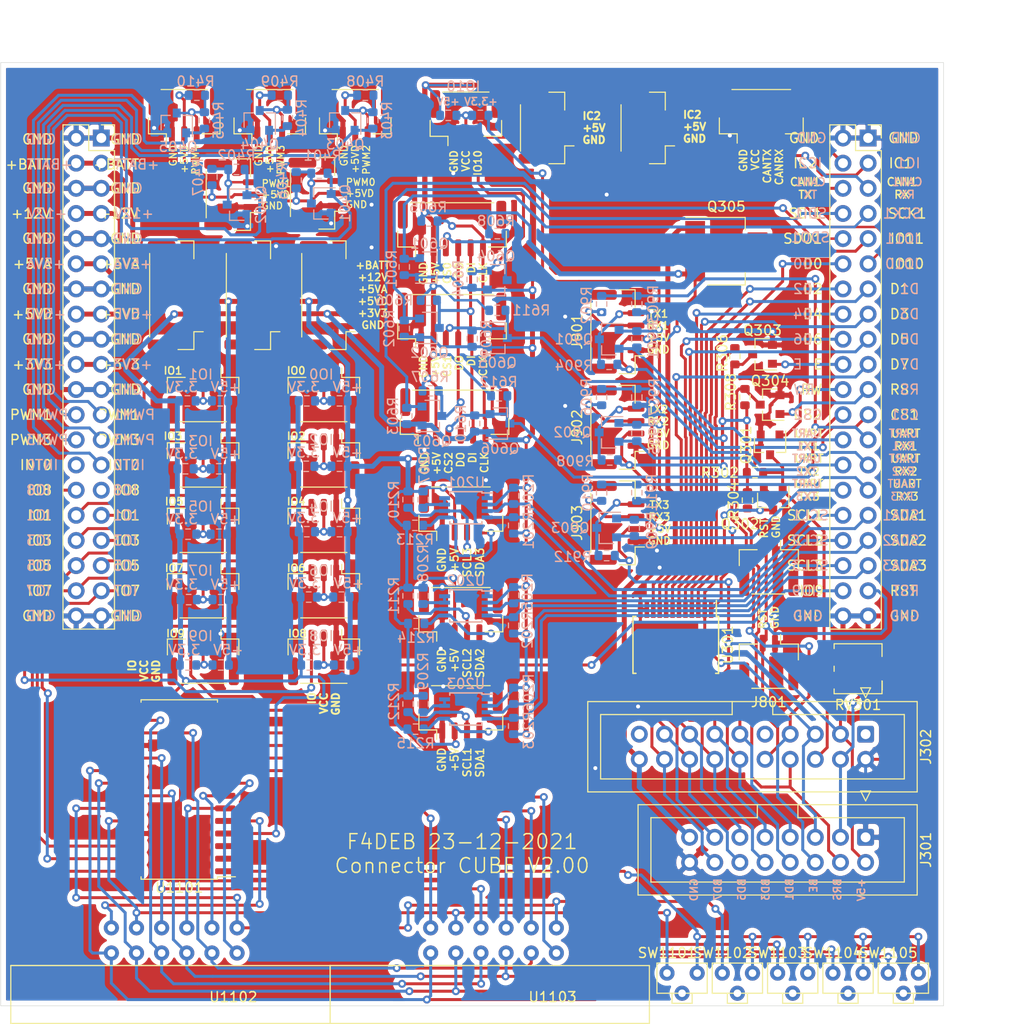
<source format=kicad_pcb>
(kicad_pcb (version 20211014) (generator pcbnew)
  (layers (0 "F.Cu" signal) (31 "B.Cu" signal) (34 "B.Paste" user) (35 "F.Paste" user) (36 "B.SilkS" user "B.Silkscreen") (37 "F.SilkS" user "F.Silkscreen") (38 "B.Mask" user) (39 "F.Mask" user) (44 "Edge.Cuts" user))
  (net 0 "")
  (net 1 "GND")
  (net 2 "/IO9")
  (net 3 "/RST")
  (net 4 "/SCL3")
  (net 5 "/SDA3")
  (net 6 "/SCL2")
  (net 7 "/SCL1")
  (net 8 "/SDA1")
  (net 9 "/UART-TX3")
  (net 10 "/UART-RX3")
  (net 11 "/UART-TX2")
  (net 12 "/UART-RX2")
  (net 13 "/UART-TX1")
  (net 14 "/UART-RX1")
  (net 15 "/CS2")
  (net 16 "/CS1")
  (net 17 "/RW")
  (net 18 "/RS")
  (net 19 "/E")
  (net 20 "/IO10")
  (net 21 "/IO11")
  (net 22 "/CAN1TX")
  (net 23 "/CAN1RX")
  (net 24 "/IC2")
  (net 25 "/IC1")
  (net 26 "+BATT")
  (net 27 "+12V")
  (net 28 "+5VA")
  (net 29 "+5VD")
  (net 30 "+3V3")
  (net 31 "/PWM0")
  (net 32 "/PWM1")
  (net 33 "/PWM2")
  (net 34 "/PWM3")
  (net 35 "/PWM4")
  (net 36 "/IO8")
  (net 37 "/IO0")
  (net 38 "/IO1")
  (net 39 "/IO2")
  (net 40 "/IO3")
  (net 41 "/IO4")
  (net 42 "/IO5")
  (net 43 "/IO6")
  (net 44 "/IO7")
  (net 45 "/LCD/BRD")
  (net 46 "/LCD/BRW")
  (net 47 "/LCD/BE")
  (net 48 "/LCD/BRS")
  (net 49 "/SPI/CLK")
  (net 50 "/SPI/DI")
  (net 51 "/SPI/DO")
  (net 52 "/SPI/CS0")
  (net 53 "Net-(J901-Pad4)")
  (net 54 "Net-(J902-Pad4)")
  (net 55 "Net-(J903-Pad4)")
  (net 56 "Net-(J201-Pad4)")
  (net 57 "Net-(J201-Pad3)")
  (net 58 "Net-(R207-Pad2)")
  (net 59 "Net-(J202-Pad4)")
  (net 60 "Net-(J202-Pad3)")
  (net 61 "Net-(R208-Pad2)")
  (net 62 "Net-(R209-Pad2)")
  (net 63 "Net-(J203-Pad3)")
  (net 64 "Net-(J203-Pad4)")
  (net 65 "Net-(J901-Pad3)")
  (net 66 "Net-(J902-Pad3)")
  (net 67 "Net-(J903-Pad3)")
  (net 68 "Net-(J1003-Pad2)")
  (net 69 "Net-(J1004-Pad2)")
  (net 70 "Net-(J1005-Pad2)")
  (net 71 "Net-(J1006-Pad2)")
  (net 72 "Net-(J1007-Pad2)")
  (net 73 "Net-(J1008-Pad2)")
  (net 74 "Net-(J1009-Pad2)")
  (net 75 "Net-(J1010-Pad2)")
  (net 76 "Net-(J1011-Pad2)")
  (net 77 "Net-(J1012-Pad2)")
  (net 78 "Net-(J1013-Pad2)")
  (net 79 "/LCD/CONT")
  (net 80 "/LCD/BD0")
  (net 81 "/LCD/BD1")
  (net 82 "/LCD/BD2")
  (net 83 "/LCD/BD3")
  (net 84 "/LCD/BD4")
  (net 85 "/LCD/BD5")
  (net 86 "/LCD/BD6")
  (net 87 "/LCD/BD7")
  (net 88 "/LCD/BRETRO")
  (net 89 "/D7")
  (net 90 "/D6")
  (net 91 "/D5")
  (net 92 "/D4")
  (net 93 "/D3")
  (net 94 "/D2")
  (net 95 "/D1")
  (net 96 "/D0")
  (net 97 "/SDO1")
  (net 98 "/SDI1")
  (net 99 "/SCK1")
  (net 100 "/PWM/PWM0-5")
  (net 101 "/PWM/PWM1-5")
  (net 102 "/PWM/PWM2-5")
  (net 103 "/PWM/PWM3-5")
  (net 104 "/PWM/PWM4-5")
  (net 105 "/7Seg/A")
  (net 106 "/7Seg/B")
  (net 107 "/7Seg/C")
  (net 108 "/7Seg/D")
  (net 109 "/7Seg/E")
  (net 110 "/7Seg/F")
  (net 111 "/7Seg/G")
  (net 112 "/7Seg/DOT")
  (net 113 "/7Seg/S8")
  (net 114 "/7Seg/S7")
  (net 115 "/7Seg/S6")
  (net 116 "/7Seg/S5")
  (net 117 "/7Seg/S4")
  (net 118 "/7Seg/S3")
  (net 119 "/7Seg/S2")
  (net 120 "/7Seg/S1")
  (net 121 "/7Seg/K1")
  (net 122 "/SDA2")
  (footprint "Connector_PinSocket_2.54mm:PinSocket_2x20_P2.54mm_Vertical" (layer "F.Cu") (at 179.959 59.436)
    (fp_text reference "J1001" hide)
    (fp_text value "Conn_02x20_Odd_Even")
  )
  (footprint "Connector_PinSocket_2.54mm:PinSocket_2x20_P2.54mm_Vertical" (layer "F.Cu") (at 102.489 59.436)
    (fp_text reference "J1002" hide)
    (fp_text value "Conn_02x20_Odd_Even")
  )
  (footprint "Package_TO_SOT_SMD:SOT-23" (layer "F.Cu") (at 170.053 90.424 -90)
    (fp_text reference "Q301")
    (fp_text value "BSS123" hide)
  )
  (footprint "Package_TO_SOT_SMD:SOT-23" (layer "F.Cu") (at 170.373 95.996 -90)
    (fp_text reference "Q302")
    (fp_text value "BSS123" hide)
  )
  (footprint "Package_TO_SOT_SMD:SOT-23" (layer "F.Cu") (at 169.291 81.28 180)
    (fp_text reference "Q303")
    (fp_text value "BSS123" hide)
  )
  (footprint "Package_TO_SOT_SMD:SOT-23" (layer "F.Cu") (at 170.053 86.36 180)
    (fp_text reference "Q304")
    (fp_text value "BSS123" hide)
  )
  (footprint "Resistor_SMD:R_0603_1608Metric" (layer "F.Cu") (at 168.529 93.218)
    (fp_text reference "R302")
    (fp_text value "10k" hide)
  )
  (footprint "Resistor_SMD:R_0603_1608Metric" (layer "F.Cu") (at 167.767 96.012 -90)
    (fp_text reference "R304")
    (fp_text value "10k" hide)
  )
  (footprint "Resistor_SMD:R_0603_1608Metric" (layer "F.Cu") (at 167.513 85.598 90)
    (fp_text reference "R308")
    (fp_text value "10k" hide)
  )
  (footprint "Connector_JST:JST_GH_BM04B-GHS-TBT_1x04-1MP_P1.25mm_Vertical" (layer "F.Cu") (at 138.811 117.348)
    (fp_text reference "J203" hide)
    (fp_text value "Conn_01x04")
  )
  (footprint "Connector_JST:JST_GH_BM04B-GHS-TBT_1x04-1MP_P1.25mm_Vertical" (layer "F.Cu") (at 154.559 78.994 90)
    (fp_text reference "J901")
    (fp_text value "Conn_01x04" hide)
  )
  (footprint "Connector_JST:JST_GH_BM04B-GHS-TBT_1x04-1MP_P1.25mm_Vertical" (layer "F.Cu") (at 154.559 88.646 90)
    (fp_text reference "J902")
    (fp_text value "Conn_01x04" hide)
  )
  (footprint "Connector_JST:JST_GH_BM04B-GHS-TBT_1x04-1MP_P1.25mm_Vertical" (layer "F.Cu") (at 154.559 98.298 90)
    (fp_text reference "J903")
    (fp_text value "Conn_01x04" hide)
  )
  (footprint "Connector_JST:JST_GH_BM03B-GHS-TBT_1x03-1MP_P1.25mm_Vertical" (layer "F.Cu") (at 139.319 57.404)
    (fp_text reference "J1013" hide)
    (fp_text value "Conn_01x03" hide)
  )
  (footprint "Connector_JST:JST_GH_BM03B-GHS-TBT_1x03-1MP_P1.25mm_Vertical" (layer "F.Cu") (at 157.607 58.42 90)
    (fp_text reference "K701" hide)
    (fp_text value "CONN_3" hide)
  )
  (footprint "Connector_JST:JST_GH_BM03B-GHS-TBT_1x03-1MP_P1.25mm_Vertical" (layer "F.Cu") (at 124.206 65.024 90)
    (fp_text reference "J401" hide)
    (fp_text value "Conn_01x03")
  )
  (footprint "Connector_JST:JST_GH_BM03B-GHS-TBT_1x03-1MP_P1.25mm_Vertical" (layer "F.Cu") (at 115.697 65.151 90)
    (fp_text reference "J402" hide)
    (fp_text value "Conn_01x03")
  )
  (footprint "Connector_JST:JST_GH_BM03B-GHS-TBT_1x03-1MP_P1.25mm_Vertical" (layer "F.Cu") (at 128.143 57.15)
    (fp_text reference "J403" hide)
    (fp_text value "Conn_01x03")
  )
  (footprint "Connector_JST:JST_GH_BM04B-GHS-TBT_1x04-1MP_P1.25mm_Vertical" (layer "F.Cu") (at 169.164 57.15)
    (fp_text reference "J501" hide)
    (fp_text value "Conn_01x04" hide)
  )
  (footprint "Connector_JST:JST_GH_BM06B-GHS-TBT_1x06-1MP_P1.25mm_Vertical" (layer "F.Cu") (at 137.922 77.851)
    (fp_text reference "J602" hide)
    (fp_text value "Conn_01x06")
  )
  (footprint "Connector_JST:JST_GH_BM06B-GHS-TBT_1x06-1MP_P1.25mm_Vertical" (layer "F.Cu") (at 138.176 87.503)
    (fp_text reference "J603" hide)
    (fp_text value "Conn_01x06")
  )
  (footprint "Connector_JST:JST_GH_BM02B-GHS-TBT_1x02-1MP_P1.25mm_Vertical" (layer "F.Cu") (at 169.926 112.395 180)
    (fp_text reference "J801")
    (fp_text value "Conn_01x02")
  )
  (footprint "Package_TO_SOT_SMD:SOT-223-3_TabPin2" (layer "F.Cu") (at 165.633 70.866)
    (fp_text reference "Q305")
    (fp_text value "BS250" hide)
  )
  (footprint "Potentiometer_SMD:Potentiometer_Bourns_3224J_Horizontal" (layer "F.Cu") (at 178.943 113.03 180)
    (fp_text reference "RV301")
    (fp_text value "R_POT")
  )
  (footprint "Package_SO:SSOP-24_5.3x8.2mm_P0.65mm" (layer "F.Cu") (at 160.528 110.617 -90)
    (fp_text reference "U301")
    (fp_text value "74LVCC3245")
  )
  (footprint "Connector_IDC:IDC-Header_2x08_P2.54mm_Vertical" (layer "F.Cu") (at 179.705 130.048 -90)
    (fp_text reference "J301")
    (fp_text value "Conn_02x08_Odd_Even")
  )
  (footprint "Connector_IDC:IDC-Header_2x10_P2.54mm_Vertical" (layer "F.Cu") (at 179.705 119.634 -90)
    (fp_text reference "J302")
    (fp_text value "Conn_02x10_Odd_Even")
  )
  (footprint "Connector_JST:JST_GH_BM03B-GHS-TBT_1x03-1MP_P1.25mm_Vertical" (layer "F.Cu") (at 110.871 57.15)
    (fp_text reference "J405" hide)
    (fp_text value "Conn_01x03")
  )
  (footprint "Connector_JST:JST_GH_BM03B-GHS-TBT_1x03-1MP_P1.25mm_Vertical" (layer "F.Cu") (at 119.507 57.15)
    (fp_text reference "J404" hide)
    (fp_text value "Conn_01x03")
  )
  (footprint "Connector_JST:JST_GH_BM03B-GHS-TBT_1x03-1MP_P1.25mm_Vertical" (layer "F.Cu") (at 112.776 111.887 180)
    (fp_text reference "J1012" hide)
    (fp_text value "Conn_01x03")
  )
  (footprint "Connector_JST:JST_GH_BM03B-GHS-TBT_1x03-1MP_P1.25mm_Vertical" (layer "F.Cu") (at 124.968 98.679 180)
    (fp_text reference "J1011" hide)
    (fp_text value "Conn_01x03")
  )
  (footprint "Connector_JST:JST_GH_BM03B-GHS-TBT_1x03-1MP_P1.25mm_Vertical" (layer "F.Cu") (at 124.968 111.887 180)
    (fp_text reference "J1010" hide)
    (fp_text value "Conn_01x03")
  )
  (footprint "Connector_JST:JST_GH_BM03B-GHS-TBT_1x03-1MP_P1.25mm_Vertical" (layer "F.Cu") (at 112.776 92.075 180)
    (fp_text reference "J1009" hide)
    (fp_text value "Conn_01x03")
  )
  (footprint "Connector_JST:JST_GH_BM03B-GHS-TBT_1x03-1MP_P1.25mm_Vertical" (layer "F.Cu") (at 112.776 105.283 180)
    (fp_text reference "J1008" hide)
    (fp_text value "Conn_01x03")
  )
  (footprint "Connector_JST:JST_GH_BM03B-GHS-TBT_1x03-1MP_P1.25mm_Vertical" (layer "F.Cu") (at 124.968 92.075 180)
    (fp_text reference "J1007" hide)
    (fp_text value "Conn_01x03")
  )
  (footprint "Connector_JST:JST_GH_BM03B-GHS-TBT_1x03-1MP_P1.25mm_Vertical" (layer "F.Cu") (at 124.968 105.283 180)
    (fp_text reference "J1006" hide)
    (fp_text value "Conn_01x03")
  )
  (footprint "Connector_JST:JST_GH_BM03B-GHS-TBT_1x03-1MP_P1.25mm_Vertical" (layer "F.Cu") (at 112.776 85.471 180)
    (fp_text reference "J1005" hide)
    (fp_text value "Conn_01x03")
  )
  (footprint "Connector_JST:JST_GH_BM03B-GHS-TBT_1x03-1MP_P1.25mm_Vertical" (layer "F.Cu") (at 112.776 98.679 180)
    (fp_text reference "J1004" hide)
    (fp_text value "Conn_01x03")
  )
  (footprint "Connector_JST:JST_GH_BM03B-GHS-TBT_1x03-1MP_P1.25mm_Vertical" (layer "F.Cu") (at 124.968 85.471 180)
    (fp_text reference "J1003" hide)
    (fp_text value "Conn_01x03")
  )
  (footprint "Connector_JST:JST_GH_BM06B-GHS-TBT_1x06-1MP_P1.25mm_Vertical" (layer "F.Cu") (at 137.922 68.58)
    (fp_text reference "J601" hide)
    (fp_text value "Conn_01x06" hide)
  )
  (footprint "Resistor_SMD:R_0603_1608Metric" (layer "F.Cu") (at 166.497 81.471 -90)
    (fp_text reference "R306")
    (fp_text value "10k" hide)
  )
  (footprint "Connector_JST:JST_GH_BM03B-GHS-TBT_1x03-1MP_P1.25mm_Vertical" (layer "F.Cu") (at 147.447 58.42 90)
    (fp_text reference "K702" hide)
    (fp_text value "CONN_3")
  )
  (footprint "F4DEB-LIBRARY-KICAD5:2841BS" (layer "F.Cu") (at 93.345 143.002)
    (fp_text reference "U1102")
    (fp_text value "CA56-12EWA")
  )
  (footprint "F4DEB-LIBRARY-KICAD5:2841BS" (layer "F.Cu") (at 125.603 143.002)
    (fp_text reference "U1103")
    (fp_text value "CA56-12EWA")
  )
  (footprint "Package_SO:SOIC-28W_7.5x17.9mm_P1.27mm" (layer "F.Cu") (at 110.363 125.222 180)
    (fp_text reference "U1101")
    (fp_text value "TM1638")
  )
  (footprint "F4DEB-LIBRARY-KICAD5:BOUTON_SWITCH_4.5x4.5_angled" (layer "F.Cu") (at 159.639 143.764)
    (fp_text reference "SW1101")
    (fp_text value "SW_PUSH_SMALL")
  )
  (footprint "F4DEB-LIBRARY-KICAD5:BOUTON_SWITCH_4.5x4.5_angled" (layer "F.Cu") (at 165.227 143.764)
    (fp_text reference "SW1102")
    (fp_text value "SW_PUSH_SMALL")
  )
  (footprint "F4DEB-LIBRARY-KICAD5:BOUTON_SWITCH_4.5x4.5_angled" (layer "F.Cu") (at 170.815 143.764)
    (fp_text reference "SW1103")
    (fp_text value "SW_PUSH_SMALL")
  )
  (footprint "F4DEB-LIBRARY-KICAD5:BOUTON_SWITCH_4.5x4.5_angled" (layer "F.Cu") (at 176.403 143.764)
    (fp_text reference "SW1104")
    (fp_text value "SW_PUSH_SMALL")
  )
  (footprint "F4DEB-LIBRARY-KICAD5:BOUTON_SWITCH_4.5x4.5_angled" (layer "F.Cu") (at 181.991 143.764)
    (fp_text reference "SW1105")
    (fp_text value "SW_PUSH_SMALL")
  )
  (footprint "Connector_JST:JST_GH_BM04B-GHS-TBT_1x04-1MP_P1.25mm_Vertical" (layer "F.Cu") (at 138.811 107.442)
    (fp_text reference "J202" hide)
    (fp_text value "Conn_01x04")
  )
  (footprint "Connector_JST:JST_GH_BM04B-GHS-TBT_1x04-1MP_P1.25mm_Vertical" (layer "F.Cu") (at 138.811 97.282)
    (fp_text reference "J201" hide)
    (fp_text value "Conn_01x04")
  )
  (footprint "Connector_JST:JST_GH_BM02B-GHS-TBT_1x02-1MP_P1.25mm_Vertical" (layer "F.Cu") (at 169.926 102.87 180)
    (fp_text reference "J802" hide)
    (fp_text value "Conn_01x02" hide)
  )
  (footprint "Connector_JST:JST_GH_BM06B-GHS-TBT_1x06-1MP_P1.25mm_Vertical" (layer "F.Cu") (at 109.982 75.311 90)
    (fp_text reference "J1201" hide)
    (fp_text value "Conn_01x06")
  )
  (footprint "Connector_JST:JST_GH_BM06B-GHS-TBT_1x06-1MP_P1.25mm_Vertical" (layer "F.Cu") (at 117.729 75.311 90)
    (fp_text reference "J1202" hide)
    (fp_text value "Conn_01x06")
  )
  (footprint "Connector_JST:JST_GH_BM06B-GHS-TBT_1x06-1MP_P1.25mm_Vertical" (layer "F.Cu") (at 125.349 75.311 90)
    (fp_text reference "J1203" hide)
    (fp_text value "Conn_01x06")
  )
  (footprint "Package_TO_SOT_SMD:SOT-23" (layer "B.Cu") (at 124.714 66.04 180)
    (fp_text reference "Q401")
    (fp_text value "BSS123")
  )
  (footprint "Package_TO_SOT_SMD:SOT-23" (layer "B.Cu") (at 116.205 66.167 180)
    (fp_text reference "Q402")
    (fp_text value "BSS123")
  )
  (footprint "Package_TO_SOT_SMD:SOT-23" (layer "B.Cu") (at 127.127 57.658 90)
    (fp_text reference "Q403")
    (fp_text value "BSS123")
  )
  (footprint "Package_TO_SOT_SMD:SOT-23" (layer "B.Cu") (at 135.636 72.517)
    (fp_text reference "Q601")
    (fp_text value "BSS123" hide)
  )
  (footprint "Package_TO_SOT_SMD:SOT-23" (layer "B.Cu") (at 135.636 78.613)
    (fp_text reference "Q602")
    (fp_text value "BSS123" hide)
  )
  (footprint "Package_TO_SOT_SMD:SOT-23" (layer "B.Cu") (at 135.89 87.503)
    (fp_text reference "Q603")
    (fp_text value "BSS123" hide)
  )
  (footprint "Package_TO_SOT_SMD:SOT-23" (layer "B.Cu") (at 142.494 73.787)
    (fp_text reference "Q604")
    (fp_text value "BSS123" hide)
  )
  (footprint "Package_TO_SOT_SMD:SOT-23" (layer "B.Cu") (at 142.51 79.629)
    (fp_text reference "Q605")
    (fp_text value "BSS123" hide)
  )
  (footprint "Package_TO_SOT_SMD:SOT-23" (layer "B.Cu") (at 142.764 88.265)
    (fp_text reference "Q606")
    (fp_text value "BSS123" hide)
  )
  (footprint "Package_TO_SOT_SMD:SOT-23" (layer "B.Cu") (at 153.797 79.756 180)
    (fp_text reference "Q901")
    (fp_text value "BSS123")
  )
  (footprint "Package_TO_SOT_SMD:SOT-23" (layer "B.Cu") (at 153.781 89.154 180)
    (fp_text reference "Q902")
    (fp_text value "BSS123")
  )
  (footprint "Package_TO_SOT_SMD:SOT-23" (layer "B.Cu") (at 153.543 98.806 180)
    (fp_text reference "Q903")
    (fp_text value "BSS123")
  )
  (footprint "Resistor_SMD:R_0603_1608Metric" (layer "B.Cu") (at 122.174 63.691 90)
    (fp_text reference "R406")
    (fp_text value "10k")
  )
  (footprint "Resistor_SMD:R_0603_1608Metric" (layer "B.Cu") (at 124.523 62.992 180)
    (fp_text reference "R401")
    (fp_text value "0")
  )
  (footprint "Resistor_SMD:R_0603_1608Metric" (layer "B.Cu") (at 116.142 62.611 180)
    (fp_text reference "R402")
    (fp_text value "0")
  )
  (footprint "Resistor_SMD:R_0603_1608Metric" (layer "B.Cu") (at 129.921 57.658 90)
    (fp_text reference "R403")
    (fp_text value "0")
  )
  (footprint "Resistor_SMD:R_0603_1608Metric" (layer "B.Cu") (at 133.096 72.454 90)
    (fp_text reference "R601")
    (fp_text value "10k" hide)
  )
  (footprint "Resistor_SMD:R_0603_1608Metric" (layer "B.Cu") (at 133.096 78.676 90)
    (fp_text reference "R602")
    (fp_text value "10k" hide)
  )
  (footprint "Resistor_SMD:R_0603_1608Metric" (layer "B.Cu") (at 133.35 87.503 90)
    (fp_text reference "R603")
    (fp_text value "10k" hide)
  )
  (footprint "Resistor_SMD:R_0603_1608Metric" (layer "B.Cu") (at 139.954 73.724 90)
    (fp_text reference "R604")
    (fp_text value "10k" hide)
  )
  (footprint "Resistor_SMD:R_0603_1608Metric" (layer "B.Cu") (at 135.636 67.818)
    (fp_text reference "R605")
    (fp_text value "10k")
  )
  (footprint "Resistor_SMD:R_0603_1608Metric" (layer "B.Cu") (at 135.573 75.819)
    (fp_text reference "R606")
    (fp_text value "10k" hide)
  )
  (footprint "Resistor_SMD:R_0603_1608Metric" (layer "B.Cu") (at 135.763 84.963)
    (fp_text reference "R607")
    (fp_text value "10k" hide)
  )
  (footprint "Resistor_SMD:R_0603_1608Metric" (layer "B.Cu") (at 142.494 69.088)
    (fp_text reference "R608")
    (fp_text value "10k" hide)
  )
  (footprint "Resistor_SMD:R_0603_1608Metric" (layer "B.Cu") (at 139.954 79.692 90)
    (fp_text reference "R609")
    (fp_text value "10k" hide)
  )
  (footprint "Resistor_SMD:R_0603_1608Metric" (layer "B.Cu") (at 142.494 76.835)
    (fp_text reference "R611")
    (fp_text value "10k" hide)
  )
  (footprint "Resistor_SMD:R_0603_1608Metric" (layer "B.Cu") (at 142.685 85.471)
    (fp_text reference "R612")
    (fp_text value "10k" hide)
  )
  (footprint "Resistor_SMD:R_0603_1608Metric" (layer "B.Cu") (at 156.591 79.756 -90)
    (fp_text reference "R901")
    (fp_text value "R")
  )
  (footprint "Resistor_SMD:R_0603_1608Metric" (layer "B.Cu") (at 156.591 76.2 -90)
    (fp_text reference "R903")
    (fp_text value "R")
  )
  (footprint "Resistor_SMD:R_0603_1608Metric" (layer "B.Cu") (at 153.797 82.296 180)
    (fp_text reference "R904")
    (fp_text value "R")
  )
  (footprint "Resistor_SMD:R_0603_1608Metric" (layer "B.Cu") (at 156.591 89.217 -90)
    (fp_text reference "R905")
    (fp_text value "R")
  )
  (footprint "Resistor_SMD:R_0603_1608Metric" (layer "B.Cu") (at 156.591 85.598 -90)
    (fp_text reference "R907")
    (fp_text value "R")
  )
  (footprint "Resistor_SMD:R_0603_1608Metric" (layer "B.Cu") (at 153.86 91.948 180)
    (fp_text reference "R908")
    (fp_text value "R")
  )
  (footprint "Resistor_SMD:R_0603_1608Metric" (layer "B.Cu") (at 156.337 98.806 -90)
    (fp_text reference "R909")
    (fp_text value "R")
  )
  (footprint "Resistor_SMD:R_0603_1608Metric" (layer "B.Cu") (at 153.035 95.25 90)
    (fp_text reference "R910")
    (fp_text value "R")
  )
  (footprint "Resistor_SMD:R_0603_1608Metric" (layer "B.Cu") (at 156.591 95.25 -90)
    (fp_text reference "R911")
    (fp_text value "R")
  )
  (footprint "Resistor_SMD:R_0603_1608Metric" (layer "B.Cu") (at 153.543 101.6 180)
    (fp_text reference "R912")
    (fp_text value "R")
  )
  (footprint "Resistor_SMD:R_0603_1608Metric" (layer "B.Cu") (at 153.035 76.2 90)
    (fp_text reference "R902")
    (fp_text value "R")
  )
  (footprint "Resistor_SMD:R_0603_1608Metric" (layer "B.Cu") (at 113.665 63.373 90)
    (fp_text reference "R407")
    (fp_text value "10k")
  )
  (footprint "Resistor_SMD:R_0603_1608Metric" (layer "B.Cu") (at 129.159 55.118)
    (fp_text reference "R408")
    (fp_text value "10k")
  )
  (footprint "Package_TO_SOT_SMD:SOT-23" (layer "B.Cu") (at 110.109 57.912 90)
    (fp_text reference "Q405")
    (fp_text value "BSS123")
  )
  (footprint "Resistor_SMD:R_0603_1608Metric" (layer "B.Cu") (at 120.523 55.118)
    (fp_text reference "R409")
    (fp_text value "10k")
  )
  (footprint "Resistor_SMD:R_0603_1608Metric" (layer "B.Cu") (at 121.285 57.404 90)
    (fp_text reference "R404")
    (fp_text value "0")
  )
  (footprint "Resistor_SMD:R_0603_1608Metric" (layer "B.Cu") (at 112.141 55.118)
    (fp_text reference "R410")
    (fp_text value "10k")
  )
  (footprint "Package_TO_SOT_SMD:SOT-23" (layer "B.Cu") (at 118.491 57.658 90)
    (fp_text reference "Q404")
    (fp_text value "BSS123")
  )
  (footprint "Resistor_SMD:R_0603_1608Metric" (layer "B.Cu") (at 112.903 57.658 90)
    (fp_text reference "R405")
    (fp_text value "0")
  )
  (footprint "Resistor_SMD:R_0603_1608Metric" (layer "B.Cu") (at 137.541 57.15)
    (fp_text reference "R1022" hide)
    (fp_text value "0")
  )
  (footprint "Resistor_SMD:R_0603_1608Metric" (layer "B.Cu") (at 140.78 57.15)
    (fp_text reference "R1021" hide)
    (fp_text value "0")
  )
  (footprint "Resistor_SMD:R_0603_1608Metric" (layer "B.Cu") (at 114.554 112.649 180)
    (fp_text reference "R1020" hide)
    (fp_text value "0")
  )
  (footprint "Resistor_SMD:R_0603_1608Metric" (layer "B.Cu") (at 126.555 99.187 180)
    (fp_text reference "R1019" hide)
    (fp_text value "0")
  )
  (footprint "Resistor_SMD:R_0603_1608Metric" (layer "B.Cu") (at 111.252 112.649 180)
    (fp_text reference "R1018" hide)
    (fp_text value "0")
  )
  (footprint "Resistor_SMD:R_0603_1608Metric" (layer "B.Cu") (at 123.253 99.187 180)
    (fp_text reference "R1017" hide)
    (fp_text value "0")
  )
  (footprint "Resistor_SMD:R_0603_1608Metric" (layer "B.Cu") (at 126.809 112.649 180)
    (fp_text reference "R1016" hide)
    (fp_text value "0")
  )
  (footprint "Resistor_SMD:R_0603_1608Metric" (layer "B.Cu") (at 114.363 92.837 180)
    (fp_text reference "R1015" hide)
    (fp_text value "0")
  )
  (footprint "Resistor_SMD:R_0603_1608Metric" (layer "B.Cu") (at 123.507 112.649 180)
    (fp_text reference "R1014" hide)
    (fp_text value "0")
  )
  (footprint "Resistor_SMD:R_0603_1608Metric" (layer "B.Cu") (at 110.998 92.837 180)
    (fp_text reference "R1013" hide)
    (fp_text value "0")
  )
  (footprint "Resistor_SMD:R_0603_1608Metric" (layer "B.Cu") (at 114.554 106.045 180)
    (fp_text reference "R1012" hide)
    (fp_text value "0")
  )
  (footprint "Resistor_SMD:R_0603_1608Metric" (layer "B.Cu") (at 126.555 92.583 180)
    (fp_text reference "R1011" hide)
    (fp_text value "0")
  )
  (footprint "Resistor_SMD:R_0603_1608Metric" (layer "B.Cu") (at 123.19 92.583 180)
    (fp_text reference "R1009" hide)
    (fp_text value "0")
  )
  (footprint "Resistor_SMD:R_0603_1608Metric" (layer "B.Cu") (at 126.746 105.791 180)
    (fp_text reference "R1008" hide)
    (fp_text value "R")
  )
  (footprint "Resistor_SMD:R_0603_1608Metric" (layer "B.Cu") (at 114.491 85.979 180)
    (fp_text reference "R1007" hide)
    (fp_text value "0")
  )
  (footprint "Resistor_SMD:R_0603_1608Metric" (layer "B.Cu") (at 123.444 105.791 180)
    (fp_text reference "R1006" hide)
    (fp_text value "R")
  )
  (footprint "Resistor_SMD:R_0603_1608Metric" (layer "B.Cu") (at 111.189 85.979 180)
    (fp_text reference "R1005" hide)
    (fp_text value "0")
  )
  (footprint "Resistor_SMD:R_0603_1608Metric" (layer "B.Cu") (at 114.363 99.441 180)
    (fp_text reference "R1004" hide)
    (fp_text value "0")
  )
  (footprint "Resistor_SMD:R_0603_1608Metric" (layer "B.Cu") (at 126.555 85.979 180)
    (fp_text reference "R1003" hide)
    (fp_text value "0")
  )
  (footprint "Resistor_SMD:R_0603_1608Metric" (layer "B.Cu") (at 111.252 99.441 180)
    (fp_text reference "R1002" hide)
    (fp_text value "0")
  )
  (footprint "Resistor_SMD:R_0603_1608Metric" (layer "B.Cu") (at 123.253 85.979 180)
    (fp_text reference "R1001" hide)
    (fp_text value "0")
  )
  (footprint "Resistor_SMD:R_0603_1608Metric" (layer "B.Cu") (at 111.315 106.045 180)
    (fp_text reference "R1010" hide)
    (fp_text value "0")
  )
  (footprint "Resistor_SMD:R_0603_1608Metric" (layer "B.Cu") (at 140.208 88.265 90)
    (fp_text reference "R610")
    (fp_text value "10k" hide)
  )
  (footprint "Resistor_SMD:R_0603_1608Metric" (layer "B.Cu") (at 144.145 98.552 90)
    (fp_text reference "R201")
    (fp_text value "3k3")
  )
  (footprint "Resistor_SMD:R_0603_1608Metric" (layer "B.Cu") (at 144.145 105.601 -90)
    (fp_text reference "R205")
    (fp_text value "3k3")
  )
  (footprint "Resistor_SMD:R_0603_1608Metric" (layer "B.Cu") (at 144.145 108.649 90)
    (fp_text reference "R202")
    (fp_text value "3k3")
  )
  (footprint "Resistor_SMD:R_0603_1608Metric" (layer "B.Cu") (at 135.001 105.664 -90)
    (fp_text reference "R208")
    (fp_text value "200k")
  )
  (footprint "Resistor_SMD:R_0603_1608Metric" (layer "B.Cu") (at 144.145 95.567 -90)
    (fp_text reference "R204")
    (fp_text value "3k3" hide)
  )
  (footprint "Resistor_SMD:R_0603_1608Metric" (layer "B.Cu") (at 144.145 118.809 90)
    (fp_text reference "R203")
    (fp_text value "3k3" hide)
  )
  (footprint "Resistor_SMD:R_0603_1608Metric" (layer "B.Cu") (at 135.001 95.949 -90)
    (fp_text reference "R207")
    (fp_text value "200k")
  )
  (footprint "Resistor_SMD:R_0603_1608Metric" (layer "B.Cu") (at 144.145 115.761 -90)
    (fp_text reference "R206")
    (fp_text value "3k3" hide)
  )
  (footprint "Package_SO:TSSOP-8_3x3mm_P0.65mm" (layer "B.Cu") (at 139.319 117.094 180)
    (fp_text reference "U203")
    (fp_text value "PCA9306" hide)
  )
  (footprint "Package_SO:TSSOP-8_3x3mm_P0.65mm" (layer "B.Cu") (at 139.319 106.68 180)
    (fp_text reference "U202")
    (fp_text value "PCA9306")
  )
  (footprint "Package_SO:TSSOP-8_3x3mm_P0.65mm" (layer "B.Cu") (at 139.319 96.774 180)
    (fp_text reference "U201")
    (fp_text value "PCA9306" hide)
  )
  (footprint "Resistor_SMD:R_0603_1608Metric" (layer "B.Cu") (at 133.477 95.949 -90)
    (fp_text reference "R210")
    (fp_text value "1k")
  )
  (footprint "Resistor_SMD:R_0603_1608Metric" (layer "B.Cu") (at 135.001 116.586 -90)
    (fp_text reference "R209")
    (fp_text value "200k" hide)
  )
  (footprint "Resistor_SMD:R_0603_1608Metric" (layer "B.Cu") (at 134.239 119.126)
    (fp_text reference "R215")
    (fp_text value "1k")
  )
  (footprint "Resistor_SMD:R_0603_1608Metric" (layer "B.Cu") (at 134.302 108.458)
    (fp_text reference "R214")
    (fp_text value "1k")
  )
  (footprint "Resistor_SMD:R_0603_1608Metric" (layer "B.Cu") (at 134.176 98.552)
    (fp_text reference "R213")
    (fp_text value "1k")
  )
  (footprint "Resistor_SMD:R_0603_1608Metric" (layer "B.Cu") (at 133.477 116.586 -90)
    (fp_text reference "R212")
    (fp_text value "1k")
  )
  (footprint "Resistor_SMD:R_0603_1608Metric" (layer "B.Cu") (at 133.477 105.664 -90)
    (fp_text reference "R211")
    (fp_text value "1k")
  )
  (footprint "Resistor_SMD:R_0603_1608Metric" (layer "B.Cu") (at 153.035 85.598 90)
    (fp_text reference "R906")
    (fp_text value "R")
  )
  (gr_line (start 92.329 147.066) (end 92.329 51.816) (layer "Edge.Cuts") (width 0.05))
  (gr_line (start 92.329 51.816) (end 187.579 51.816) (layer "Edge.Cuts") (width 0.05))
  (gr_line (start 187.579 51.816) (end 187.579 147.066) (layer "Edge.Cuts") (width 0.05))
  (gr_line (start 187.579 147.066) (end 92.329 147.066) (layer "Edge.Cuts") (width 0.05))
  (gr_text "3.3V" (at 122.936 84.582) (layer "B.SilkS") (effects (font (size 1 1)) (justify mirror)))
  (gr_text "+5V" (at 127.381 84.582) (layer "B.SilkS") (effects (font (size 1 1)) (justify mirror)))
  (gr_text "+5V" (at 127.381 91.186) (layer "B.SilkS") (effects (font (size 1 1)) (justify mirror)))
  (gr_text "3.3V" (at 122.936 91.186) (layer "B.SilkS") (effects (font (size 1 1)) (justify mirror)))
  (gr_text "+5V" (at 115.062 91.313) (layer "B.SilkS") (effects (font (size 1 1)) (justify mirror)))
  (gr_text "3.3V" (at 110.617 91.313) (layer "B.SilkS") (effects (font (size 1 1)) (justify mirror)))
  (gr_text "+5V" (at 115.062 97.917) (layer "B.SilkS") (effects (font (size 1 1)) (justify mirror)))
  (gr_text "3.3V" (at 110.617 97.917) (layer "B.SilkS") (effects (font (size 1 1)) (justify mirror)))
  (gr_text "+5V" (at 127.381 97.79) (layer "B.SilkS") (effects (font (size 1 1)) (justify mirror)))
  (gr_text "3.3V" (at 122.936 97.79) (layer "B.SilkS") (effects (font (size 1 1)) (justify mirror)))
  (gr_text "+5V" (at 115.062 104.521) (layer "B.SilkS") (effects (font (size 1 1)) (justify mirror)))
  (gr_text "3.3V" (at 110.617 104.521) (layer "B.SilkS") (effects (font (size 1 1)) (justify mirror)))
  (gr_text "3.3V" (at 123.063 104.394) (layer "B.SilkS") (effects (font (size 1 1)) (justify mirror)))
  (gr_text "+5V" (at 127.508 104.394) (layer "B.SilkS") (effects (font (size 1 1)) (justify mirror)))
  (gr_text "3.3V" (at 110.871 111.125) (layer "B.SilkS") (effects (font (size 1 1)) (justify mirror)))
  (gr_text "+5V" (at 115.316 111.125) (layer "B.SilkS") (effects (font (size 1 1)) (justify mirror)))
  (gr_text "3.3V" (at 123.063 111.125) (layer "B.SilkS") (effects (font (size 1 1)) (justify mirror)))
  (gr_text "+5V" (at 127.508 111.125) (layer "B.SilkS") (effects (font (size 1 1)) (justify mirror)))
  (gr_text "GND\n" (at 105.156 59.563) (layer "B.SilkS") (effects (font (size 1 1)) (justify mirror)))
  (gr_text "PWM1" (at 105.791 87.376) (layer "B.SilkS") (effects (font (size 1 1)) (justify mirror)))
  (gr_text "PWM3" (at 105.791 89.916) (layer "B.SilkS") (effects (font (size 1 1)) (justify mirror)))
  (gr_text "+3V3" (at 105.664 82.296) (layer "B.SilkS") (effects (font (size 1 1)) (justify mirror)))
  (gr_text "GND" (at 105.156 84.836) (layer "B.SilkS") (effects (font (size 1 1)) (justify mirror)))
  (gr_text "+BATT" (at 106.045 62.103) (layer "B.SilkS") (effects (font (size 1 1)) (justify mirror)))
  (gr_text "GND" (at 105.156 64.516) (layer "B.SilkS") (effects (font (size 1 1)) (justify mirror)))
  (gr_text "+5VD" (at 105.664 77.216) (layer "B.SilkS") (effects (font (size 1 1)) (justify mirror)))
  (gr_text "GND" (at 105.156 79.756) (layer "B.SilkS") (effects (font (size 1 1)) (justify mirror)))
  (gr_text "+5VA" (at 105.664 72.136) (layer "B.SilkS") (effects (font (size 1 1)) (justify mirror)))
  (gr_text "GND" (at 105.156 74.676) (layer "B.SilkS") (effects (font (size 1 1)) (justify mirror)))
  (gr_text "+12V" (at 105.791 67.056) (layer "B.SilkS") (effects (font (size 1 1)) (justify mirror)))
  (gr_text "GND" (at 105.156 69.596) (layer "B.SilkS") (effects (font (size 1 1)) (justify mirror)))
  (gr_text "IO7" (at 104.902 105.156) (layer "B.SilkS") (effects (font (size 1 1)) (justify mirror)))
  (gr_text "IO8" (at 104.902 94.996) (layer "B.SilkS") (effects (font (size 1 1)) (justify mirror)))
  (gr_text "IO1" (at 104.902 97.536) (layer "B.SilkS") (effects (font (size 1 1)) (justify mirror)))
  (gr_text "INT0" (at 105.283 92.456) (layer "B.SilkS") (effects (font (size 1 1)) (justify mirror)))
  (gr_text "IO5" (at 104.902 102.616) (layer "B.SilkS") (effects (font (size 1 1)) (justify mirror)))
  (gr_text "IO3" (at 104.902 100.076) (layer "B.SilkS") (effects (font (size 1 1)) (justify mirror)))
  (gr_text "GND" (at 105.156 107.696) (layer "B.SilkS") (effects (font (size 1 1)) (justify mirror)))
  (gr_text "GND\n" (at 96.393 59.563) (layer "B.SilkS") (effects (font (size 1 1)) (justify mirror)))
  (gr_text "PWM1" (at 97.028 87.376) (layer "B.SilkS") (effects (font (size 1 1)) (justify mirror)))
  (gr_text "PWM3" (at 97.028 89.916) (layer "B.SilkS") (effects (font (size 1 1)) (justify mirror)))
  (gr_text "+3V3" (at 96.901 82.296) (layer "B.SilkS") (effects (font (size 1 1)) (justify mirror)))
  (gr_text "GND" (at 96.393 84.836) (layer "B.SilkS") (effects (font (size 1 1)) (justify mirror)))
  (gr_text "+BATT" (at 97.282 62.103) (layer "B.SilkS") (effects (font (size 1 1)) (justify mirror)))
  (gr_text "GND" (at 96.393 64.516) (layer "B.SilkS") (effects (font (size 1 1)) (justify mirror)))
  (gr_text "+5VD" (at 96.901 77.216) (layer "B.SilkS") (effects (font (size 1 1)) (justify mirror)))
  (gr_text "GND" (at 96.393 79.756) (layer "B.SilkS") (effects (font (size 1 1)) (justify mirror)))
  (gr_text "+5VA" (at 96.901 72.136) (layer "B.SilkS") (effects (font (size 1 1)) (justify mirror)))
  (gr_text "GND" (at 96.393 74.676) (layer "B.SilkS") (effects (font (size 1 1)) (justify mirror)))
  (gr_text "+12V" (at 97.028 67.056) (layer "B.SilkS") (effects (font (size 1 1)) (justify mirror)))
  (gr_text "GND" (at 96.393 69.596) (layer "B.SilkS") (effects (font (size 1 1)) (justify mirror)))
  (gr_text "IO7" (at 96.139 105.156) (layer "B.SilkS") (effects (font (size 1 1)) (justify mirror)))
  (gr_text "IO8" (at 96.139 94.996) (layer "B.SilkS") (effects (font (size 1 1)) (justify mirror)))
  (gr_text "IO1" (at 96.139 97.536) (layer "B.SilkS") (effects (font (size 1 1)) (justify mirror)))
  (gr_text "INT0" (at 96.52 92.456) (layer "B.SilkS") (effects (font (size 1 1)) (justify mirror)))
  (gr_text "IO5" (at 96.139 102.616) (layer "B.SilkS") (effects (font (size 1 1)) (justify mirror)))
  (gr_text "IO3" (at 96.139 100.076) (layer "B.SilkS") (effects (font (size 1 1)) (justify mirror)))
  (gr_text "GND" (at 96.393 107.696) (layer "B.SilkS") (effects (font (size 1 1)) (justify mirror)))
  (gr_text "RS" (at 184.15 84.836) (layer "B.SilkS") (effects (font (size 1 1)) (justify mirror)))
  (gr_text "IO10" (at 183.388 72.136) (layer "B.SilkS") (effects (font (size 1 1)) (justify mirror)))
  (gr_text "IO11" (at 183.388 69.596) (layer "B.SilkS") (effects (font (size 1 1)) (justify mirror)))
  (gr_text "SDA3" (at 183.261 102.616) (layer "B.SilkS") (effects (font (size 1 1)) (justify mirror)))
  (gr_text "SDA2" (at 183.261 100.076) (layer "B.SilkS") (effects (font (size 1 1)) (justify mirror)))
  (gr_text "GND" (at 174.244 59.436) (layer "B.SilkS") (effects (font (size 1 1)) (justify mirror)))
  (gr_text "UART\nTX3" (at 173.736 94.996) (layer "B.SilkS") (effects (font (size 0.8 0.8)) (justify mirror)))
  (gr_text "SCL3" (at 174.117 102.616) (layer "B.SilkS") (effects (font (size 1 1)) (justify mirror)))
  (gr_text "D4" (at 173.355 77.216) (layer "B.SilkS") (effects (font (size 1 1)) (justify mirror)))
  (gr_text "D6" (at 173.355 79.756) (layer "B.SilkS") (effects (font (size 1 1)) (justify mirror)))
  (gr_text "D5" (at 184.15 79.756) (layer "B.SilkS") (effects (font (size 1 1)) (justify mirror)))
  (gr_text "GND" (at 183.642 107.696) (layer "B.SilkS") (effects (font (size 1 1)) (justify mirror)))
  (gr_text "RST" (at 183.769 105.156) (layer "B.SilkS") (effects (font (size 1 1)) (justify mirror)))
  (gr_text "D7" (at 184.15 82.296) (layer "B.SilkS") (effects (font (size 1 1)) (justify mirror)))
  (gr_text "SCK1" (at 183.388 67.056) (layer "B.SilkS") (effects (font (size 1 1)) (justify mirror)))
  (gr_text "CAN1\nRX" (at 183.896 64.516) (layer "B.SilkS") (effects (font (size 0.8 0.8)) (justify mirror)))
  (gr_text "IC2" (at 174.117 61.976) (layer "B.SilkS") (effects (font (size 1 1)) (justify mirror)))
  (gr_text "GND" (at 183.769 59.436) (layer "B.SilkS") (effects (font (size 1 1)) (justify mirror)))
  (gr_text "UART\nRX2" (at 183.515 92.456) (layer "B.SilkS") (effects (font (size 0.8 0.8)) (justify mirror)))
  (gr_text "UART\nRX1" (at 183.515 89.916) (layer "B.SilkS") (effects (font (size 0.8 0.8)) (justify mirror)))
  (gr_text "CS1" (at 183.642 87.376) (layer "B.SilkS") (effects (font (size 1 1)) (justify mirror)))
  (gr_text "CS2" (at 173.863 87.376) (layer "B.SilkS") (effects (font (size 1 1)) (justify mirror)))
  (gr_text "IO9" (at 173.482 105.156) (layer "B.SilkS") (effects (font (size 1 1)) (justify mirror)))
  (gr_text "SCL1" (at 174.117 97.536) (layer "B.SilkS") (effects (font (size 1 1)) (justify mirror)))
  (gr_text "RW" (at 173.482 84.836) (layer "B.SilkS") (effects (font (size 1 1)) (justify mirror)))
  (gr_text "UART\nTX1" (at 173.736 89.916) (layer "B.SilkS") (effects (font (size 0.8 0.8)) (justify mirror)))
  (gr_text "E" (at 172.847 82.296) (layer "B.SilkS") (effects (font (size 1 1)) (justify mirror)))
  (gr_text "UART\nTX2" (at 173.736 92.456) (layer "B.SilkS") (effects (font (size 0.8 0.8)) (justify mirror)))
  (gr_text "IC1" (at 184.023 61.976) (layer "B.SilkS") (effects (font (size 1 1)) (justify mirror)))
  (gr_text "SCL2" (at 174.117 100.076) (layer "B.SilkS") (effects (font (size 1 1)) (justify mirror)))
  (gr_text "D3" (at 184.15 77.216) (layer "B.SilkS") (effects (font (size 1 1)) (justify mirror)))
  (gr_text "D1" (at 184.15 74.676) (layer "B.SilkS") (effects (font (size 1 1)) (justify mirror)))
  (gr_text "SDA1" (at 183.261 97.536) (layer "B.SilkS") (effects (font (size 1 1)) (justify mirror)))
  (gr_text "UART\nRX3" (at 183.388 94.996) (layer "B.SilkS") (effects (font (size 0.8 0.8) (thickness 0.125)) (justify mirror)))
  (gr_text "CAN1\nTX" (at 174.117 64.516) (layer "B.SilkS") (effects (font (size 0.8 0.8)) (justify mirror)))
  (gr_text "GND" (at 173.863 107.696) (layer "B.SilkS") (effects (font (size 1 1)) (justify mirror)))
  (gr_text "SDI1" (at 174.117 67.056) (layer "B.SilkS") (effects (font (size 1 1)) (justify mirror)))
  (gr_text "D0" (at 173.355 72.136) (layer "B.SilkS") (effects (font (size 1 1)) (justify mirror)))
  (gr_text "D2" (at 173.355 74.676) (layer "B.SilkS") (effects (font (size 1 1)) (justify mirror)))
  (gr_text "SDO1" (at 174.117 69.469) (layer "B.SilkS") (effects (font (size 1 1)) (justify mirror)))
  (gr_text "IO7" (at 112.522 103.124) (layer "B.SilkS") (effects (font (size 1 1)) (justify mirror)))
  (gr_text "+5V" (at 137.541 55.753) (layer "B.SilkS") (effects (font (size 0.75 0.75)) (justify mirror)))
  (gr_text "IO10" (at 139.065 54.229) (layer "B.SilkS") (effects (font (size 1 1)) (justify mirror)))
  (gr_text "IO2" (at 124.714 89.916) (layer "B.SilkS") (effects (font (size 1 1)) (justify mirror)))
  (gr_text "IO0" (at 124.714 83.312) (layer "B.SilkS") (effects (font (size 1 1)) (justify mirror)))
  (gr_text "GND\n\nBD7\n\nBD5\n\nBD3\n\nBD1\n\nBE\n\nBRS\n\n+5V" (at 170.815 134.112 90) (layer "B.SilkS") (effects (font (size 0.75 0.75)) (justify left mirror)))
  (gr_text "IO8" (at 124.714 109.728) (layer "B.SilkS") (effects (font (size 1 1)) (justify mirror)))
  (gr_text "+3.3V" (at 140.843 55.753) (layer "B.SilkS") (effects (font (size 0.75 0.75)) (justify mirror)))
  (gr_text "3.3V" (at 110.617 84.582) (layer "B.SilkS") (effects (font (size 1 1)) (justify mirror)))
  (gr_text "IO5" (at 112.522 96.647) (layer "B.SilkS") (effects (font (size 1 1)) (justify mirror)))
  (gr_text "IO6" (at 124.714 103.124) (layer "B.SilkS") (effects (font (size 1 1)) (justify mirror)))
  (gr_text "IO3" (at 112.522 90.043) (layer "B.SilkS") (effects (font (size 1 1)) (justify mirror)))
  (gr_text "+5V" (at 115.062 84.582) (layer "B.SilkS") (effects (font (size 1 1)) (justify mirror)))
  (gr_text "IO9" (at 112.522 109.728) (layer "B.SilkS") (effects (font (size 1 1)) (justify mirror)))
  (gr_text "IO4" (at 124.714 96.647) (layer "B.SilkS") (effects (font (size 1 1)) (justify mirror)))
  (gr_text "IO1" (at 112.522 83.312) (layer "B.SilkS") (effects (font (size 1 1)) (justify mirror)))
  (gr_text "GND\n+5VD\nPWM2" (at 128.143 60.071 90) (layer "F.SilkS") (effects (font (size 0.7 0.7) (thickness 0.125)) (justify right)))
  (gr_text "GND\n+5VD\nPWM3\n" (at 119.507 60.071 90) (layer "F.SilkS") (effects (font (size 0.7 0.7) (thickness 0.125)) (justify right)))
  (gr_text "GND\n+5VD\nPWM4\n" (at 110.871 60.071 90) (layer "F.SilkS") (effects (font (size 0.7 0.7) (thickness 0.125)) (justify right)))
  (gr_text "GND" (at 96.012 107.696) (layer "F.SilkS") (effects (font (size 1 1))))
  (gr_text "IO3" (at 96.266 100.076) (layer "F.SilkS") (effects (font (size 1 1))))
  (gr_text "IO5" (at 96.266 102.616) (layer "F.SilkS") (effects (font (size 1 1))))
  (gr_text "INT0" (at 95.885 92.456) (layer "F.SilkS") (effects (font (size 1 1))))
  (gr_text "IO1" (at 96.266 97.536) (layer "F.SilkS") (effects (font (size 1 1))))
  (gr_text "IO8" (at 96.266 94.996) (layer "F.SilkS") (effects (font (size 1 1))))
  (gr_text "IO7" (at 96.266 105.156) (layer "F.SilkS") (effects (font (size 1 1))))
  (gr_text "GND" (at 96.012 69.596) (layer "F.SilkS") (effects (font (size 1 1))))
  (gr_text "+12V" (at 95.377 67.056) (layer "F.SilkS") (effects (font (size 1 1))))
  (gr_text "GND" (at 96.012 74.676) (layer "F.SilkS") (effects (font (size 1 1))))
  (gr_text "+5VA" (at 95.504 72.136) (layer "F.SilkS") (effects (font (size 1 1))))
  (gr_text "GND" (at 96.012 79.756) (layer "F.SilkS") (effects (font (size 1 1))))
  (gr_text "+5VD" (at 95.504 77.216) (layer "F.SilkS") (effects (font (size 1 1))))
  (gr_text "GND" (at 96.012 64.516) (layer "F.SilkS") (effects (font (size 1 1))))
  (gr_text "+BATT" (at 95.123 62.103) (layer "F.SilkS") (effects (font (size 1 1))))
  (gr_text "GND" (at 96.012 84.836) (layer "F.SilkS") (effects (font (size 1 1))))
  (gr_text "+3V3" (at 95.504 82.296) (layer "F.SilkS") (effects (font (size 1 1))))
  (gr_text "PWM3" (at 95.377 89.916) (layer "F.SilkS") (effects (font (size 1 1))))
  (gr_text "PWM1" (at 95.377 87.376) (layer "F.SilkS") (effects (font (size 1 1))))
  (gr_text "GND\n" (at 96.012 59.563) (layer "F.SilkS") (effects (font (size 1 1))))
  (gr_text "GND" (at 104.902 107.696) (layer "F.SilkS") (effects (font (size 1 1))))
  (gr_text "IO3" (at 105.156 100.076) (layer "F.SilkS") (effects (font (size 1 1))))
  (gr_text "IO5" (at 105.156 102.616) (layer "F.SilkS") (effects (font (size 1 1))))
  (gr_text "INT0" (at 104.775 92.456) (layer "F.SilkS") (effects (font (size 1 1))))
  (gr_text "IO1" (at 105.156 97.536) (layer "F.SilkS") (effects (font (size 1 1))))
  (gr_text "IO8" (at 105.156 94.996) (layer "F.SilkS") (effects (font (size 1 1))))
  (gr_text "IO7" (at 105.156 105.156) (layer "F.SilkS") (effects (font (size 1 1))))
  (gr_text "GND" (at 104.902 69.596) (layer "F.SilkS") (effects (font (size 1 1))))
  (gr_text "+12V" (at 104.267 67.056) (layer "F.SilkS") (effects (font (size 1 1))))
  (gr_text "GND" (at 104.902 74.676) (layer "F.SilkS") (effects (font (size 1 1))))
  (gr_text "+5VA" (at 104.394 72.136) (layer "F.SilkS") (effects (font (size 1 1))))
  (gr_text "GND" (at 104.902 79.756) (layer "F.SilkS") (effects (font (size 1 1))))
  (gr_text "+5VD" (at 104.394 77.216) (layer "F.SilkS") (effects (font (size 1 1))))
  (gr_text "GND" (at 104.902 64.516) (layer "F.SilkS") (effects (font (size 1 1))))
  (gr_text "+BATT" (at 104.013 62.103) (layer "F.SilkS") (effects (font (size 1 1))))
  (gr_text "GND" (at 104.902 84.836) (layer "F.SilkS") (effects (font (size 1 1))))
  (gr_text "+3V3" (at 104.394 82.296) (layer "F.SilkS") (effects (font (size 1 1))))
  (gr_text "PWM3" (at 104.267 89.916) (layer "F.SilkS") (effects (font (size 1 1))))
  (gr_text "PWM1" (at 104.267 87.376) (layer "F.SilkS") (effects (font (size 1 1))))
  (gr_text "GND\n" (at 104.902 59.563) (layer "F.SilkS") (effects (font (size 1 1))))
  (gr_text "D2" (at 174.371 74.676) (layer "F.SilkS") (effects (font (size 1 1))))
  (gr_text "D0" (at 174.371 72.136) (layer "F.SilkS") (effects (font (size 1 1))))
  (gr_text "SDI1" (at 173.609 67.056) (layer "F.SilkS") (effects (font (size 1 1))))
  (gr_text "GND" (at 173.863 107.696) (layer "F.SilkS") (effects (font (size 1 1))))
  (gr_text "CAN1\nTX" (at 173.609 64.516) (layer "F.SilkS") (effects (font (size 0.8 0.8))))
  (gr_text "UART\nRX3" (at 183.896 94.996) (layer "F.SilkS") (effects (font (size 0.8 0.8) (thickness 0.125))))
  (gr_text "SDA1" (at 184.023 97.536) (layer "F.SilkS") (effects (font (size 1 1))))
  (gr_text "D1" (at 183.134 74.676) (layer "F.SilkS") (effects (font (size 1 1))))
  (gr_text "D3" (at 183.134 77.216) (layer "F.SilkS") (effects (font (size 1 1))))
  (gr_text "SDO1" (at 173.355 69.596) (layer "F.SilkS") (effects (font (size 1 1))))
  (gr_text "SCL2" (at 173.609 100.076) (layer "F.SilkS") (effects (font (size 1 1))))
  (gr_text "IC1" (at 183.261 61.976) (layer "F.SilkS") (effects (font (size 1 1))))
  (gr_text "UART\nTX2" (at 173.99 92.456) (layer "F.SilkS") (effects (font (size 0.8 0.8))))
  (gr_text "E" (at 174.879 82.296) (layer "F.SilkS") (effects (font (size 1 1))))
  (gr_text "UART\nTX1" (at 173.99 89.916) (layer "F.SilkS") (effects (font (size 0.8 0.8))))
  (gr_text "RW" (at 174.244 84.836) (layer "F.SilkS") (effects (font (size 1 1))))
  (gr_text "SCL1" (at 173.609 97.536) (layer "F.SilkS") (effects (font (size 1 1))))
  (gr_text "IO9" (at 174.244 105.156) (layer "F.SilkS") (effects (font (size 1 1))))
  (gr_text "CS2" (at 173.863 87.376) (layer "F.SilkS") (effects (font (size 1 1))))
  (gr_text "CS1" (at 183.642 87.376) (layer "F.SilkS") (effects (font (size 1 1))))
  (gr_text "UART\nRX1" (at 183.769 89.916) (layer "F.SilkS") (effects (font (size 0.8 0.8))))
  (gr_text "UART\nRX2" (at 183.769 92.456) (layer "F.SilkS") (effects (font (size 0.8 0.8))))
  (gr_text "GND" (at 183.515 59.436) (layer "F.SilkS") (effects (font (size 1 1))))
  (gr_text "IC2" (at 173.609 61.976) (layer "F.SilkS") (effects (font (size 1 1))))
  (gr_text "CAN1\nRX" (at 183.388 64.516) (layer "F.SilkS") (effects (font (size 0.8 0.8))))
  (gr_text "SCK1" (at 183.896 67.056) (layer "F.SilkS") (effects (font (size 1 1))))
  (gr_text "D7" (at 183.134 82.296) (layer "F.SilkS") (effects (font (size 1 1))))
  (gr_text "RST" (at 183.515 105.156) (layer "F.SilkS") (effects (font (size 1 1))))
  (gr_text "GND" (at 183.642 107.696) (layer "F.SilkS") (effects (font (size 1 1))))
  (gr_text "D5" (at 183.134 79.756) (layer "F.SilkS") (effects (font (size 1 1))))
  (gr_text "D6" (at 174.371 79.756) (layer "F.SilkS") (effects (font (size 1 1))))
  (gr_text "D4" (at 174.371 77.216) (layer "F.SilkS") (effects (font (size 1 1))))
  (gr_text "SCL3" (at 173.609 102.616) (layer "F.SilkS") (effects (font (size 1 1))))
  (gr_text "UART\nTX3" (at 173.99 94.996) (layer "F.SilkS") (effects (font (size 0.8 0.8))))
  (gr_text "GND" (at 173.482 59.436) (layer "F.SilkS") (effects (font (size 1 1))))
  (gr_text "SDA2" (at 184.023 100.076) (layer "F.SilkS") (effects (font (size 1 1))))
  (gr_text "SDA3" (at 184.023 102.616) (layer "F.SilkS") (effects (font (size 1 1))))
  (gr_text "IO11" (at 183.896 69.596) (layer "F.SilkS") (effects (font (size 1 1))))
  (gr_text "IO10" (at 183.896 72.136) (layer "F.SilkS") (effects (font (size 1 1))))
  (gr_text "RS" (at 183.134 84.836) (layer "F.SilkS") (effects (font (size 1 1))))
  (gr_text "GND\n+5V\nSCL2\nSDA2\n" (at 138.811 110.871 90) (layer "F.SilkS") (effects (font (size 0.8 0.8)) (justify right)))
  (gr_text "GND\n+5V\nSCL3\nSDA3\n" (at 138.811 100.711 90) (layer "F.SilkS") (effects (font (size 0.8 0.8)) (justify right)))
  (gr_text "GND\n+5V\nCS1\nDO\nDI\nCLK" (at 138.049 81.28 90) (layer "F.SilkS") (effects (font (size 0.75 0.75)) (justify right)))
  (gr_text "GND\n+5V\nCS0\nDO\nDI\nCLK" (at 138.049 71.882 90) (layer "F.SilkS") (effects (font (size 0.75 0.75)) (justify right)))
  (gr_text "TX2\nRX2\n+5V\nGND" (at 158.75 88.646) (layer "F.SilkS") (effects (font (size 0.75 0.75))))
  (gr_text "TX3\nRX3\n+5V\nGND" (at 158.877 98.298) (layer "F.SilkS") (effects (font (size 0.75 0.75))))
  (gr_text "RST\nGND" (at 170.053 99.949 90) (layer "F.SilkS") (effects (font (size 0.75 0.75)) (justify left)))
  (gr_text "IC2\n+5V\nGND" (at 161.163 58.293) (layer "F.SilkS") (effects (font (size 0.75 0.75) (thickness 0.1875)) (justify left)))
  (gr_text "IO2" (at 122.174 89.535) (layer "F.SilkS") (effects (font (size 0.75 0.75))))
  (gr_text "IO\nVCC\nGND" (at 106.807 112.014 90) (layer "F.SilkS") (effects (font (size 0.75 0.75) (thickness 0.1875)) (justify right)))
  (gr_text "IO4" (at 122.174 96.139) (layer "F.SilkS") (effects (font (size 0.75 0.75))))
  (gr_text "IO6" (at 122.174 102.87) (layer "F.SilkS") (effects (font (size 0.75 0.75))))
  (gr_text "IO8" (at 122.301 109.474) (layer "F.SilkS") (effects (font (size 0.75 0.75))))
  (gr_text "IO7" (at 109.855 102.87) (layer "F.SilkS") (effects (font (size 0.75 0.75))))
  (gr_text "IO5" (at 109.855 96.139) (layer "F.SilkS") (effects (font (size 0.75 0.75))))
  (gr_text "IO3" (at 109.728 89.535) (layer "F.SilkS") (effects (font (size 0.75 0.75))))
  (gr_text "IO1" (at 109.728 82.931) (layer "F.SilkS") (effects (font (size 0.75 0.75))))
  (gr_text "+BATT\n+12V\n+5VA\n+5VD\n+3V3\nGND" (at 129.921 75.311) (layer "F.SilkS") (effects (font (size 0.75 0.75))))
  (gr_text "GND\n+5V\nSCL1\nSDA1\n" (at 138.811 120.904 90) (layer "F.SilkS") (effects (font (size 0.8 0.8)) (justify right)))
  (gr_text "PWM1\n+5VD\nGND" (at 118.618 65.151) (layer "F.SilkS") (effects (font (size 0.7 0.7) (thickness 0.125)) (justify left)))
  (gr_text "IO\nVCC\nGND" (at 124.968 115.316 90) (layer "F.SilkS") (effects (font (size 0.75 0.75) (thickness 0.1875)) (justify right)))
  (gr_text "TX1\nRX1\n+5V\nGND" (at 158.75 78.994) (layer "F.SilkS") (effects (font (size 0.75 0.75))))
  (gr_text "GND\nVCC\nCANTX\nCANRX" (at 169.164 60.452 90) (layer "F.SilkS") (effects (font (size 0.75 0.75)) (justify right)))
  (gr_text "GND\n+5V\nCS2\nDO\nDI\nCLK" (at 138.176 91.059 90) (layer "F.SilkS") (effects (font (size 0.75 0.75)) (justify right)))
  (gr_text "GND\nVCC\nIO10" (at 139.319 60.579 90) (layer "F.SilkS") (effects (font (size 0.75 0.75)) (justify right)))
  (gr_text "IC2\n+5V\nGND" (at 151.003 58.42) (layer "F.SilkS") (effects (font (size 0.75 0.75) (thickness 0.1875)) (justify left)))
  (gr_text "IO0" (at 122.174 82.931) (layer "F.SilkS") (effects (font (size 0.75 0.75))))
  (gr_text "IO9" (at 109.982 109.474) (layer "F.SilkS") (effects (font (size 0.75 0.75))))
  (gr_text "RST\nGND" (at 169.926 109.093 90) (layer "F.SilkS") (effects (font (size 0.75 0.75)) (justify left)))
  (gr_text "PWM0\n+5VD\nGND" (at 127.127 65.024) (layer "F.SilkS") (effects (font (size 0.7 0.7) (thickness 0.125)) (justify left)))
  (gr_text "F4DEB 23-12-2021\nConnector CUBE V2.00" (at 138.938 131.699) (layer "F.SilkS") (effects (font (size 1.5 1.5))))
  (segment (start 136.936 119.298) (end 136.936 114.905) (width 0.3) (layer "F.Cu") (net 1))
  (segment (start 136.936 114.905) (end 137.033 114.808) (width 0.3) (layer "F.Cu") (net 1))
  (segment (start 136.271 93.98) (end 136.779 93.98) (width 0.3) (layer "F.Cu") (net 1))
  (segment (start 136.779 93.98) (end 141.351 93.98) (width 0.3) (layer "F.Cu") (net 1))
  (segment (start 136.936 109.392) (end 136.936 111.095) (width 0.3) (layer "F.Cu") (net 1))
  (segment (start 136.017 94.234) (end 136.271 93.98) (width 0.3) (layer "F.Cu") (net 1))
  (segment (start 136.017 96.266) (end 136.017 94.234) (width 0.3) (layer "F.Cu") (net 1))
  (segment (start 136.936 97.185) (end 136.017 96.266) (width 0.3) (layer "F.Cu") (net 1))
  (segment (start 136.936 99.232) (end 136.936 97.185) (width 0.3) (layer "F.Cu") (net 1))
  (segment (start 158.115 90.424) (end 158.36101 90.67001) (width 0.3) (layer "F.Cu") (net 1))
  (segment (start 126.156 66.274) (end 129.687 66.274) (width 0.3) (layer "F.Cu") (net 1))
  (segment (start 105.713 120.777) (end 103.251 120.777) (width 0.3) (layer "F.Cu") (net 1))
  (segment (start 162.803 112.638) (end 162.56 112.395) (width 0.3) (layer "F.Cu") (net 1))
  (segment (start 181.991 59.436) (end 179.959 59.436) (width 0.3) (layer "F.Cu") (net 1))
  (segment (start 135.051 90.855) (end 135.128 90.932) (width 0.3) (layer "F.Cu") (net 1))
  (segment (start 102.489 120.015) (end 102.489 107.696) (width 0.3) (layer "F.Cu") (net 1))
  (segment (start 109.621 53.828) (end 109.621 59.1) (width 0.3) (layer "F.Cu") (net 1))
  (segment (start 162.803 114.217) (end 162.803 112.638) (width 0.3) (layer "F.Cu") (net 1))
  (segment (start 117.729 53.594) (end 123.571 53.594) (width 0.5) (layer "F.Cu") (net 1))
  (segment (start 165.989 59.182) (end 167.207 59.182) (width 0.5) (layer "F.Cu") (net 1))
  (segment (start 114.223 78.436) (end 119.679 78.436) (width 0.5) (layer "F.Cu") (net 1))
  (segment (start 104.013 53.594) (end 102.489 55.118) (width 0.5) (layer "F.Cu") (net 1))
  (segment (start 156.953 114.217) (end 156.953 112.376) (width 0.3) (layer "F.Cu") (net 1))
  (segment (start 114.026 109.937) (end 114.026 114.955) (width 0.3) (layer "F.Cu") (net 1))
  (segment (start 158.107011 99.424989) (end 157.359 100.173) (width 0.3) (layer "F.Cu") (net 1))
  (segment (start 158.018 90.521) (end 158.115 90.424) (width 0.3) (layer "F.Cu") (net 1))
  (segment (start 126.467 58.674) (end 126.893 59.1) (width 0.3) (layer "F.Cu") (net 1))
  (segment (start 117.729 53.594) (end 104.013 53.594) (width 0.5) (layer "F.Cu") (net 1))
  (segment (start 156.953 116.605) (end 156.718 116.84) (width 0.3) (layer "F.Cu") (net 1))
  (segment (start 165.501 59.67) (end 165.989 59.182) (width 0.5) (layer "F.Cu") (net 1))
  (segment (start 170.053 86.41) (end 171.053 85.41) (width 0.3) (layer "F.Cu") (net 1))
  (segment (start 179.959 59.436) (end 177.419 59.436) (width 0.3) (layer "F.Cu") (net 1))
  (segment (start 134.797 72.435) (end 134.797 70.53) (width 0.3) (layer "F.Cu") (net 1))
  (segment (start 114.026 103.333) (end 114.46599 103.77299) (width 0.3) (layer "F.Cu") (net 1))
  (segment (start 119.679 78.436) (end 126.188 78.436) (width 0.5) (layer "F.Cu") (net 1))
  (segment (start 158.36101 94.22601) (end 158.36101 95.451334) (width 0.3) (layer "F.Cu") (net 1))
  (segment (start 170.551 100.92) (end 170.551 107.706) (width 0.3) (layer "F.Cu") (net 1))
  (segment (start 158.115 86.36) (end 158.115 80.772) (width 0.3) (layer "F.Cu") (net 1))
  (segment (start 99.949 69.596) (end 102.489 69.596) (width 0.5) (layer "F.Cu") (net 1))
  (segment (start 171.053 84.852) (end 172.593 83.312) (width 0.3) (layer "F.Cu") (net 1))
  (segment (start 183.261 107.696) (end 183.261 60.706) (width 0.3) (layer "F.Cu") (net 1))
  (segment (start 118.37599 68.33799) (end 120.142 70.104) (width 0.3) (layer "F.Cu") (net 1))
  (segment (start 114.476 109.487) (end 114.52899 109.487) (width 0.3) (layer "F.Cu") (net 1))
  (segment (start 99.949 79.756) (end 97.663 79.756) (width 0.5) (layer "F.Cu") (net 1))
  (segment (start 136.936 109.392) (end 136.936 104.76301) (width 0.3) (layer "F.Cu") (net 1))
  (segment (start 97.663 59.944) (end 97.663 64.516) (width 0.5) (layer "F.Cu") (net 1))
  (segment (start 177.419 109.982) (end 177.419 107.696) (width 0.3) (layer "F.Cu") (net 1))
  (segment (start 157.704 100.173) (end 158.623 101.092) (width 0.3) (layer "F.Cu") (net 1))
  (segment (start 169.103 89.424) (end 169.103 88.072) (width 0.3) (layer "F.Cu") (net 1))
  (segment (start 123.825 57.404) (end 125.095 58.674) (width 0.5) (layer "F.Cu") (net 1))
  (segment (start 158.018 80.869) (end 158.115 80.772) (width 0.3) (layer "F.Cu") (net 1))
  (segment (start 171.647001 97.973999) (end 171.647001 96.195999) (width 0.3) (layer "F.Cu") (net 1))
  (segment (start 99.949 74.676) (end 97.663 74.676) (width 0.5) (layer "F.Cu") (net 1))
  (segment (start 183.261 120.396) (end 183.261 109.474) (width 0.3) (layer "F.Cu") (net 1))
  (segment (start 127.299 78.436) (end 129.109 78.436) (width 0.5) (layer "F.Cu") (net 1))
  (segment (start 158.115 80.772) (end 158.357001 80.529999) (width 0.3) (layer "F.Cu") (net 1))
  (segment (start 99.949 74.676) (end 102.489 74.676) (width 0.5) (layer "F.Cu") (net 1))
  (segment (start 97.663 69.596) (end 97.663 74.676) (width 0.5) (layer "F.Cu") (net 1))
  (segment (start 107.823 58.42) (end 108.941 58.42) (width 0.3) (layer "F.Cu") (net 1))
  (segment (start 102.489 55.118) (end 102.489 59.436) (width 0.5) (layer "F.Cu") (net 1))
  (segment (start 117.729 53.594) (end 117.729 58.572) (width 0.3) (layer "F.Cu") (net 1))
  (segment (start 171.520001 96.068999) (end 171.647001 96.195999) (width 0.3) (layer "F.Cu") (net 1))
  (segment (start 106.349 78.436) (end 105.029 79.756) (width 0.5) (layer "F.Cu") (net 1))
  (segment (start 158.817348 95.907672) (end 158.817348 97.628898) (width 0.3) (layer "F.Cu") (net 1))
  (segment (start 170.561 107.696) (end 170.551 107.706) (width 0.3) (layer "F.Cu") (net 1))
  (segment (start 126.188 78.436) (end 127.299 78.436) (width 0.5) (layer "F.Cu") (net 1))
  (segment (start 176.943 111.88) (end 176.943 110.458) (width 0.3) (layer "F.Cu") (net 1))
  (segment (start 129.136 78.409) (end 134.797 78.409) (width 0.5) (layer "F.Cu") (net 1))
  (segment (start 176.943 110.458) (end 177.419 109.982) (width 0.3) (layer "F.Cu") (net 1))
  (segment (start 156.972 112.395) (end 156.953 112.376) (width 0.3) (layer "F.Cu") (net 1))
  (segment (start 138.069 59.354) (end 138.069 62.972) (width 0.5) (layer "F.Cu") (net 1))
  (segment (start 161.925 132.588) (end 152.4 123.063) (width 0.3) (layer "F.Cu") (net 1))
  (segment (start 169.103 88.072) (end 170.053 87.122) (width 0.3) (layer "F.Cu") (net 1))
  (segment (start 170.551 99.07) (end 171.647001 97.973999) (width 0.3) (layer "F.Cu") (net 1))
  (segment (start 114.026 83.521) (end 114.46599 83.96099) (width 0.3) (layer "F.Cu") (net 1))
  (segment (start 179.705 122.174) (end 181.483 122.174) (width 0.3) (layer "F.Cu") (net 1))
  (segment (start 99.949 79.756) (end 102.489 79.756) (width 0.5) (layer "F.Cu") (net 1))
  (segment (start 156.509 100.173) (end 157.704 100.173) (width 0.3) (layer "F.Cu") (net 1))
  (segment (start 98.171 59.436) (end 97.663 59.944) (width 0.5) (layer "F.Cu") (net 1))
  (segment (start 126.218 96.729) (end 126.218 103.333) (width 0.25) (layer "F.Cu") (net 1))
  (segment (start 162.56 112.395) (end 156.972 112.395) (width 0.3) (layer "F.Cu") (net 1))
  (segment (start 97.663 74.676) (end 97.663 79.756) (width 0.5) (layer "F.Cu") (net 1))
  (segment (start 134.797 70.53) (end 134.797 72.567) (width 0.5) (layer "F.Cu") (net 1))
  (segment (start 159.557 59.67) (end 165.501 59.67) (width 0.5) (layer "F.Cu") (net 1))
  (segment (start 126.218 83.521) (end 126.218 90.125) (width 0.25) (layer "F.Cu") (net 1))
  (segment (start 129.109 78.436) (end 129.136 78.409) (width 0.5) (layer "F.Cu") (net 1))
  (segment (start 170.053 87.122) (end 170.053 86.41) (width 0.3) (layer "F.Cu") (net 1))
  (segment (start 109.601 129.667) (end 110.49 128.778) (width 0.3) (layer "F.Cu") (net 1))
  (segment (start 99.949 59.436) (end 102.489 59.436) (width 0.5) (layer "F.Cu") (net 1))
  (segment (start 125.095 58.674) (end 126.467 58.674) (width 0.3) (layer "F.Cu") (net 1))
  (segment (start 131.876 72.567) (end 129.794 70.485) (width 0.5) (layer "F.Cu") (net 1))
  (segment (start 170.291 80.33) (end 171.897 80.33) (width 0.3) (layer "F.Cu") (net 1))
  (segment (start 179.959 107.696) (end 183.261 107.696) (width 0.3) (layer "F.Cu") (net 1))
  (segment (start 126.218 103.333) (end 126.218 109.937) (width 0.25) (layer "F.Cu") (net 1))
  (segment (start 134.797 72.435) (end 134.797 79.801) (width 0.3) (layer "F.Cu") (net 1))
  (segment (start 158.36101 95.451334) (end 158.817348 95.907672) (width 0.3) (layer "F.Cu") (net 1))
  (segment (start 156.953 107.017) (end 156.953 104.75247) (width 0.3) (layer "F.Cu") (net 1))
  (segment (start 137.668 123.063) (end 136.936 122.331) (width 0.3) (layer "F.Cu") (net 1))
  (segment (start 110.49 121.666) (end 109.601 120.777) (width 0.3) (layer "F.Cu") (net 1))
  (segment (start 114.026 83.521) (end 114.026 78.633) (width 0.5) (layer "F.Cu") (net 1))
  (segment (start 114.026 78.633) (end 114.223 78.436) (width 0.5) (layer "F.Cu") (net 1))
  (segment (start 136.936 98.216) (end 136.936 104.197325) (width 0.3) (layer "F.Cu") (net 1))
  (segment (start 158.115 86.36) (end 158.115 90.424) (width 0.3) (layer "F.Cu") (net 1))
  (segment (start 138.049 59.374) (end 138.069 59.354) (width 0.5) (layer "F.Cu") (net 1))
  (segment (start 171.053 85.41) (end 171.053 84.852) (width 0.3) (layer "F.Cu") (net 1))
  (segment (start 108.941 58.42) (end 109.621 59.1) (width 0.3) (layer "F.Cu") (net 1))
  (segment (start 98.171 84.836) (end 99.949 84.836) (width 0.5) (layer "F.Cu") (net 1))
  (segment (start 110.109 53.594) (end 104.013 53.594) (width 0.3) (layer "F.Cu") (net 1))
  (segment (start 158.36101 90.67001) (end 158.36101 94.22601) (width 0.3) (layer "F.Cu") (net 1))
  (segment (start 110.109 53.594) (end 109.855 53.594) (width 0.3) (layer "F.Cu") (net 1))
  (segment (start 109.601 120.777) (end 105.713 120.777) (width 0.3) (layer "F.Cu") (net 1))
  (segment (start 97.663 64.516) (end 97.663 69.596) (width 0.5) (layer "F.Cu") (net 1))
  (segment (start 156.509 90.521) (end 158.018 90.521) (width 0.3) (layer "F.Cu") (net 1))
  (segment (start 117.729 58.572) (end 117.815 58.658) (width 0.3) (layer "F.Cu") (net 1))
  (segment (start 114.026 96.729) (end 114.026 97.389) (width 0.3) (layer "F.Cu") (net 1))
  (segment (start 117.647 67.938052) (end 117.247062 68.33799) (width 0.3) (layer "F.Cu") (net 1))
  (segment (start 169.423 94.996) (end 169.685002 94.996) (width 0.3) (layer "F.Cu") (net 1))
  (segment (start 111.932 78.436) (end 114.223 78.436) (width 0.5) (layer "F.Cu") (net 1))
  (segment (start 126.218 90.125) (end 126.218 96.729) (width 0.25) (layer "F.Cu") (net 1))
  (segment (start 126.218 83.521) (end 126.218 78.466) (width 0.5) (layer "F.Cu") (net 1))
  (segment (start 114.026 114.955) (end 114.387 115.316) (width 0.3) (layer "F.Cu") (net 1))
  (segment (start 114.026 97.389) (end 114.43799 97.80099) (width 0.3) (layer "F.Cu") (net 1))
  (segment (start 117.647 66.401) (end 117.647 67.938052) (width 0.3) (layer "F.Cu") (net 1))
  (segment (start 126.156 66.274) (end 126.156 67.601324) (width 0.3) (layer "F.Cu") (net 1))
  (segment (start 110.49 128.778) (end 110.49 121.666) (width 0.3) (layer "F.Cu") (net 1))
  (segment (start 181.483 122.174) (end 183.261 120.396) (width 0.3) (layer "F.Cu") (net 1))
  (segment (start 123.571 53.594) (end 123.825 53.848) (width 0.5) (layer "F.Cu") (net 1))
  (segment (start 105.713 129.667) (end 109.601 129.667) (width 0.3) (layer "F.Cu") (net 1))
  (segment (start 97.663 79.756) (end 97.663 84.328) (width 0.5) (layer "F.Cu") (net 1))
  (segment (start 123.825 53.848) (end 123.825 57.404) (width 0.5) (layer "F.Cu") (net 1))
  (segment (start 117.729 53.594) (end 110.109 53.594) (width 0.3) (layer "F.Cu") (net 1))
  (segment (start 114.026 109.937) (end 114.476 109.487) (width 0.3) (layer "F.Cu") (net 1))
  (segment (start 114.026 83.521) (end 114.026 82.403) (width 0.3) (layer "F.Cu") (net 1))
  (segment (start 167.207 59.182) (end 167.289 59.1) (width 0.5) (layer "F.Cu") (net 1))
  (segment (start 172.593 83.312) (end 172.593 81.026) (width 0.3) (layer "F.Cu") (net 1))
  (segment (start 183.261 109.474) (end 183.261 107.696) (width 0.3) (layer "F.Cu") (net 1))
  (segment (start 156.953 104.75247) (end 158.895448 102.810022) (width 0.3) (layer "F.Cu") (net 1))
  (segment (start 169.685002 94.996) (end 170.758001 96.068999) (width 0.3) (layer "F.Cu") (net 1))
  (segment (start 103.251 120.777) (end 102.489 120.015) (width 0.3) (layer "F.Cu") (net 1))
  (segment (start 136.936 104.197325) (end 136.936 104.76301) (width 0.3) (layer "F.Cu") (net 1))
  (segment (start 158.817348 97.628898) (end 158.107011 98.339235) (width 0.3) (layer "F.Cu") (net 1))
  (segment (start 156.509 80.869) (end 158.018 80.869) (width 0.3) (layer "F.Cu") (net 1))
  (segment (start 149.397 59.67) (end 159.557 59.67) (width 0.5) (layer "F.Cu") (net 1))
  (segment (start 117.247062 68.33799) (end 118.37599 68.33799) (width 0.3) (layer "F.Cu") (net 1))
  (segment (start 138.069 62.972) (end 138.049 62.992) (width 0.5) (layer "F.Cu") (net 1))
  (segment (start 114.026 90.125) (end 114.026 91.01702) (width 0.3) (layer "F.Cu") (net 1))
  (segment (start 152.4 123.063) (end 137.668 123.063) (width 0.3) (layer "F.Cu") (net 1))
  (segment (start 126.218 115.209) (end 126.218 109.937) (width 0.3) (layer "F.Cu") (net 1))
  (segment (start 99.949 107.696) (end 102.489 107.696) (width 0.5) (layer "F.Cu") (net 1))
  (segment (start 114.387 115.316) (end 120.777 115.316) (width 0.3) (layer "F.Cu") (net 1))
  (segment (start 99.949 84.836) (end 102.489 84.836) (width 0.5) (layer "F.Cu") (net 1))
  (segment (start 158.357001 80.529999) (end 158.357001 79.395999) (width 0.3) (layer "F.Cu") (net 1))
  (segment (start 156.953 114.217) (end 156.953 116.605) (width 0.3) (layer "F.Cu") (net 1))
  (segment (start 171.897 80.33) (end 172.593 81.026) (width 0.3) (layer "F.Cu") (net 1))
  (segment (start 170.551 100.92) (end 170.551 99.07) (width 0.3) (layer "F.Cu") (net 1))
  (segment (start 116.475 58.658) (end 117.815 58.658) (width 0.3) (layer "F.Cu") (net 1))
  (segment (start 170.758001 96.068999) (end 171.520001 96.068999) (width 0.3) (layer "F.Cu") (net 1))
  (segment (start 99.949 59.436) (end 98.171 59.436) (width 0.5) (layer "F.Cu") (net 1))
  (segment (start 111.932 78.436) (end 106.349 78.436) (width 0.5) (layer "F.Cu") (net 1))
  (segment (start 158.080708 79.119706) (end 158.080708 76.962) (width 0.3) (layer "F.Cu") (net 1))
  (segment (start 134.797 72.567) (end 131.876 72.567) (width 0.5) (layer "F.Cu") (net 1))
  (segment (start 114.46599 83.96099) (end 114.46599 84.694203) (width 0.3) (layer "F.Cu") (net 1))
  (segment (start 157.359 100.173) (end 156.509 100.173) (width 0.3) (layer "F.Cu") (net 1))
  (segment (start 135.051 89.453) (end 135.051 90.855) (width 0.3) (layer "F.Cu") (net 1))
  (segment (start 120.777 115.316) (end 121.793 116.332) (width 0.3) (layer "F.Cu") (net 1))
  (segment (start 170.291 80.33) (end 170.291 79.01) (width 0.3) (layer "F.Cu") (net 1))
  (segment (start 117.815 58.658) (end 118.257 59.1) (width 0.3) (layer "F.Cu") (net 1))
  (segment (start 170.551 107.706) (end 170.551 110.445) (width 0.3) (layer "F.Cu") (net 1))
  (segment (start 134.797 72.567) (end 134.797 78.409) (width 0.5) (layer "F.Cu") (net 1))
  (segment (start 156.953 112.376) (end 156.953 107.017) (width 0.3) (layer "F.Cu") (net 1))
  (segment (start 109.855 53.594) (end 109.621 53.828) (width 0.3) (layer "F.Cu") (net 1))
  (segment (start 179.959 107.696) (end 177.419 107.696) (width 0.5) (layer "F.Cu") (net 1))
  (segment (start 158.357001 79.395999) (end 158.080708 79.119706) (width 0.3) (layer "F.Cu") (net 1))
  (segment (start 114.026 91.01702) (end 114.43799 91.42901) (width 0.3) (layer "F.Cu") (net 1))
  (segment (start 99.949 64.516) (end 102.489 64.516) (width 0.5) (layer "F.Cu") (net 1))
  (segment (start 183.261 60.706) (end 181.991 59.436) (width 0.3) (layer "F.Cu") (net 1))
  (segment (start 99.949 69.596) (end 97.663 69.596) (width 0.5) (layer "F.Cu") (net 1))
  (segment (start 125.095 116.332) (end 126.218 115.209) (width 0.3) (layer "F.Cu") (net 1))
  (segment (start 134.797 72.435) (end 131.744 72.435) (width 0.3) (layer "F.Cu") (net 1))
  (segment (start 126.218 78.466) (end 126.188 78.436) (width 0.5) (layer "F.Cu") (net 1))
  (segment (start 170.291 79.01) (end 170.307 78.994) (width 0.3) (layer "F.Cu") (net 1))
  (segment (start 97.663 84.328) (end 98.171 84.836) (width 0.5) (layer "F.Cu") (net 1))
  (segment (start 131.744 72.435) (end 129.794 70.485) (width 0.3) (layer "F.Cu") (net 1))
  (segment (start 114.46599 103.77299) (end 114.46599 104.543998) (width 0.3) (layer "F.Cu") (net 1))
  (segment (start 158.107011 98.339235) (end 158.107011 99.424989) (width 0.3) (layer "F.Cu") (net 1))
  (segment (start 120.142 70.104) (end 120.142 70.358) (width 0.3) (layer "F.Cu") (net 1))
  (segment (start 129.687 66.274) (end 129.794 66.167) (width 0.3) (layer "F.Cu") (net 1))
  (segment (start 121.793 116.332) (end 125.095 116.332) (width 0.3) (layer "F.Cu") (net 1))
  (segment (start 136.936 122.331) (end 136.936 119.298) (width 0.3) (layer "F.Cu") (net 1))
  (segment (start 105.029 79.756) (end 102.489 79.756) (width 0.5) (layer "F.Cu") (net 1))
  (segment (start 134.797 78.409) (end 134.797 79.801) (width 0.5) (layer "F.Cu") (net 1))
  (segment (start 126.156 67.601324) (end 125.707662 68.049662) (width 0.3) (layer "F.Cu") (net 1))
  (segment (start 156.953 107.017) (end 157.603 107.017) (width 0.3) (layer "F.Cu") (net 1))
  (segment (start 99.949 64.516) (end 97.663 64.516) (width 0.5) (layer "F.Cu") (net 1))
  (via (at 136.779 110.998) (size 0.8) (drill 0.4) (layers "F.Cu" "B.Cu") (net 1))
  (via (at 137.033 114.808) (size 0.8) (drill 0.4) (layers "F.Cu" "B.Cu") (net 1))
  (via (at 120.142 70.358) (size 0.8) (drill 0.4) (layers "F.Cu" "B.Cu") (net 1))
  (via (at 125.095 58.674) (size 0.8) (drill 0.4) (layers "F.Cu" "B.Cu") (net 1))
  (via (at 170.307 78.994) (size 0.8) (drill 0.4) (layers "F.Cu" "B.Cu") (net 1))
  (via (at 114.46599 104.543998) (size 0.8) (drill 0.4) (layers "F.Cu" "B.Cu") (net 1))
  (via (at 116.475 58.658) (size 0.8) (drill 0.4) (layers "F.Cu" "B.Cu") (net 1))
  (via (at 136.936 104.76301) (size 0.8) (drill 0.4) (layers "F.Cu" "B.Cu") (net 1))
  (via (at 149.352 86.487) (size 0.8) (drill 0.4) (layers "F.Cu" "B.Cu") (net 1))
  (via (at 125.707662 68.049662) (size 0.8) (drill 0.4) (layers "F.Cu" "B.Cu") (net 1))
  (via (at 129.794 70.485) (size 0.8) (drill 0.4) (layers "F.Cu" "B.Cu") (net 1))
  (via (at 114.43799 97.80099) (size 0.8) (drill 0.4) (layers "F.Cu" "B.Cu") (net 1))
  (via (at 158.115 86.36) (size 0.8) (drill 0.4) (layers "F.Cu" "B.Cu") (net 1))
  (via (at 165.989 59.182) (size 0.8) (drill 0.4) (layers "F.Cu" "B.Cu") (net 1))
  (via (at 129.794 66.167) (size 0.8) (drill 0.4) (layers "F.Cu" "B.Cu") (net 1))
  (via (at 114.52899 109.487) (size 0.8) (drill 0.4) (layers "F.Cu" "B.Cu") (net 1))
  (via (at 141.351 93.98) (size 0.8) (drill 0.4) (layers "F.Cu" "B.Cu") (net 1))
  (via (at 107.823 58.42) (size 0.8) (drill 0.4) (layers "F.Cu" "B.Cu") (net 1))
  (via (at 156.718 116.84) (size 0.8) (drill 0.4) (layers "F.Cu" "B.Cu") (net 1))
  (via (at 158.623 101.092) (size 0.8) (drill 0.4) (layers "F.Cu" "B.Cu") (net 1))
  (via (at 158.895448 102.810022) (size 0.8) (drill 0.4) (layers "F.Cu" "B.Cu") (net 1))
  (via (at 149.352 77.47) (size 0.8) (drill 0.4) (layers "F.Cu" "B.Cu") (net 1))
  (via (at 158.080708 76.962) (size 0.8) (drill 0.4) (layers "F.Cu" "B.Cu") (net 1))
  (via (at 114.43799 91.42901) (size 0.8) (drill 0.4) (layers "F.Cu" "B.Cu") (net 1))
  (via (at 138.049 62.992) (size 0.8) (drill 0.4) (layers "F.Cu" "B.Cu") (net 1))
  (via (at 170.551 107.706) (size 0.8) (drill 0.4) (layers "F.Cu" "B.Cu") (net 1))
  (via (at 135.128 90.932) (size 0.8) (drill 0.4) (layers "F.Cu" "B.Cu") (net 1))
  (via (at 117.247062 68.33799) (size 0.8) (drill 0.4) (layers "F.Cu" "B.Cu") (net 1))
  (via (at 152.4 123.063) (size 0.8) (drill 0.4) (layers "F.Cu" "B.Cu") (net 1))
  (via (at 153.543 65.151) (size 0.8) (drill 0.4) (layers "F.Cu" "B.Cu") (net 1))
  (via (at 114.46599 84.694203) (size 0.8) (drill 0.4) (layers "F.Cu" "B.Cu") (net 1))
  (via (at 158.817348 95.907672) (size 0.8) (drill 0.4) (layers "F.Cu" "B.Cu") (net 1))
  (segment (start 117.541 58.658) (end 116.475 58.658) (width 0.3) (layer "B.Cu") (net 1))
  (segment (start 116.475 58.658) (end 116.459 58.674) (width 0.3) (layer "B.Cu") (net 1))
  (segment (start 141.469 116.119) (end 140.158 114.808) (width 0.3) (layer "B.Cu") (net 1))
  (segment (start 140.158 114.808) (end 137.033 114.808) (width 0.3) (layer "B.Cu") (net 1))
  (segment (start 141.351 93.98) (end 141.351 95.681) (width 0.3) (layer "B.Cu") (net 1))
  (segment (start 141.351 95.681) (end 141.469 95.799) (width 0.3) (layer "B.Cu") (net 1))
  (segment (start 138.049 62.992) (end 145.074458 62.992) (width 0.5) (layer "B.Cu") (net 1))
  (segment (start 158.623 102.537574) (end 158.895448 102.810022) (width 0.3) (layer "B.Cu") (net 1))
  (segment (start 158.65002 96.075) (end 158.817348 95.907672) (width 0.3) (layer "B.Cu") (net 1))
  (segment (start 177.419 107.696) (end 170.561 107.696) (width 0.3) (layer "B.Cu") (net 1))
  (segment (start 114.52899 105.172683) (end 114.52899 109.487) (width 0.3) (layer "B.Cu") (net 1))
  (segment (start 125.714 66.99) (end 125.714 68.043324) (width 0.3) (layer "B.Cu") (net 1))
  (segment (start 125.095 58.674) (end 126.161 58.674) (width 0.3) (layer "B.Cu") (net 1))
  (segment (start 109.159 58.912) (end 108.315 58.912) (width 0.3) (layer "B.Cu") (net 1))
  (segment (start 174.625 59.436) (end 177.419 59.436) (width 0.3) (layer "B.Cu") (net 1))
  (segment (start 103.251 69.596) (end 104.013 70.358) (width 0.5) (layer "B.Cu") (net 1))
  (segment (start 104.013 70.358) (end 107.569 70.358) (width 0.5) (layer "B.Cu") (net 1))
  (segment (start 181.356 134.366) (end 181.864 133.858) (width 0.3) (layer "B.Cu") (net 1))
  (segment (start 129.794 64.516) (end 131.318 62.992) (width 0.5) (layer "B.Cu") (net 1))
  (segment (start 114.43799 97.80099) (end 114.43799 104.515998) (width 0.3) (layer "B.Cu") (net 1))
  (segment (start 156.718 116.84) (end 152.4 121.158) (width 0.3) (layer "B.Cu") (net 1))
  (segment (start 158.115 86.36) (end 156.654 86.36) (width 0.3) (layer "B.Cu") (net 1))
  (segment (start 129.794 70.485) (end 129.794 66.167) (width 0.5) (layer "B.Cu") (net 1))
  (segment (start 136.779 114.554) (end 137.033 114.808) (width 0.3) (layer "B.Cu") (net 1))
  (segment (start 179.705 122.174) (end 179.705 130.048) (width 0.3) (layer "B.Cu") (net 1))
  (segment (start 158.623 101.092) (end 158.623 102.537574) (width 0.3) (layer "B.Cu") (net 1))
  (segment (start 156.654 86.36) (end 156.591 86.423) (width 0.3) (layer "B.Cu") (net 1))
  (segment (start 107.569 70.358) (end 116.967 70.358) (width 0.5) (layer "B.Cu") (net 1))
  (segment (start 135.128 90.932) (end 138.176 93.98) (width 0.3) (layer "B.Cu") (net 1))
  (segment (start 108.315 58.912) (end 107.823 58.42) (width 0.3) (layer "B.Cu") (net 1))
  (segment (start 117.84 58.658) (end 116.475 58.658) (width 0.3) (layer "B.Cu") (net 1))
  (segment (start 156.591 96.075) (end 158.65002 96.075) (width 0.3) (layer "B.Cu") (net 1))
  (segment (start 141.02701 104.76301) (end 136.936 104.76301) (width 0.3) (layer "B.Cu") (net 1))
  (segment (start 162.019002 78.994) (end 159.987002 76.962) (width 0.3) (layer "B.Cu") (net 1))
  (segment (start 102.489 69.596) (end 103.251 69.596) (width 0.5) (layer "B.Cu") (net 1))
  (segment (start 145.074458 62.992) (end 145.92446 63.842002) (width 0.5) (layer "B.Cu") (net 1))
  (segment (start 170.561 107.696) (end 170.551 107.706) (width 0.3) (layer "B.Cu") (net 1))
  (segment (start 114.43799 91.42901) (end 114.43799 84.722203) (width 0.3) (layer "B.Cu") (net 1))
  (segment (start 114.46599 104.543998) (end 114.46599 105.109683) (width 0.3) (layer "B.Cu") (net 1))
  (segment (start 105.156 107.696) (end 105.918 106.934) (width 0.3) (layer "B.Cu") (net 1))
  (segment (start 131.318 62.992) (end 138.049 62.992) (width 0.5) (layer "B.Cu") (net 1))
  (segment (start 114.46599 105.109683) (end 114.52899 105.172683) (width 0.3) (layer "B.Cu") (net 1))
  (segment (start 141.469 105.205) (end 141.02701 104.76301) (width 0.3) (layer "B.Cu") (net 1))
  (segment (start 163.703 134.366) (end 181.356 134.366) (width 0.3) (layer "B.Cu") (net 1))
  (segment (start 125.714 68.043324) (end 125.707662 68.049662) (width 0.3) (layer "B.Cu") (net 1))
  (segment (start 170.307 78.994) (end 162.019002 78.994) (width 0.3) (layer "B.Cu") (net 1))
  (segment (start 181.483 130.048) (end 179.705 130.048) (width 0.3) (layer "B.Cu") (net 1))
  (segment (start 129.667 70.358) (end 129.794 70.485) (width 0.5) (layer "B.Cu") (net 1))
  (segment (start 105.918 106.934) (end 105.918 85.598) (width 0.3) (layer "B.Cu") (net 1))
  (segment (start 114.43799 84.722203) (end 114.46599 84.694203) (width 0.3) (layer "B.Cu") (net 1))
  (segment (start 159.987002 76.962) (end 158.080708 76.962) (width 0.3) (layer "B.Cu") (net 1))
  (segment (start 165.989 59.182) (end 174.371 59.182) (width 0.3) (layer "B.Cu") (net 1))
  (segment (start 116.967 70.358) (end 129.667 70.358) (width 0.5) (layer "B.Cu") (net 1))
  (segment (start 181.864 133.858) (end 181.864 130.429) (width 0.3) (layer "B.Cu") (net 1))
  (segment (start 141.469 105.705) (end 141.469 105.205) (width 0.3) (layer "B.Cu") (net 1))
  (segment (start 158.017708 77.025) (end 158.080708 76.962) (width 0.3) (layer "B.Cu") (net 1))
  (segment (start 114.43799 97.80099) (end 114.43799 91.42901) (width 0.3) (layer "B.Cu") (net 1))
  (segment (start 105.918 85.598) (end 105.156 84.836) (width 0.3) (layer "B.Cu") (net 1))
  (segment (start 181.864 130.429) (end 181.483 130.048) (width 0.3) (layer "B.Cu") (net 1))
  (segment (start 152.4 121.158) (end 152.4 123.063) (width 0.3) (layer "B.Cu") (net 1))
  (segment (start 145.92446 63.842002) (end 161.328998 63.842002) (width 0.5) (layer "B.Cu") (net 1))
  (segment (start 102.489 107.696) (end 105.156 107.696) (width 0.3) (layer "B.Cu") (net 1))
  (segment (start 117.205 68.295928) (end 117.247062 68.33799) (width 0.3) (layer "B.Cu") (net 1))
  (segment (start 126.161 58.674) (end 126.177 58.658) (width 0.3) (layer "B.Cu") (net 1))
  (segment (start 117.205 67.117) (end 117.205 68.295928) (width 0.3) (layer "B.Cu") (net 1))
  (segment (start 136.779 110.998) (end 136.779 114.554) (width 0.3) (layer "B.Cu") (net 1))
  (segment (start 161.328998 63.842002) (end 165.989 59.182) (width 0.5) (layer "B.Cu") (net 1))
  (segment (start 114.43799 104.515998) (end 114.46599 104.543998) (width 0.3) (layer "B.Cu") (net 1))
  (segment (start 116.967 70.358) (end 104.013 70.358) (width 0.3) (layer "B.Cu") (net 1))
  (segment (start 161.925 132.588) (end 163.703 134.366) (width 0.3) (layer "B.Cu") (net 1))
  (segment (start 105.156 84.836) (end 102.489 84.836) (width 0.3) (layer "B.Cu") (net 1))
  (segment (start 174.371 59.182) (end 174.625 59.436) (width 0.3) (layer "B.Cu") (net 1))
  (segment (start 138.176 93.98) (end 141.351 93.98) (width 0.3) (layer "B.Cu") (net 1))
  (segment (start 156.591 77.025) (end 158.017708 77.025) (width 0.3) (layer "B.Cu") (net 1))
  (segment (start 129.794 66.167) (end 129.794 64.516) (width 0.5) (layer "B.Cu") (net 1))
  (segment (start 132.588 112.649) (end 128.016 117.221) (width 0.3) (layer "F.Cu") (net 2))
  (segment (start 128.016 117.221) (end 119.126 117.221) (width 0.3) (layer "F.Cu") (net 2))
  (segment (start 117.729 115.824) (end 113.665 115.824) (width 0.3) (layer "F.Cu") (net 2))
  (segment (start 152.019 112.649) (end 132.588 112.649) (width 0.3) (layer "F.Cu") (net 2))
  (segment (start 111.526 113.685) (end 111.526 109.937) (width 0.3) (layer "F.Cu") (net 2))
  (segment (start 119.126 117.221) (end 117.729 115.824) (width 0.3) (layer "F.Cu") (net 2))
  (segment (start 113.665 115.824) (end 111.526 113.685) (width 0.3) (layer "F.Cu") (net 2))
  (via (at 152.019 112.649) (size 0.8) (drill 0.4) (layers "F.Cu" "B.Cu") (net 2))
  (segment (start 156.337 108.331) (end 152.019 112.649) (width 0.3) (layer "B.Cu") (net 2))
  (segment (start 168.402 108.331) (end 156.337 108.331) (width 0.3) (layer "B.Cu") (net 2))
  (segment (start 177.419 105.156) (end 171.577 105.156) (width 0.3) (layer "B.Cu") (net 2))
  (segment (start 171.577 105.156) (end 168.402 108.331) (width 0.3) (layer "B.Cu") (net 2))
  (segment (start 169.301 117.084) (end 169.301 117.485) (width 0.3) (layer "F.Cu") (net 3))
  (segment (start 170.815 118.999) (end 170.815 120.904) (width 0.3) (layer "F.Cu") (net 3))
  (segment (start 169.301 110.445) (end 169.301 117.084) (width 0.3) (layer "F.Cu") (net 3))
  (segment (start 169.301 117.485) (end 170.815 118.999) (width 0.3) (layer "F.Cu") (net 3))
  (segment (start 169.301 110.445) (end 169.66001 110.08599) (width 0.3) (layer "F.Cu") (net 3))
  (segment (start 169.66001 101.27901) (end 169.66001 108.698709) (width 0.3) (layer "F.Cu") (net 3))
  (segment (start 169.301 100.92) (end 169.66001 101.27901) (width 0.3) (layer "F.Cu") (net 3))
  (segment (start 169.66001 110.08599) (end 169.66001 108.698709) (width 0.3) (layer "F.Cu") (net 3))
  (segment (start 170.815 120.904) (end 169.545 122.174) (width 0.3) (layer "F.Cu") (net 3))
  (via (at 169.66001 108.698709) (size 0.8) (drill 0.4) (layers "F.Cu" "B.Cu") (net 3))
  (segment (start 181.229 109.474) (end 170.435301 109.474) (width 0.3) (layer "B.Cu") (net 3))
  (segment (start 181.737 108.966) (end 181.229 109.474) (width 0.3) (layer "B.Cu") (net 3))
  (segment (start 170.435301 109.474) (end 169.66001 108.698709) (width 0.3) (layer "B.Cu") (net 3))
  (segment (start 181.737 105.918) (end 181.737 108.966) (width 0.3) (layer "B.Cu") (net 3))
  (segment (start 180.975 105.156) (end 181.737 105.918) (width 0.3) (layer "B.Cu") (net 3))
  (segment (start 179.959 105.156) (end 180.975 105.156) (width 0.3) (layer "B.Cu") (net 3))
  (segment (start 143.058 117.419) (end 143.891 116.586) (width 0.3) (layer "B.Cu") (net 4))
  (segment (start 143.891 116.586) (end 144.145 116.586) (width 0.3) (layer "B.Cu") (net 4))
  (segment (start 141.469 117.419) (end 143.058 117.419) (width 0.3) (layer "B.Cu") (net 4))
  (segment (start 172.428366 102.616) (end 167.880336 107.16403) (width 0.3) (layer "B.Cu") (net 4))
  (segment (start 167.880336 107.16403) (end 147.21697 107.16403) (width 0.3) (layer "B.Cu") (net 4))
  (segment (start 145.796 116.586) (end 144.145 116.586) (width 0.3) (layer "B.Cu") (net 4))
  (segment (start 177.419 102.616) (end 172.428366 102.616) (width 0.3) (layer "B.Cu") (net 4))
  (segment (start 146.431 115.951) (end 145.796 116.586) (width 0.3) (layer "B.Cu") (net 4))
  (segment (start 146.431 107.95) (end 146.431 115.951) (width 0.3) (layer "B.Cu") (net 4))
  (segment (start 147.21697 107.16403) (end 146.431 107.95) (width 0.3) (layer "B.Cu") (net 4))
  (segment (start 141.469 118.069) (end 144.06 118.069) (width 0.3) (layer "B.Cu") (net 5))
  (segment (start 144.06 118.069) (end 144.145 117.984) (width 0.3) (layer "B.Cu") (net 5))
  (segment (start 168.087447 107.664041) (end 147.478959 107.664041) (width 0.3) (layer "B.Cu") (net 5))
  (segment (start 178.758999 103.816001) (end 171.935487 103.816001) (width 0.3) (layer "B.Cu") (net 5))
  (segment (start 146.939 116.332) (end 145.287 117.984) (width 0.3) (layer "B.Cu") (net 5))
  (segment (start 146.939 108.204) (end 146.939 116.332) (width 0.3) (layer "B.Cu") (net 5))
  (segment (start 147.478959 107.664041) (end 146.939 108.204) (width 0.3) (layer "B.Cu") (net 5))
  (segment (start 171.935487 103.816001) (end 168.087447 107.664041) (width 0.3) (layer "B.Cu") (net 5))
  (segment (start 179.959 102.616) (end 178.758999 103.816001) (width 0.3) (layer "B.Cu") (net 5))
  (segment (start 145.287 117.984) (end 144.145 117.984) (width 0.3) (layer "B.Cu") (net 5))
  (segment (start 142.804 107.005) (end 143.383 106.426) (width 0.3) (layer "B.Cu") (net 6))
  (segment (start 143.383 106.426) (end 144.145 106.426) (width 0.3) (layer "B.Cu") (net 6))
  (segment (start 141.469 107.005) (end 142.804 107.005) (width 0.3) (layer "B.Cu") (net 6))
  (segment (start 144.40699 106.16401) (end 167.466112 106.16401) (width 0.3) (layer "B.Cu") (net 6))
  (segment (start 167.466112 106.16401) (end 173.554122 100.076) (width 0.3) (layer "B.Cu") (net 6))
  (segment (start 144.145 106.426) (end 144.40699 106.16401) (width 0.3) (layer "B.Cu") (net 6))
  (segment (start 173.554122 100.076) (end 177.419 100.076) (width 0.3) (layer "B.Cu") (net 6))
  (segment (start 142.55 97.099) (end 143.257 96.392) (width 0.3) (layer "B.Cu") (net 7))
  (segment (start 143.257 96.392) (end 144.145 96.392) (width 0.3) (layer "B.Cu") (net 7))
  (segment (start 141.469 97.099) (end 142.55 97.099) (width 0.3) (layer "B.Cu") (net 7))
  (segment (start 167.132 105.029) (end 174.625 97.536) (width 0.3) (layer "B.Cu") (net 7))
  (segment (start 174.625 97.536) (end 177.419 97.536) (width 0.3) (layer "B.Cu") (net 7))
  (segment (start 144.145 96.392) (end 145.668 96.392) (width 0.3) (layer "B.Cu") (net 7))
  (segment (start 154.305 105.029) (end 167.132 105.029) (width 0.3) (layer "B.Cu") (net 7))
  (segment (start 145.668 96.392) (end 154.305 105.029) (width 0.3) (layer "B.Cu") (net 7))
  (segment (start 141.469 97.749) (end 144.123 97.749) (width 0.3) (layer "B.Cu") (net 8))
  (segment (start 144.123 97.749) (end 144.145 97.727) (width 0.3) (layer "B.Cu") (net 8))
  (segment (start 144.145 97.727) (end 145.86 97.727) (width 0.3) (layer "B.Cu") (net 8))
  (segment (start 167.259 105.664) (end 174.047001 98.875999) (width 0.3) (layer "B.Cu") (net 8))
  (segment (start 174.047001 98.875999) (end 178.619001 98.875999) (width 0.3) (layer "B.Cu") (net 8))
  (segment (start 153.797 105.664) (end 167.259 105.664) (width 0.3) (layer "B.Cu") (net 8))
  (segment (start 178.619001 98.875999) (end 179.959 97.536) (width 0.3) (layer "B.Cu") (net 8))
  (segment (start 145.86 97.727) (end 153.797 105.664) (width 0.3) (layer "B.Cu") (net 8))
  (segment (start 173.051042 94.996) (end 168.250021 99.797021) (width 0.3) (layer "B.Cu") (net 9))
  (segment (start 154.668 99.631) (end 154.543 99.756) (width 0.3) (layer "B.Cu") (net 9))
  (segment (start 177.419 94.996) (end 173.051042 94.996) (width 0.3) (layer "B.Cu") (net 9))
  (segment (start 156.503021 99.797021) (end 168.250021 99.797021) (width 0.3) (layer "B.Cu") (net 9))
  (segment (start 156.337 99.631) (end 154.668 99.631) (width 0.3) (layer "B.Cu") (net 9))
  (segment (start 156.337 99.631) (end 156.503021 99.797021) (width 0.3) (layer "B.Cu") (net 9))
  (segment (start 175.481002 93.726) (end 178.689 93.726) (width 0.3) (layer "B.Cu") (net 10))
  (segment (start 178.689 93.726) (end 179.959 94.996) (width 0.3) (layer "B.Cu") (net 10))
  (segment (start 156.591 94.425) (end 153.035 94.425) (width 0.3) (layer "B.Cu") (net 10))
  (segment (start 174.782002 94.425) (end 175.481002 93.726) (width 0.3) (layer "B.Cu") (net 10))
  (segment (start 156.591 94.425) (end 174.782002 94.425) (width 0.3) (layer "B.Cu") (net 10))
  (segment (start 156.591 90.042) (end 154.843 90.042) (width 0.3) (layer "B.Cu") (net 11))
  (segment (start 174.022998 92.456) (end 177.419 92.456) (width 0.3) (layer "B.Cu") (net 11))
  (segment (start 168.809148 92.936023) (end 173.542975 92.936023) (width 0.3) (layer "B.Cu") (net 11))
  (segment (start 156.591 90.042) (end 158.304975 91.755975) (width 0.3) (layer "B.Cu") (net 11))
  (segment (start 167.6291 91.755975) (end 168.809148 92.936023) (width 0.3) (layer "B.Cu") (net 11))
  (segment (start 173.542975 92.936023) (end 174.022998 92.456) (width 0.3) (layer "B.Cu") (net 11))
  (segment (start 158.304975 91.755975) (end 167.6291 91.755975) (width 0.3) (layer "B.Cu") (net 11))
  (segment (start 154.843 90.042) (end 154.781 90.104) (width 0.3) (layer "B.Cu") (net 11))
  (segment (start 179.959 92.456) (end 178.689 91.186) (width 0.3) (layer "B.Cu") (net 12))
  (segment (start 164.211 91.186) (end 157.798 84.773) (width 0.3) (layer "B.Cu") (net 12))
  (segment (start 167.766247 91.186) (end 164.211 91.186) (width 0.3) (layer "B.Cu") (net 12))
  (segment (start 175.747001 91.428001) (end 173.820121 91.428001) (width 0.3) (layer "B.Cu") (net 12))
  (segment (start 157.798 84.773) (end 156.591 84.773) (width 0.3) (layer "B.Cu") (net 12))
  (segment (start 172.81211 92.436012) (end 169.016259 92.436012) (width 0.3) (layer "B.Cu") (net 12))
  (segment (start 178.689 91.186) (end 175.989002 91.186) (width 0.3) (layer "B.Cu") (net 12))
  (segment (start 169.016259 92.436012) (end 167.766247 91.186) (width 0.3) (layer "B.Cu") (net 12))
  (segment (start 175.989002 91.186) (end 175.747001 91.428001) (width 0.3) (layer "B.Cu") (net 12))
  (segment (start 156.591 84.773) (end 153.035 84.773) (width 0.3) (layer "B.Cu") (net 12))
  (segment (start 173.820121 91.428001) (end 172.81211 92.436012) (width 0.3) (layer "B.Cu") (net 12))
  (segment (start 154.797 80.706) (end 156.466 80.706) (width 0.3) (layer "B.Cu") (net 13))
  (segment (start 156.591 80.981) (end 156.591 80.581) (width 0.3) (layer "B.Cu") (net 13))
  (segment (start 167.53085 89.916) (end 166.378935 88.764085) (width 0.3) (layer "B.Cu") (net 13))
  (segment (start 165.619548 88.764085) (end 165.609394 88.774239) (width 0.3) (layer "B.Cu") (net 13))
  (segment (start 164.384239 88.774239) (end 156.591 80.981) (width 0.3) (layer "B.Cu") (net 13))
  (segment (start 166.378935 88.764085) (end 165.619548 88.764085) (width 0.3) (layer "B.Cu") (net 13))
  (segment (start 177.419 89.916) (end 167.53085 89.916) (width 0.3) (layer "B.Cu") (net 13))
  (segment (start 165.609394 88.774239) (end 164.384239 88.774239) (width 0.3) (layer "B.Cu") (net 13))
  (segment (start 156.466 80.706) (end 156.591 80.581) (width 0.3) (layer "B.Cu") (net 13))
  (segment (start 174.625 73.66) (end 174.625 88.646) (width 0.3) (layer "F.Cu") (net 14))
  (via (at 174.625 88.646) (size 0.8) (drill 0.4) (layers "F.Cu" "B.Cu") (net 14))
  (via (at 174.625 73.66) (size 0.8) (drill 0.4) (layers "F.Cu" "B.Cu") (net 14))
  (segment (start 161.734 75.375) (end 163.449 73.66) (width 0.3) (layer "B.Cu") (net 14))
  (segment (start 163.449 73.66) (end 174.625 73.66) (width 0.3) (layer "B.Cu") (net 14))
  (segment (start 156.591 75.375) (end 161.734 75.375) (width 0.3) (layer "B.Cu") (net 14))
  (segment (start 174.625 88.646) (end 178.689 88.646) (width 0.3) (layer "B.Cu") (net 14))
  (segment (start 178.689 88.646) (end 179.959 89.916) (width 0.3) (layer "B.Cu") (net 14))
  (segment (start 156.591 75.375) (end 153.035 75.375) (width 0.3) (layer "B.Cu") (net 14))
  (segment (start 137.551 88.89) (end 137.668 88.773) (width 0.3) (layer "F.Cu") (net 15))
  (segment (start 174.371 89.970878) (end 174.371 93.218) (width 0.3) (layer "F.Cu") (net 15))
  (segment (start 177.419 87.376) (end 176.965878 87.376) (width 0.3) (layer "F.Cu") (net 15))
  (segment (start 137.551 90.215) (end 137.551 88.89) (width 0.3) (layer "F.Cu") (net 15))
  (segment (start 176.965878 87.376) (end 174.371 89.970878) (width 0.3) (layer "F.Cu") (net 15))
  (via (at 174.371 93.218) (size 0.8) (drill 0.4) (layers "F.Cu" "B.Cu") (net 15))
  (via (at 137.668 88.773) (size 0.8) (drill 0.4) (layers "F.Cu" "B.Cu") (net 15))
  (segment (start 143.51 85.471) (end 143.51 87.249) (width 0.3) (layer "B.Cu") (net 15))
  (segment (start 141.639 87.44) (end 141.764 87.315) (width 0.3) (layer "B.Cu") (net 15))
  (segment (start 143.764 88.265) (end 144.83 88.265) (width 0.3) (layer "B.Cu") (net 15))
  (segment (start 143.814 88.265) (end 143.764 88.265) (width 0.3) (layer "B.Cu") (net 15))
  (segment (start 173.91401 93.67499) (end 150.23999 93.67499) (width 0.3) (layer "B.Cu") (net 15))
  (segment (start 150.23999 93.67499) (end 146.837 90.272) (width 0.3) (layer "B.Cu") (net 15))
  (segment (start 141.764 87.315) (end 143.444 87.315) (width 0.3) (layer "B.Cu") (net 15))
  (segment (start 143.444 87.315) (end 143.51 87.249) (width 0.3) (layer "B.Cu") (net 15))
  (segment (start 143.51 87.249) (end 143.51 88.011) (width 0.3) (layer "B.Cu") (net 15))
  (segment (start 143.51 88.011) (end 143.764 88.265) (width 0.3) (layer "B.Cu") (net 15))
  (segment (start 139.001 87.44) (end 140.208 87.44) (width 0.3) (layer "B.Cu") (net 15))
  (segment (start 174.371 93.218) (end 173.91401 93.67499) (width 0.3) (layer "B.Cu") (net 15))
  (segment (start 137.668 88.773) (end 139.001 87.44) (width 0.3) (layer "B.Cu") (net 15))
  (segment (start 144.83 88.265) (end 146.837 90.272) (width 0.3) (layer "B.Cu") (net 15))
  (segment (start 140.208 87.44) (end 141.639 87.44) (width 0.3) (layer "B.Cu") (net 15))
  (segment (start 179.959 87.376) (end 178.689 88.646) (width 0.3) (layer "F.Cu") (net 16))
  (segment (start 137.297 79.002002) (end 137.686002 78.613) (width 0.3) (layer "F.Cu") (net 16))
  (segment (start 178.689 88.646) (end 176.403 88.646) (width 0.3) (layer "F.Cu") (net 16))
  (segment (start 175.387 89.662) (end 175.387 90.678) (width 0.3) (layer "F.Cu") (net 16))
  (segment (start 137.297 79.801) (end 137.297 79.002002) (width 0.3) (layer "F.Cu") (net 16))
  (segment (start 176.403 88.646) (end 175.387 89.662) (width 0.3) (layer "F.Cu") (net 16))
  (via (at 137.686002 78.613) (size 0.8) (drill 0.4) (layers "F.Cu" "B.Cu") (net 16))
  (via (at 175.387 90.678) (size 0.8) (drill 0.4) (layers "F.Cu" "B.Cu") (net 16))
  (segment (start 143.51 77.026) (end 143.319 76.835) (width 0.3) (layer "B.Cu") (net 16))
  (segment (start 143.51 79.629) (end 147.066 79.629) (width 0.3) (layer "B.Cu") (net 16))
  (segment (start 151.45999 84.02299) (end 158.06399 84.02299) (width 0.3) (layer "B.Cu") (net 16))
  (segment (start 147.066 79.629) (end 151.45999 84.02299) (width 0.3) (layer "B.Cu") (net 16))
  (segment (start 143.51 79.629) (end 143.51 78.613) (width 0.3) (layer "B.Cu") (net 16))
  (segment (start 143.51 78.613) (end 143.51 77.026) (width 0.3) (layer "B.Cu") (net 16))
  (segment (start 137.686002 78.613) (end 139.7 78.613) (width 0.3) (layer "B.Cu") (net 16))
  (segment (start 141.51 78.679) (end 143.444 78.679) (width 0.3) (layer "B.Cu") (net 16))
  (segment (start 164.719 90.678) (end 175.387 90.678) (width 0.3) (layer "B.Cu") (net 16))
  (segment (start 140.142 78.679) (end 139.954 78.867) (width 0.3) (layer "B.Cu") (net 16))
  (segment (start 139.7 78.613) (end 139.954 78.867) (width 0.3) (layer "B.Cu") (net 16))
  (segment (start 143.444 78.679) (end 143.51 78.613) (width 0.3) (layer "B.Cu") (net 16))
  (segment (start 141.51 78.679) (end 140.142 78.679) (width 0.3) (layer "B.Cu") (net 16))
  (segment (start 158.06399 84.02299) (end 164.719 90.678) (width 0.3) (layer "B.Cu") (net 16))
  (segment (start 173.101 88.043998) (end 173.101 84.836) (width 0.3) (layer "F.Cu") (net 17))
  (segment (start 171.003 89.424) (end 171.720998 89.424) (width 0.3) (layer "F.Cu") (net 17))
  (segment (start 171.720998 89.424) (end 173.101 88.043998) (width 0.3) (layer "F.Cu") (net 17))
  (via (at 173.101 84.836) (size 0.8) (drill 0.4) (layers "F.Cu" "B.Cu") (net 17))
  (segment (start 177.419 84.836) (end 173.101 84.836) (width 0.3) (layer "B.Cu") (net 17))
  (segment (start 171.053 87.31) (end 172.132998 87.31) (width 0.3) (layer "F.Cu") (net 18))
  (segment (start 172.132998 87.31) (end 172.329999 87.112999) (width 0.3) (layer "F.Cu") (net 18))
  (via (at 172.329999 87.112999) (size 0.8) (drill 0.4) (layers "F.Cu" "B.Cu") (net 18))
  (segment (start 173.266999 86.175999) (end 178.619001 86.175999) (width 0.3) (layer "B.Cu") (net 18))
  (segment (start 178.619001 86.175999) (end 179.959 84.836) (width 0.3) (layer "B.Cu") (net 18))
  (segment (start 172.329999 87.112999) (end 173.266999 86.175999) (width 0.3) (layer "B.Cu") (net 18))
  (segment (start 170.357 82.296) (end 170.291 82.23) (width 0.3) (layer "F.Cu") (net 19))
  (segment (start 171.577 82.296) (end 170.357 82.296) (width 0.3) (layer "F.Cu") (net 19))
  (via (at 171.577 82.296) (size 0.8) (drill 0.4) (layers "F.Cu" "B.Cu") (net 19))
  (segment (start 177.419 82.296) (end 171.577 82.296) (width 0.3) (layer "B.Cu") (net 19))
  (segment (start 140.569 63.988) (end 141.605 65.024) (width 0.3) (layer "F.Cu") (net 20))
  (segment (start 175.735999 68.420999) (end 170.561 63.246) (width 0.25) (layer "F.Cu") (net 20))
  (segment (start 145.141 69.362) (end 142.494 72.009) (width 0.3) (layer "F.Cu") (net 20))
  (segment (start 144.867 65.024) (end 145.141 65.298) (width 0.3) (layer "F.Cu") (net 20))
  (segment (start 146.73 59.354) (end 140.569 59.354) (width 0.3) (layer "F.Cu") (net 20))
  (segment (start 179.959 72.136) (end 181.737 70.358) (width 0.25) (layer "F.Cu") (net 20))
  (segment (start 180.815999 68.420999) (end 175.735999 68.420999) (width 0.25) (layer "F.Cu") (net 20))
  (segment (start 170.561 63.246) (end 150.622 63.246) (width 0.3) (layer "F.Cu") (net 20))
  (segment (start 140.569 59.354) (end 140.569 63.988) (width 0.3) (layer "F.Cu") (net 20))
  (segment (start 150.622 63.246) (end 146.73 59.354) (width 0.3) (layer "F.Cu") (net 20))
  (segment (start 181.737 69.342) (end 180.815999 68.420999) (width 0.25) (layer "F.Cu") (net 20))
  (segment (start 141.605 65.024) (end 144.867 65.024) (width 0.3) (layer "F.Cu") (net 20))
  (segment (start 145.141 65.298) (end 145.141 69.362) (width 0.3) (layer "F.Cu") (net 20))
  (segment (start 181.737 70.358) (end 181.737 69.342) (width 0.25) (layer "F.Cu") (net 20))
  (via (at 142.494 72.009) (size 0.8) (drill 0.4) (layers "F.Cu" "B.Cu") (net 20))
  (segment (start 141.432 72.899) (end 141.494 72.837) (width 0.3) (layer "B.Cu") (net 20))
  (segment (start 139.954 72.899) (end 141.432 72.899) (width 0.3) (layer "B.Cu") (net 20))
  (segment (start 141.666 72.837) (end 142.494 72.009) (width 0.3) (layer "B.Cu") (net 20))
  (segment (start 141.494 72.837) (end 141.666 72.837) (width 0.3) (layer "B.Cu") (net 20))
  (segment (start 168.783 70.866) (end 178.689 70.866) (width 0.3) (layer "F.Cu") (net 21))
  (segment (start 162.483 70.866) (end 168.783 70.866) (width 0.5) (layer "F.Cu") (net 21))
  (segment (start 178.689 70.866) (end 179.959 69.596) (width 0.3) (layer "F.Cu") (net 21))
  (segment (start 169.789 59.95) (end 174.355 64.516) (width 0.3) (layer "F.Cu") (net 22))
  (segment (start 174.355 64.516) (end 177.419 64.516) (width 0.3) (layer "F.Cu") (net 22))
  (segment (start 169.789 59.1) (end 169.789 59.95) (width 0.3) (layer "F.Cu") (net 22))
  (segment (start 175.006 64.516) (end 177.419 64.516) (width 0.25) (layer "F.Cu") (net 22))
  (segment (start 174.355 64.516) (end 175.006 64.516) (width 0.3) (layer "F.Cu") (net 22))
  (segment (start 174.99 64.516) (end 175.006 64.516) (width 0.25) (layer "F.Cu") (net 22))
  (segment (start 171.039 59.1) (end 171.039 60.041) (width 0.3) (layer "F.Cu") (net 23))
  (segment (start 172.212 61.214) (end 173.609 61.214) (width 0.3) (layer "F.Cu") (net 23))
  (segment (start 171.039 60.041) (end 172.212 61.214) (width 0.3) (layer "F.Cu") (net 23))
  (via (at 173.609 61.214) (size 0.8) (drill 0.4) (layers "F.Cu" "B.Cu") (net 23))
  (segment (start 173.609 61.214) (end 175.710999 63.315999) (width 0.3) (layer "B.Cu") (net 23))
  (segment (start 178.758999 63.315999) (end 179.959 64.516) (width 0.3) (layer "B.Cu") (net 23))
  (segment (start 175.710999 63.315999) (end 178.758999 63.315999) (width 0.3) (layer "B.Cu") (net 23))
  (segment (start 150.348 57.17) (end 154.67801 52.83999) (width 0.3) (layer "F.Cu") (net 24))
  (segment (start 177.419 61.976) (end 175.379011 59.936011) (width 0.3) (layer "F.Cu") (net 24))
  (segment (start 154.67801 52.83999) (end 159.51999 52.83999) (width 0.3) (layer "F.Cu") (net 24))
  (segment (start 149.397 57.17) (end 150.348 57.17) (width 0.3) (layer "F.Cu") (net 24))
  (segment (start 175.379011 59.936011) (end 175.37901 53.640888) (width 0.3) (layer "F.Cu") (net 24))
  (segment (start 174.578112 52.83999) (end 159.51999 52.83999) (width 0.3) (layer "F.Cu") (net 24))
  (segment (start 175.37901 53.640888) (end 174.578112 52.83999) (width 0.3) (layer "F.Cu") (net 24))
  (segment (start 161.143 57.17) (end 164.9095 53.4035) (width 0.3) (layer "F.Cu") (net 25))
  (segment (start 175.317001 63.176001) (end 174.879 62.738) (width 0.3) (layer "F.Cu") (net 25))
  (segment (start 164.973 53.34) (end 164.9095 53.4035) (width 0.3) (layer "F.Cu") (net 25))
  (segment (start 174.879 53.848) (end 174.371 53.34) (width 0.3) (layer "F.Cu") (net 25))
  (segment (start 159.557 57.17) (end 161.143 57.17) (width 0.3) (layer "F.Cu") (net 25))
  (segment (start 179.959 61.976) (end 178.758999 63.176001) (width 0.3) (layer "F.Cu") (net 25))
  (segment (start 178.758999 63.176001) (end 175.317001 63.176001) (width 0.3) (layer "F.Cu") (net 25))
  (segment (start 174.879 62.738) (end 174.879 53.848) (width 0.3) (layer "F.Cu") (net 25))
  (segment (start 174.371 53.34) (end 164.973 53.34) (width 0.3) (layer "F.Cu") (net 25))
  (segment (start 102.489 61.976) (end 104.394 61.976) (width 0.5) (layer "F.Cu") (net 26))
  (segment (start 105.664 63.246) (end 105.664 71.12) (width 0.5) (layer "F.Cu") (net 26))
  (segment (start 105.664 71.12) (end 106.73 72.186) (width 0.5) (layer "F.Cu") (net 26))
  (segment (start 104.394 61.976) (end 105.664 63.246) (width 0.5) (layer "F.Cu") (net 26))
  (segment (start 127.299 72.186) (end 119.679 72.186) (width 0.5) (layer "F.Cu") (net 26))
  (segment (start 99.949 61.976) (end 102.489 61.976) (width 0.5) (layer "F.Cu") (net 26))
  (segment (start 106.73 72.186) (end 111.932 72.186) (width 0.5) (layer "F.Cu") (net 26))
  (segment (start 119.679 72.186) (end 111.932 72.186) (width 0.5) (layer "F.Cu") (net 26))
  (segment (start 119.679 73.436) (end 127.299 73.436) (width 0.5) (layer "F.Cu") (net 27))
  (segment (start 111.932 73.436) (end 106.456 73.436) (width 0.5) (layer "F.Cu") (net 27))
  (segment (start 104.394 71.374) (end 104.394 67.691) (width 0.5) (layer "F.Cu") (net 27))
  (segment (start 104.394 67.691) (end 103.759 67.056) (width 0.5) (layer "F.Cu") (net 27))
  (segment (start 106.456 73.436) (end 104.394 71.374) (width 0.5) (layer "F.Cu") (net 27))
  (segment (start 103.759 67.056) (end 102.489 67.056) (width 0.5) (layer "F.Cu") (net 27))
  (segment (start 116.730456 73.436) (end 119.679 73.436) (width 0.5) (layer "F.Cu") (net 27))
  (segment (start 99.949 67.056) (end 102.489 67.056) (width 0.5) (layer "F.Cu") (net 27))
  (segment (start 111.932 73.436) (end 116.730456 73.436) (width 0.5) (layer "F.Cu") (net 27))
  (segment (start 127.299 74.686) (end 119.679 74.686) (width 0.5) (layer "F.Cu") (net 28))
  (segment (start 99.949 72.136) (end 102.489 72.136) (width 0.5) (layer "F.Cu") (net 28))
  (segment (start 119.679 74.686) (end 111.932 74.686) (width 0.5) (layer "F.Cu") (net 28))
  (segment (start 105.039 74.686) (end 111.932 74.686) (width 0.5) (layer "F.Cu") (net 28))
  (segment (start 102.489 72.136) (end 105.039 74.686) (width 0.5) (layer "F.Cu") (net 28))
  (segment (start 118.491 56.642) (end 119.507 57.658) (width 0.3) (layer "F.Cu") (net 29))
  (segment (start 119.507 57.658) (end 119.507 59.1) (width 0.3) (layer "F.Cu") (net 29))
  (segment (start 118.491 55.118) (end 118.491 56.642) (width 0.3) (layer "F.Cu") (net 29))
  (segment (start 138.186 119.298) (end 138.186 120.533) (width 0.3) (layer "F.Cu") (net 29))
  (segment (start 138.186 120.533) (end 138.303 120.65) (width 0.3) (layer "F.Cu") (net 29))
  (segment (start 138.186 99.232) (end 138.186 95.895) (width 0.3) (layer "F.Cu") (net 29))
  (segment (start 138.186 95.895) (end 137.033 94.742) (width 0.3) (layer "F.Cu") (net 29))
  (segment (start 155.067 82.042) (end 155.829 82.804) (width 0.3) (layer "F.Cu") (net 29))
  (segment (start 157.607 98.675) (end 157.359 98.923) (width 0.3) (layer "F.Cu") (net 29))
  (segment (start 136.047 74.392) (end 136.047 72.435) (width 0.3) (layer "F.Cu") (net 29))
  (segment (start 110.871 64.643) (end 110.871 59.1) (width 0.3) (layer "F.Cu") (net 29))
  (segment (start 154.813 101.092) (end 155.829 102.108) (width 0.3) (layer "F.Cu") (net 29))
  (segment (start 128.143 60.579) (end 135.001 60.579) (width 0.5) (layer "F.Cu") (net 29))
  (segment (start 113.665 65.405) (end 115.697 65.405) (width 0.3) (layer "F.Cu") (net 29))
  (segment (start 138.186 104.023) (end 138.049 103.886) (width 0.3) (layer "F.Cu") (net 29))
  (segment (start 156.509 79.619) (end 155.712 79.619) (width 0.3) (layer "F.Cu") (net 29))
  (segment (start 115.326 75.936) (end 119.679 75.936) (width 0.5) (layer "F.Cu") (net 29))
  (segment (start 165.246979 88.024238) (end 165.246979 89.617611) (width 0.3) (layer "F.Cu") (net 29))
  (segment (start 155.659 89.271) (end 156.509 89.271) (width 0.3) (layer "F.Cu") (net 29))
  (segment (start 115.697 65.405) (end 115.951 65.151) (width 0.3) (layer "F.Cu") (net 29))
  (segment (start 164.719 57.912) (end 166.37 57.912) (width 0.5) (layer "F.Cu") (net 29))
  (segment (start 157.70901 98.030114) (end 157.607 98.132124) (width 0.3) (layer "F.Cu") (net 29))
  (segment (start 135.001 60.579) (end 135.16101 60.73901) (width 0.5) (layer "F.Cu") (net 29))
  (segment (start 162.483 73.166) (end 162.483 75.388) (width 0.3) (layer "F.Cu") (net 29))
  (segment (start 135.28801 54.13501) (end 135.255 54.102) (width 0.5) (layer "F.Cu") (net 29))
  (segment (start 155.659 98.923) (end 154.813 99.769) (width 0.3) (layer "F.Cu") (net 29))
  (segment (start 157.70901 94.33601) (end 157.70901 98.030114) (width 0.3) (layer "F.Cu") (net 29))
  (segment (start 165.862 105.283) (end 165.862 104.267) (width 0.3) (layer "F.Cu") (net 29))
  (segment (start 136.047 79.801) (end 136.047 74.392) (width 0.3) (layer "F.Cu") (net 29))
  (segment (start 168.539 57.795) (end 168.539 59.1) (width 0.5) (layer "F.Cu") (net 29))
  (segment (start 157.359 98.923) (end 156.509 98.923) (width 0.3) (layer "F.Cu") (net 29))
  (segment (start 136.301 85.374) (end 136.301 84.485) (width 0.3) (layer "F.Cu") (net 29))
  (segment (start 155.067 91.694) (end 155.067 89.863) (width 0.3) (layer "F.Cu") (net 29))
  (segment (start 122.174 65.786) (end 120.777 65.786) (width 0.3) (layer "F.Cu") (net 29))
  (segment (start 115.951 65.151) (end 117.647 65.151) (width 0.3) (layer "F.Cu") (net 29))
  (segment (start 178.365001 120.834001) (end 178.365001 131.248001) (width 0.3) (layer "F.Cu") (net 29))
  (segment (start 143.383 54.102) (end 143.383 54.229) (width 0.5) (layer "F.Cu") (net 29))
  (segment (start 155.067 80.264) (end 155.067 82.042) (width 0.3) (layer "F.Cu") (net 29))
  (segment (start 136.047 67.87898) (end 135.16101 66.99299) (width 0.5) (layer "F.Cu") (net 29))
  (segment (start 127.127 55.118) (end 127.127 56.642) (width 0.3) (layer "F.Cu") (net 29))
  (segment (start 160.796 73.166) (end 160.782 73.152) (width 0.5) (layer "F.Cu") (net 29))
  (segment (start 157.47 79.619) (end 157.607 79.756) (width 0.3) (layer "F.Cu") (net 29))
  (segment (start 166.497 80.646) (end 165.246979 81.896021) (width 0.3) (layer "F.Cu") (net 29))
  (segment (start 108.849 75.936) (end 111.932 75.936) (width 0.5) (layer "F.Cu") (net 29))
  (segment (start 138.186 109.392) (end 138.186 104.023) (width 0.3) (layer "F.Cu") (net 29))
  (segment (start 111.633 65.405) (end 110.871 64.643) (width 0.3) (layer "F.Cu") (net 29))
  (segment (start 128.143 57.658) (end 128.143 59.1) (width 0.3) (layer "F.Cu") (net 29))
  (segment (start 164.644013 114.217) (end 164.103 114.217) (width 0.3) (layer "F.Cu") (net 29))
  (segment (start 165.862 110.49) (end 165.862 105.283) (width 0.3) (layer "F.Cu") (net 29))
  (segment (start 162.483 75.388) (end 160.655 77.216) (width 0.3) (layer "F.Cu") (net 29))
  (segment (start 102.489 77.216) (end 107.569 77.216) (width 0.5) (layer "F.Cu") (net 29))
  (segment (start 155.712 79.619) (end 155.067 80.264) (width 0.3) (layer "F.Cu") (net 29))
  (segment (start 126.156 65.024) (end 127.762 65.024) (width 0.5) (layer "F.Cu") (net 29))
  (segment (start 136.301 84.485) (end 135.509 83.693) (width 0.3) (layer "F.Cu") (net 29))
  (segment (start 135.28801 66.96201) (end 135.28801 60.48501) (width 0.3) (layer "F.Cu") (net 29))
  (segment (start 107.569 77.216) (end 108.849 75.936) (width 0.5) (layer "F.Cu") (net 29))
  (segment (start 167.704 87.947) (end 167.704 86.614) (width 0.3) (layer "F.Cu") (net 29))
  (segment (start 120.777 65.786) (end 120.142 65.151) (width 0.3) (layer "F.Cu") (net 29))
  (segment (start 143.891 54.737) (end 143.891 57.277) (width 0.5) (layer "F.Cu") (net 29))
  (segment (start 143.891 57.277) (end 145.034 58.42) (width 0.5) (layer "F.Cu") (net 29))
  (segment (start 155.829 92.456) (end 157.70901 94.33601) (width 0.3) (layer "F.Cu") (net 29))
  (segment (start 159.557 58.42) (end 164.211 58.42) (width 0.5) (layer "F.Cu") (net 29))
  (segment (start 99.949 77.216) (end 102.489 77.216) (width 0.5) (layer "F.Cu") (net 29))
  (segment (start 165.246979 92.434779) (end 165.37398 92.56178) (width 0.3) (layer "F.Cu") (net 29))
  (segment (start 135.16101 66.99299) (end 135.16101 60.73901) (width 0.5) (layer "F.Cu") (net 29))
  (segment (start 135.509 83.693) (end 135.509 81.848) (width 0.5) (layer "F.Cu") (net 29))
  (segment (start 157.607 98.132124) (end 157.607 98.675) (width 0.3) (layer "F.Cu") (net 29))
  (segment (start 166.878 57.404) (end 168.148 57.404) (width 0.5) (layer "F.Cu") (net 29))
  (segment (start 135.16101 60.73901) (end 135.16101 54.19599) (width 0.5) (layer "F.Cu") (net 29))
  (segment (start 111.932 75.936) (end 115.326 75.936) (width 0.5) (layer "F.Cu") (net 29))
  (segment (start 168.148 57.404) (end 168.539 57.795) (width 0.5) (layer "F.Cu") (net 29))
  (segment (start 178.365001 131.248001) (end 179.705 132.588) (width 0.3) (layer "F.Cu") (net 29))
  (segment (start 110.871 59.1) (end 110.871 55.61799) (width 0.3) (layer "F.Cu") (net 29))
  (segment (start 128.143 59.1) (end 128.143 60.579) (width 0.5) (layer "F.Cu") (net 29))
  (segment (start 136.047 70.53) (end 136.047 79.801) (width 0.5) (layer "F.Cu") (net 29))
  (segment (start 143.383 54.229) (end 143.891 54.737) (width 0.5) (layer "F.Cu") (net 29))
  (segment (start 124.46 65.024) (end 126.156 65.024) (width 0.3) (layer "F.Cu") (net 29))
  (segment (start 164.211 58.42) (end 164.719 57.912) (width 0.5) (layer "F.Cu") (net 29))
  (segment (start 136.047 70.53) (end 136.047 67.87898) (width 0.5) (layer "F.Cu") (net 29))
  (segment (start 165.910006 112.951006) (end 164.644013 114.217) (width 0.3) (layer "F.Cu") (net 29))
  (segment (start 154.813 99.769) (end 154.813 101.092) (width 0.3) (layer "F.Cu") (net 29))
  (segment (start 119.679 75.936) (end 123.454 75.936) (width 0.5) (layer "F.Cu") (net 29))
  (segment (start 127.127 56.642) (end 128.143 57.658) (width 0.3) (layer "F.Cu") (net 29))
  (segment (start 135.255 54.102) (end 143.383 54.102) (width 0.5) (layer "F.Cu") (net 29))
  (segment (start 165.862 112.903) (end 165.910006 112.951006) (width 0.3) (layer "F.Cu") (net 29))
  (segment (start 177.165 114.402) (end 176.943 114.18) (width 0.3) (layer "F.Cu") (net 29))
  (segment (start 166.37 57.912) (end 166.878 57.404) (width 0.5) (layer "F.Cu") (net 29))
  (segment (start 135.28801 60.48501) (end 135.28801 54.13501) (width 0.3) (layer "F.Cu") (net 29))
  (segment (start 177.165 119.634) (end 178.365001 120.834001) (width 0.3) (layer "F.Cu") (net 29))
  (segment (start 167.767 95.187) (end 167.767 93.281) (width 0.3) (layer "F.Cu") (net 29))
  (segment (start 110.871 55.61799) (end 110.37101 55.118) (width 0.3) (layer "F.Cu") (net 29))
  (segment (start 167.704 86.614) (end 167.513 86.423) (width 0.3) (layer "F.Cu") (net 29))
  (segment (start 160.655 77.216) (end 160.655 78.74) (width 0.3) (layer "F.Cu") (net 29))
  (segment (start 155.067 89.863) (end 155.659 89.271) (width 0.3) (layer "F.Cu") (net 29))
  (segment (start 155.829 92.456) (end 155.067 91.694) (width 0.3) (layer "F.Cu") (net 29))
  (segment (start 128.143 64.643) (end 127.762 65.024) (width 0.5) (layer "F.Cu") (net 29))
  (segment (start 135.16101 54.19599) (end 135.255 54.102) (width 0.5) (layer "F.Cu") (net 29))
  (segment (start 177.165 119.634) (end 177.165 114.402) (width 0.3) (layer "F.Cu") (net 29))
  (segment (start 120.142 65.151) (end 119.507 65.151) (width 0.3) (layer "F.Cu") (net 29))
  (segment (start 128.143 60.579) (end 128.143 64.643) (width 0.5) (layer "F.Cu") (net 29))
  (segment (start 165.246979 89.617611) (end 165.373983 89.744615) (width 0.3) (layer "F.Cu") (net 29))
  (segment (start 119.507 65.151) (end 117.647 65.151) (width 0.3) (layer "F.Cu") (net 29))
  (segment (start 136.301 89.453) (end 136.301 85.374) (width 0.3) (layer "F.Cu") (net 29))
  (segment (start 113.665 65.405) (end 111.633 65.405) (width 0.3) (layer "F.Cu") (net 29))
  (segment (start 135.509 81.848) (end 136.047 81.31) (width 0.5) (layer "F.Cu") (net 29))
  (segment (start 136.174 81.437) (end 136.047 81.31) (width 0.3) (layer "F.Cu") (net 29))
  (segment (start 136.047 72.435) (end 136.047 70.53) (width 0.3) (layer "F.Cu") (net 29))
  (segment (start 123.698 65.786) (end 124.46 65.024) (width 0.3) (layer "F.Cu") (net 29))
  (segment (start 133.478 91.82) (end 135.604004 91.82) (width 0.3) (layer "F.Cu") (net 29))
  (segment (start 122.174 65.786) (end 123.698 65.786) (width 0.3) (layer "F.Cu") (net 29))
  (segment (start 135.16101 65.18401) (end 135.28801 65.05701) (width 0.3) (layer "F.Cu") (net 29))
  (segment (start 136.301 91.123004) (end 135.604004 91.82) (width 0.5) (layer "F.Cu") (net 29))
  (segment (start 167.704 93.218) (end 167.704 87.947) (width 0.3) (layer "F.Cu") (net 29))
  (segment (start 165.246979 88.024238) (end 165.246979 92.434779) (width 0.3) (layer "F.Cu") (net 29))
  (segment (start 119.507 59.1) (end 119.507 65.151) (width 0.3) (layer "F.Cu") (net 29))
  (segment (start 149.397 58.42) (end 159.557 58.42) (width 0.5) (layer "F.Cu") (net 29))
  (segment (start 167.767 93.281) (end 167.704 93.218) (width 0.3) (layer "F.Cu") (net 29))
  (segment (start 136.301 89.453) (end 136.301 91.123004) (width 0.5) (layer "F.Cu") (net 29))
  (segment (start 135.16101 66.99299) (end 135.16101 65.18401) (width 0.3) (layer "F.Cu") (net 29))
  (segment (start 136.047 81.31) (end 136.047 79.801) (width 0.5) (layer "F.Cu") (net 29))
  (segment (start 162.483 73.166) (end 160.796 73.166) (width 0.5) (layer "F.Cu") (net 29))
  (segment (start 145.034 58.42) (end 149.397 58.42) (width 0.5) (layer "F.Cu") (net 29))
  (segment (start 165.246979 81.896021) (end 165.246979 88.024238) (width 0.3) (layer "F.Cu") (net 29))
  (segment (start 156.509 79.619) (end 157.47 79.619) (width 0.3) (layer "F.Cu") (net 29))
  (segment (start 123.454 75.936) (end 127.299 75.936) (width 0.5) (layer "F.Cu") (net 29))
  (segment (start 165.862 110.49) (end 165.862 112.903) (width 0.3) (layer "F.Cu") (net 29))
  (segment (start 156.509 98.923) (end 155.659 98.923) (width 0.3) (layer "F.Cu") (net 29))
  (via (at 118.491 55.118) (size 0.8) (drill 0.4) (layers "F.Cu" "B.Cu") (net 29))
  (via (at 138.303 120.65) (size 0.8) (drill 0.4) (layers "F.Cu" "B.Cu") (net 29))
  (via (at 137.033 94.742) (size 0.8) (drill 0.4) (layers "F.Cu" "B.Cu") (net 29))
  (via (at 136.047 81.31) (size 0.8) (drill 0.4) (layers "F.Cu" "B.Cu") (net 29))
  (via (at 165.373983 89.744615) (size 0.8) (drill 0.4) (layers "F.Cu" "B.Cu") (net 29))
  (via (at 165.862 110.49) (size 0.8) (drill 0.4) (layers "F.Cu" "B.Cu") (net 29))
  (via (at 135.16101 66.99299) (size 0.8) (drill 0.4) (layers "F.Cu" "B.Cu") (net 29))
  (via (at 155.829 82.804) (size 0.8) (drill 0.4) (layers "F.Cu" "B.Cu") (net 29))
  (via (at 165.862 104.267) (size 0.8) (drill 0.4) (layers "F.Cu" "B.Cu") (net 29))
  (via (at 155.829 92.456) (size 0.8) (drill 0.4) (layers "F.Cu" "B.Cu") (net 29))
  (via (at 127.127 55.118) (size 0.8) (drill 0.4) (layers "F.Cu" "B.Cu") (net 29))
  (via (at 135.509 83.693) (size 0.8) (drill 0.4) (layers "F.Cu" "B.Cu") (net 29))
  (via (at 160.782 73.152) (size 0.8) (drill 0.4) (layers "F.Cu" "B.Cu") (net 29))
  (via (at 123.454 75.936) (size 0.8) (drill 0.4) (layers "F.Cu" "B.Cu") (net 29))
  (via (at 133.478 91.82) (size 0.8) (drill 0.4) (layers "F.Cu" "B.Cu") (net 29))
  (via (at 165.246979 88.024238) (size 0.8) (drill 0.4) (layers "F.Cu" "B.Cu") (net 29))
  (via (at 122.174 65.786) (size 0.8) (drill 0.4) (layers "F.Cu" "B.Cu") (net 29))
  (via (at 136.047 74.392) (size 0.8) (drill 0.4) (layers "F.Cu" "B.Cu") (net 29))
  (via (at 157.607 79.756) (size 0.8) (drill 0.4) (layers "F.Cu" "B.Cu") (net 29))
  (via (at 167.704 87.947) (size 0.8) (drill 0.4) (layers "F.Cu" "B.Cu") (net 29))
  (via (at 165.37398 92.56178) (size 0.8) (drill 0.4) (layers "F.Cu" "B.Cu") (net 29))
  (via (at 135.255 54.102) (size 0.8) (drill 0.4) (layers "F.Cu" "B.Cu") (net 29))
  (via (at 155.829 102.108) (size 0.8) (drill 0.4) (layers "F.Cu" "B.Cu") (net 29))
  (via (at 113.665 65.405) (size 0.8) (drill 0.4) (layers "F.Cu" "B.Cu") (net 29))
  (via (at 110.37101 55.118) (size 0.8) (drill 0.4) (layers "F.Cu" "B.Cu") (net 29))
  (via (at 115.326 75.936) (size 0.8) (drill 0.4) (layers "F.Cu" "B.Cu") (net 29))
  (via (at 127.38 96.011) (size 0.8) (drill 0.4) (layers "F.Cu" "B.Cu") (net 29))
  (via (at 160.782 73.152) (size 0.8) (drill 0.4) (layers "F.Cu" "B.Cu") (net 29))
  (via (at 138.049 103.886) (size 0.8) (drill 0.4) (layers "F.Cu" "B.Cu") (net 29))
  (via (at 160.655 78.74) (size 0.8) (drill 0.4) (layers "F.Cu" "B.Cu") (net 29))
  (segment (start 119.698 55.118) (end 118.491 55.118) (width 0.3) (layer "B.Cu") (net 29))
  (segment (start 135.001 104.839) (end 135.318 104.839) (width 0.3) (layer "B.Cu") (net 29))
  (segment (start 135.001 104.839) (end 133.477 104.839) (width 0.3) (layer "B.Cu") (net 29))
  (segment (start 137.033 94.742) (end 135.383 94.742) (width 0.3) (layer "B.Cu") (net 29))
  (segment (start 135.383 94.742) (end 135.001 95.124) (width 0.3) (layer "B.Cu") (net 29))
  (segment (start 135.001 95.124) (end 133.477 95.124) (width 0.3) (layer "B.Cu") (net 29))
  (segment (start 132.778 115.761) (end 132.207 116.332) (width 0.3) (layer "B.Cu") (net 29))
  (segment (start 133.477 115.761) (end 132.778 115.761) (width 0.3) (layer "B.Cu") (net 29))
  (segment (start 135.001 115.761) (end 133.477 115.761) (width 0.3) (layer "B.Cu") (net 29))
  (segment (start 155.829 102.108) (end 154.876 102.108) (width 0.3) (layer "B.Cu") (net 29))
  (segment (start 133.477 95.124) (end 132.714 95.124) (width 0.3) (layer "B.Cu") (net 29))
  (segment (start 127.38 105.6) (end 127.571 105.791) (width 0.5) (layer "B.Cu") (net 29))
  (segment (start 134.811 67.818) (end 134.811 67.343) (width 0.3) (layer "B.Cu") (net 29))
  (segment (start 160.782 73.152) (end 148.844 73.152) (width 0.5) (layer "B.Cu") (net 29))
  (segment (start 140.462 75.819) (end 138.176 75.819) (width 0.25) (layer "B.Cu") (net 29))
  (segment (start 127.38 82.295) (end 123.454 78.369) (width 0.5) (layer "B.Cu") (net 29))
  (segment (start 115.316 105.982) (end 115.379 106.045) (width 0.5) (layer "B.Cu") (net 29))
  (segment (start 111.316 55.118) (end 110.37101 55.118) (width 0.3) (layer "B.Cu") (net 29))
  (segment (start 132.207 97.917) (end 132.842 98.552) (width 0.3) (layer "B.Cu") (net 29))
  (segment (start 132.715 108.458) (end 133.477 108.458) (width 0.3) (layer "B.Cu") (net 29))
  (segment (start 168.021 110.49) (end 165.862 110.49) (width 0.3) (layer "B.Cu") (net 29))
  (segment (start 154.685 92.074) (end 155.067 92.456) (width 0.3) (layer "B.Cu") (net 29))
  (segment (start 141.669 69.088) (end 141.669 66.993) (width 0.5) (layer "B.Cu") (net 29))
  (segment (start 133.351 98.552) (end 133.351 104.713) (width 0.3) (layer "B.Cu") (net 29))
  (segment (start 132.207 105.41) (end 132.207 107.95) (width 0.3) (layer "B.Cu") (net 29))
  (segment (start 113.665 64.198) (end 113.665 65.405) (width 0.3) (layer "B.Cu") (net 29))
  (segment (start 134.748 75.691) (end 136.047 74.392) (width 0.3) (layer "B.Cu") (net 29))
  (segment (start 141.478 76.835) (end 140.462 75.819) (width 0.25) (layer "B.Cu") (net 29))
  (segment (start 133.351 104.713) (end 133.477 104.839) (width 0.3) (layer "B.Cu") (net 29))
  (segment (start 159.639 79.756) (end 157.607 79.756) (width 0.3) (layer "B.Cu") (net 29))
  (segment (start 122.174 64.516) (end 122.174 65.786) (width 0.3) (layer "B.Cu") (net 29))
  (segment (start 127.38 85.979) (end 127.38 92.583) (width 0.5) (layer "B.Cu") (net 29))
  (segment (start 115.316 85.979) (end 115.316 92.709) (width 0.3) (layer "B.Cu") (net 29))
  (segment (start 127.38 85.979) (end 127.38 82.295) (width 0.5) (layer "B.Cu") (net 29))
  (segment (start 135.26101 66.89299) (end 135.16101 66.99299) (width 0.5) (layer "B.Cu") (net 29))
  (segment (start 138.176 75.819) (end 136.749 74.392) (width 0.25) (layer "B.Cu") (net 29))
  (segment (start 127.38 92.583) (end 127.38 99.187) (width 0.5) (layer "B.Cu") (net 29))
  (segment (start 133.477 108.458) (end 133.477 112.014) (width 0.3) (layer "B.Cu") (net 29))
  (segment (start 130.684 91.82) (end 133.478 91.82) (width 0.5) (layer "B.Cu") (net 29))
  (segment (start 136.749 74.392) (end 136.047 74.392) (width 0.25) (layer "B.Cu") (net 29))
  (segment (start 157.552122 82.804) (end 164.492737 89.744615) (width 0.3) (layer "B.Cu") (net 29))
  (segment (start 154.685 91.948) (end 154.685 92.074) (width 0.3) (layer "B.Cu") (net 29))
  (segment (start 133.478 95.123) (end 133.477 95.124) (width 0.5) (layer "B.Cu") (net 29))
  (segment (start 132.842 98.552) (end 133.351 98.552) (width 0.3) (layer "B.Cu") (net 29))
  (segment (start 145.9865 70.2945) (end 145.796 70.104) (width 0.5) (layer "B.Cu") (net 29))
  (segment (start 133.478 91.82) (end 133.478 95.123) (width 0.5) (layer "B.Cu") (net 29))
  (segment (start 127.634 112.649) (end 127.634 105.854) (width 0.5) (layer "B.Cu") (net 29))
  (segment (start 141.669 76.835) (end 141.478 76.835) (width 0.25) (layer "B.Cu") (net 29))
  (segment (start 136.047 81.31) (end 137.699 81.31) (width 0.3) (layer "B.Cu") (net 29))
  (segment (start 160.655 78.74) (end 159.639 79.756) (width 0.3) (layer "B.Cu") (net 29))
  (segment (start 135.001 104.394) (end 135.001 104.839) (width 0.3) (layer "B.Cu") (net 29))
  (segment (start 134.938 120.65) (end 133.414 119.126) (width 0.3) (layer "B.Cu") (net 29))
  (segment (start 134.811 67.343) (end 135.16101 66.99299) (width 0.3) (layer "B.Cu") (net 29))
  (segment (start 135.255 54.102) (end 139.827 54.102) (width 0.25) (layer "B.Cu") (net 29))
  (segment (start 115.316 75.946) (end 115.326 75.936) (width 0.5) (layer "B.Cu") (net 29))
  (segment (start 115.316 92.709) (end 115.188 92.837) (width 0.3) (layer "B.Cu") (net 29))
  (segment (start 123.454 78.369) (end 123.454 75.936) (width 0.5) (layer "B.Cu") (net 29))
  (segment (start 148.844 73.152) (end 145.9865 70.2945) (width 0.5) (layer "B.Cu") (net 29))
  (segment (start 132.207 107.95) (end 132.715 108.458) (width 0.3) (layer "B.Cu") (net 29))
  (segment (start 128.334 55.118) (end 127.127 55.118) (width 0.3) (layer "B.Cu") (net 29))
  (segment (start 144.463 66.993) (end 141.669 66.993) (width 0.3) (layer "B.Cu") (net 29))
  (segment (start 155.067 92.456) (end 155.829 92.456) (width 0.3) (layer "B.Cu") (net 29))
  (segment (start 164.492737 89.744615) (end 165.373983 89.744615) (width 0.3) (layer "B.Cu") (net 29))
  (segment (start 167.704 87.947) (end 165.324217 87.947) (width 0.3) (layer "B.Cu") (net 29))
  (segment (start 127.38 92.583) (end 129.921 92.583) (width 0.5) (layer "B.Cu") (net 29))
  (segment (start 136.716 55.563) (end 136.716 57.15) (width 0.25) (layer "B.Cu") (net 29))
  (segment (start 127.634 105.854) (end 127.571 105.791) (width 0.5) (layer "B.Cu") (net 29))
  (segment (start 127.38 99.187) (end 127.38 105.6) (width 0.5) (layer "B.Cu") (net 29))
  (segment (start 135.255 54.102) (end 136.716 55.563) (width 0.25) (layer "B.Cu") (net 29))
  (segment (start 145.796 68.326) (end 144.463 66.993) (width 0.3) (layer "B.Cu") (net 29))
  (segment (start 135.509 103.886) (end 135.001 104.394) (width 0.3) (layer "B.Cu") (net 29))
  (segment (start 134.748 75.819) (end 134.748 75.691) (width 0.3) (layer "B.Cu") (net 29))
  (segment (start 155.829 82.804) (end 157.552122 82.804) (width 0.3) (layer "B.Cu") (net 29))
  (segment (start 165.862 104.267) (end 156.464 104.267) (width 0.3) (layer "B.Cu") (net 29))
  (segment (start 155.829 82.804) (end 155.13 82.804) (width 0.3) (layer "B.Cu") (net 29))
  (segment (start 145.796 70.104) (end 145.669 69.977) (width 0.5) (layer "B.Cu") (net 29))
  (segment (start 133.477 112.014) (end 133.477 115.761) (width 0.3) (layer "B.Cu") (net 29))
  (segment (start 145.796 70.104) (end 145.796 68.326) (width 0.3) (layer "B.Cu") (net 29))
  (segment (start 133.477 104.839) (end 132.778 104.839) (width 0.3) (layer "B.Cu") (net 29))
  (segment (start 135.002 85.217) (end 135.002 84.2) (width 0.3) (layer "B.Cu") (net 29))
  (segment (start 135.002 85.217) (end 135.002 84.895) (width 0.3) (layer "B.Cu") (net 29))
  (segment (start 115.316 85.979) (end 115.316 105.982) (width 0.5) (layer "B.Cu") (net 29))
  (segment (start 155.829 92.456) (end 165.2682 92.456) (width 0.3) (layer "B.Cu") (net 29))
  (segment (start 129.921 92.583) (end 130.684 91.82) (width 0.5) (layer "B.Cu") (net 29))
  (segment (start 177.165 119.634) (end 168.021 110.49) (width 0.3) (layer "B.Cu") (net 29))
  (segment (start 165.324217 87.947) (end 165.246979 88.024238) (width 0.3) (layer "B.Cu") (net 29))
  (segment (start 132.842 119.126) (end 132.207 118.491) (width 0.3) (layer "B.Cu") (net 29))
  (segment (start 138.049 103.886) (end 135.509 103.886) (width 0.3) (layer "B.Cu") (net 29))
  (segment (start 165.2682 92.456) (end 165.37398 92.56178) (width 0.3) (layer "B.Cu") (net 29))
  (segment (start 132.778 104.839) (end 132.207 105.41) (width 0.3) (layer "B.Cu") (net 29))
  (segment (start 127.38 96.011) (end 127.38 99.187) (width 0.3) (layer "B.Cu") (net 29))
  (segment (start 115.316 85.979) (end 115.316 75.946) (width 0.5) (layer "B.Cu") (net 29))
  (segment (start 132.207 116.332) (end 132.207 118.491) (width 0.3) (layer "B.Cu") (net 29))
  (segment (start 156.464 104.267) (end 155.829 103.632) (width 0.3) (layer "B.Cu") (net 29))
  (segment (start 155.13 82.804) (end 154.622 82.296) (width 0.3) (layer "B.Cu") (net 29))
  (segment (start 115.188 92.837) (end 115.188 99.441) (width 0.3) (layer "B.Cu") (net 29))
  (segment (start 132.207 95.631) (end 132.207 97.917) (width 0.3) (layer "B.Cu") (net 29))
  (segment (start 132.714 95.124) (end 132.207 95.631) (width 0.3) (layer "B.Cu") (net 29))
  (segment (start 127.38 92.583) (end 127.38 96.011) (width 0.3) (layer "B.Cu") (net 29))
  (segment (start 141.669 66.993) (end 141.56899 66.89299) (width 0.5) (layer "B.Cu") (net 29))
  (segment (start 155.829 103.632) (end 155.829 102.108) (width 0.3) (layer "B.Cu") (net 29))
  (segment (start 154.876 102.108) (end 154.368 101.6) (width 0.3) (layer "B.Cu") (net 29))
  (segment (start 135.002 84.2) (end 135.509 83.693) (width 0.3) (layer "B.Cu") (net 29))
  (segment (start 137.699 81.31) (end 141.86 85.471) (width 0.3) (layer "B.Cu") (net 29))
  (segment (start 115.188 99.441) (end 115.379 99.632) (width 0.3) (layer "B.Cu") (net 29))
  (segment (start 138.303 120.65) (end 134.938 120.65) (width 0.3) (layer "B.Cu") (net 29))
  (segment (start 115.379 99.632) (end 115.379 106.045) (width 0.3) (layer "B.Cu") (net 29))
  (segment (start 141.56899 66.89299) (end 135.26101 66.89299) (width 0.5) (layer "B.Cu") (net 29))
  (segment (start 133.414 119.126) (end 132.842 119.126) (width 0.3) (layer "B.Cu") (net 29))
  (segment (start 115.379 106.045) (end 115.379 112.649) (width 0.5) (layer "B.Cu") (net 29))
  (segment (start 145.415 104.648) (end 145.415 109.474) (width 0.3) (layer "F.Cu") (net 30))
  (segment (start 166.240222 102.778774) (end 166.240222 99.047019) (width 0.3) (layer "F.Cu") (net 30))
  (segment (start 159.87702 95.85734) (end 159.87702 97.766021) (width 0.3) (layer "F.Cu") (net 30))
  (segment (start 109.855 77.216) (end 111.902 77.216) (width 0.5) (layer "F.Cu") (net 30))
  (segment (start 145.415 94.869) (end 145.542 94.742) (width 0.3) (layer "F.Cu") (net 30))
  (segment (start 146.05 74.803) (end 146.05 73.914) (width 0.3) (layer "F.Cu") (net 30))
  (segment (start 150.749 73.914) (end 158.369 73.914) (width 0.3) (layer "F.Cu") (net 30))
  (segment (start 158.877 88.392) (end 158.877 78.855322) (width 0.3) (layer "F.Cu") (net 30))
  (segment (start 145.415 99.314) (end 145.415 94.869) (width 0.3) (layer "F.Cu") (net 30))
  (segment (start 146.05 73.914) (end 147.066 72.898) (width 0.3) (layer "F.Cu") (net 30))
  (segment (start 145.415 94.615) (end 145.542 94.742) (width 0.3) (layer "F.Cu") (net 30))
  (segment (start 127.299 77.186) (end 125.319 77.186) (width 0.5) (layer "F.Cu") (net 30))
  (segment (start 164.103 107.017) (end 165.111998 106.008002) (width 0.3) (layer "F.Cu") (net 30))
  (segment (start 165.111998 103.906998) (end 166.240222 102.778774) (width 0.3) (layer "F.Cu") (net 30))
  (segment (start 147.066 72.898) (end 147.8915 73.7235) (width 0.3) (layer "F.Cu") (net 30))
  (segment (start 147.066 62.992) (end 147.066 72.898) (width 0.3) (layer "F.Cu") (net 30))
  (segment (start 148.082 73.914) (end 147.8915 73.7235) (width 0.3) (layer "F.Cu") (net 30))
  (segment (start 124.363 77.186) (end 125.319 77.186) (width 0.5) (layer "F.Cu") (net 30))
  (segment (start 145.415 119.634) (end 145.415 114.937) (width 0.5) (layer "F.Cu") (net 30))
  (segment (start 158.877 94.85732) (end 159.87702 95.85734) (width 0.3) (layer "F.Cu") (net 30))
  (segment (start 119.679 77.186) (end 124.363 77.186) (width 0.5) (layer "F.Cu") (net 30))
  (segment (start 105.713 116.967) (end 108.333134 116.967) (width 0.3) (layer "F.Cu") (net 30))
  (segment (start 150.749 73.914) (end 148.082 73.914) (width 0.3) (layer "F.Cu") (net 30))
  (segment (start 159.87702 97.766021) (end 158.857021 98.78602) (width 0.3) (layer "F.Cu") (net 30))
  (segment (start 158.877 78.855322) (end 158.830718 78.80904) (width 0.3) (layer "F.Cu") (net 30))
  (segment (start 146.05 89.281) (end 145.415 89.916) (width 0.5) (layer "F.Cu") (net 30))
  (segment (start 158.830718 74.375718) (end 158.830718 78.80904) (width 0.3) (layer "F.Cu") (net 30))
  (segment (start 99.949 82.296) (end 102.489 82.296) (width 0.5) (layer "F.Cu") (net 30))
  (segment (start 158.877 88.392) (end 158.877 94.85732) (width 0.3) (layer "F.Cu") (net 30))
  (segment (start 108.333134 116.967) (end 111.040229 114.259905) (width 0.3) (layer "F.Cu") (net 30))
  (segment (start 158.369 73.914) (end 158.830718 74.375718) (width 0.3) (layer "F.Cu") (net 30))
  (segment (start 146.05 80.645) (end 146.05 89.281) (width 0.5) (layer "F.Cu") (net 30))
  (segment (start 146.05 80.645) (end 146.05 74.803) (width 0.5) (layer "F.Cu") (net 30))
  (segment (start 145.415 89.916) (end 145.415 94.615) (width 0.3) (layer "F.Cu") (net 30))
  (segment (start 145.415 114.937) (end 145.414 114.936) (width 0.5) (layer "F.Cu") (net 30))
  (segment (start 145.415 99.314) (end 145.415 104.648) (width 0.3) (layer "F.Cu") (net 30))
  (segment (start 111.932 77.186) (end 119.679 77.186) (width 0.5) (layer "F.Cu") (net 30))
  (segment (start 165.111998 106.008002) (end 165.111998 103.906998) (width 0.3) (layer "F.Cu") (net 30))
  (segment (start 115.013 129.667) (end 120.142 129.667) (width 0.3) (layer "F.Cu") (net 30))
  (segment (start 111.902 77.216) (end 111.932 77.186) (width 0.5) (layer "F.Cu") (net 30))
  (via (at 111.040229 114.259905) (size 0.8) (drill 0.4) (layers "F.Cu" "B.Cu") (net 30))
  (via (at 145.415 99.314) (size 0.8) (drill 0.4) (layers "F.Cu" "B.Cu") (net 30))
  (via (at 145.415 119.634) (size 0.8) (drill 0.4) (layers "F.Cu" "B.Cu") (net 30))
  (via (at 158.857021 98.78602) (size 0.8) (drill 0.4) (layers "F.Cu" "B.Cu") (net 30))
  (via (at 120.142 129.667) (size 0.8) (drill 0.4) (layers "F.Cu" "B.Cu") (net 30))
  (via (at 145.542 94.742) (size 0.8) (drill 0.4) (layers "F.Cu" "B.Cu") (net 30))
  (via (at 158.877 88.392) (size 0.8) (drill 0.4) (layers "F.Cu" "B.Cu") (net 30))
  (via (at 146.05 74.803) (size 0.8) (drill 0.4) (layers "F.Cu" "B.Cu") (net 30))
  (via (at 166.240222 99.047019) (size 0.8) (drill 0.4) (layers "F.Cu" "B.Cu") (net 30))
  (via (at 125.319 77.186) (size 0.8) (drill 0.4) (layers "F.Cu" "B.Cu") (net 30))
  (via (at 146.05 74.803) (size 0.8) (drill 0.4) (layers "F.Cu" "B.Cu") (net 30))
  (via (at 147.066 62.992) (size 0.8) (drill 0.4) (layers "F.Cu" "B.Cu") (net 30))
  (via (at 146.05 80.645) (size 0.8) (drill 0.4) (layers "F.Cu" "B.Cu") (net 30))
  (via (at 158.830718 78.80904) (size 0.8) (drill 0.4) (layers "F.Cu" "B.Cu") (net 30))
  (via (at 145.415 89.916) (size 0.8) (drill 0.4) (layers "F.Cu" "B.Cu") (net 30))
  (via (at 145.415 104.648) (size 0.8) (drill 0.4) (layers "F.Cu" "B.Cu") (net 30))
  (via (at 145.415 109.474) (size 0.8) (drill 0.4) (layers "F.Cu" "B.Cu") (net 30))
  (via (at 109.855 77.216) (size 0.8) (drill 0.4) (layers "F.Cu" "B.Cu") (net 30))
  (via (at 145.414 114.936) (size 0.8) (drill 0.4) (layers "F.Cu" "B.Cu") (net 30))
  (segment (start 144.208 99.314) (end 144.145 99.377) (width 0.3) (layer "B.Cu") (net 30))
  (segment (start 142.438 116.769) (end 144.145 115.062) (width 0.3) (layer "B.Cu") (net 30))
  (segment (start 144.145 115.062) (end 144.145 114.936) (width 0.3) (layer "B.Cu") (net 30))
  (segment (start 141.469 116.769) (end 142.438 116.769) (width 0.3) (layer "B.Cu") (net 30))
  (segment (start 144.145 109.474) (end 145.415 109.474) (width 0.3) (layer "B.Cu") (net 30))
  (segment (start 144.145 104.776) (end 145.287 104.776) (width 0.3) (layer "B.Cu") (net 30))
  (segment (start 145.287 104.776) (end 145.415 104.648) (width 0.3) (layer "B.Cu") (net 30))
  (segment (start 144.017 104.776) (end 142.438 106.355) (width 0.3) (layer "B.Cu") (net 30))
  (segment (start 142.438 106.355) (end 141.469 106.355) (width 0.3) (layer "B.Cu") (net 30))
  (segment (start 144.145 104.776) (end 144.017 104.776) (width 0.3) (layer "B.Cu") (net 30))
  (segment (start 144.145 94.742) (end 145.415 94.742) (width 0.3) (layer "B.Cu") (net 30))
  (segment (start 141.469 96.449) (end 142.319 96.449) (width 0.3) (layer "B.Cu") (net 30))
  (segment (start 142.319 96.449) (end 144.026 94.742) (width 0.3) (layer "B.Cu") (net 30))
  (segment (start 144.026 94.742) (end 144.145 94.742) (width 0.3) (layer "B.Cu") (net 30))
  (segment (start 145.415 99.314) (end 144.208 99.314) (width 0.3) (layer "B.Cu") (net 30))
  (segment (start 120.142 129.667) (end 120.142 116.713) (width 0.3) (layer "B.Cu") (net 30))
  (segment (start 122.4915 113.8555) (end 122.087095 114.259905) (width 0.3) (layer "B.Cu") (net 30))
  (segment (start 133.35 88.328) (end 134.765 88.328) (width 0.5) (layer "B.Cu") (net 30))
  (segment (start 110.427 113.646676) (end 111.040229 114.259905) (width 0.3) (layer "B.Cu") (net 30))
  (segment (start 122.428 99.187) (end 122.428 92.646) (width 0.5) (layer "B.Cu") (net 30))
  (segment (start 135.824 88.453) (end 137.16 89.789) (width 0.5) (layer "B.Cu") (net 30))
  (segment (start 111.605914 114.259905) (end 111.040229 114.259905) (width 0.3) (layer "B.Cu") (net 30))
  (segment (start 122.087095 114.259905) (end 111.605914 114.259905) (width 0.3) (layer "B.Cu") (net 30))
  (segment (start 145.923 62.992) (end 147.066 62.992) (width 0.3) (layer "B.Cu") (net 30))
  (segment (start 140.208 89.09) (end 141.639 89.09) (width 0.5) (layer "B.Cu") (net 30))
  (segment (start 141.51 80.579) (end 145.984 80.579) (width 0.25) (layer "B.Cu") (net 30))
  (segment (start 130.81 87.376) (end 131.762 88.328) (width 0.5) (layer "B.Cu") (net 30))
  (segment (start 110.427 99.441) (end 110.427 105.982) (width 0.5) (layer "B.Cu") (net 30))
  (segment (start 104.9655 82.8675) (end 108.077 85.979) (width 0.5) (layer "B.Cu") (net 30))
  (segment (start 127.127 78.994) (end 127.254 78.994) (width 0.5) (layer "B.Cu") (net 30))
  (segment (start 120.142 116.713) (end 120.904 115.951) (width 0.3) (layer "B.Cu") (net 30))
  (segment (start 122.365 86.042) (end 122.428 85.979) (width 0.5) (layer "B.Cu") (net 30))
  (segment (start 139.954 74.549) (end 138.938 74.549) (width 0.3) (layer "B.Cu") (net 30))
  (segment (start 124.841 115.951) (end 124.968 115.824) (width 0.3) (layer "B.Cu") (net 30))
  (segment (start 154.668 97.981) (end 154.543 97.856) (width 0.3) (layer "B.Cu") (net 30))
  (segment (start 156.591 88.392) (end 154.969 88.392) (width 0.3) (layer "B.Cu") (net 30))
  (segment (start 122.428 92.646) (end 122.365 92.583) (width 0.5) (layer "B.Cu") (net 30))
  (segment (start 122.619 99.378) (end 122.428 99.187) (width 0.5) (layer "B.Cu") (net 30))
  (segment (start 104.9655 82.1055) (end 104.9655 82.8675) (width 0.5) (layer "B.Cu") (net 30))
  (segment (start 141.605 58.293) (end 141.605 57.658) (width 0.3) (layer "B.Cu") (net 30))
  (segment (start 156.337 97.981) (end 158.052001 97.981) (width 0.3) (layer "B.Cu") (net 30))
  (segment (start 124.968 114.3) (end 124.5235 113.8555) (width 0.3) (layer "B.Cu") (net 30))
  (segment (start 134.636 73.467) (end 137.856 73.467) (width 0.3) (layer "B.Cu") (net 30))
  (segment (start 145.415 89.916) (end 142.465 89.916) (width 0.5) (layer "B.Cu") (net 30))
  (segment (start 120.904 115.951) (end 124.841 115.951) (width 0.3) (layer "B.Cu") (net 30))
  (segment (start 145.415 94.742) (end 145.542 94.742) (width 0.3) (layer "B.Cu") (net 30))
  (segment (start 156.591 78.931) (end 154.922 78.931) (width 0.3) (layer "B.Cu") (net 30))
  (segment (start 136.778 80.517) (end 135.824 79.563) (width 0.3) (layer "B.Cu") (net 30))
  (segment (start 133.096 73.279) (end 134.448 73.279) (width 0.3) (layer "B.Cu") (net 30))
  (segment (start 139.954 80.517) (end 136.778 80.517) (width 0.3) (layer "B.Cu") (net 30))
  (segment (start 137.16 89.789) (end 139.509 89.789) (width 0.5) (layer "B.Cu") (net 30))
  (segment (start 110.49 112.586) (end 110.427 112.649) (width 0.5) (layer "B.Cu") (net 30))
  (segment (start 110.173 99.187) (end 110.427 99.441) (width 0.5) (layer "B.Cu") (net 30))
  (segment (start 104.775 82.296) (end 104.9655 82.1055) (width 0.5) (layer "B.Cu") (net 30))
  (segment (start 124.5235 113.8555) (end 122.4915 113.8555) (width 0.3) (layer "B.Cu") (net 30))
  (segment (start 154.969 88.392) (end 154.781 88.204) (width 0.3) (layer "B.Cu") (net 30))
  (segment (start 130.81 82.55) (end 130.81 87.376) (width 0.5) (layer "B.Cu") (net 30))
  (segment (start 104.9655 82.1055) (end 109.855 77.216) (width 0.5) (layer "B.Cu") (net 30))
  (segment (start 156.591 88.392) (end 158.877 88.392) (width 0.3) (layer "B.Cu") (net 30))
  (segment (start 110.173 86.17) (end 110.364 85.979) (width 0.5) (layer "B.Cu") (net 30))
  (segment (start 139.509 89.789) (end 140.208 89.09) (width 0.5) (layer "B.Cu") (net 30))
  (segment (start 141.56 74.803) (end 141.494 74.737) (width 0.3) (layer "B.Cu") (net 30))
  (segment (start 133.096 79.501) (end 134.574 79.501) (width 0.3) (layer "B.Cu") (net 30))
  (segment (start 141.605 58.293) (end 141.605 58.674) (width 0.3) (layer "B.Cu") (net 30))
  (segment (start 122.619 112.586) (end 122.682 112.649) (width 0.5) (layer "B.Cu") (net 30))
  (segment (start 165.979223 98.78602) (end 166.240222 99.047019) (width 0.3) (layer "B.Cu") (net 30))
  (segment (start 141.448 80.517) (end 141.51 80.579) (width 0.3) (layer "B.Cu") (net 30))
  (segment (start 134.765 88.328) (end 134.89 88.453) (width 0.5) (layer "B.Cu") (net 30))
  (segment (start 158.857021 98.78602) (end 165.979223 98.78602) (width 0.3) (layer "B.Cu") (net 30))
  (segment (start 102.489 82.296) (end 104.775 82.296) (width 0.5) (layer "B.Cu") (net 30))
  (segment (start 122.4915 113.8555) (end 122.682 113.665) (width 0.3) (layer "B.Cu") (net 30))
  (segment (start 141.494 74.737) (end 140.142 74.737) (width 0.3) (layer "B.Cu") (net 30))
  (segment (start 154.922 78.931) (end 154.797 78.806) (width 0.3) (layer "B.Cu") (net 30))
  (segment (start 140.142 74.737) (end 139.954 74.549) (width 0.3) (layer "B.Cu") (net 30))
  (segment (start 145.984 80.579) (end 146.05 80.645) (width 0.25) (layer "B.Cu") (net 30))
  (segment (start 134.448 73.279) (end 134.636 73.467) (width 0.3) (layer "B.Cu") (net 30))
  (segment (start 139.954 80.517) (end 141.448 80.517) (width 0.3) (layer "B.Cu") (net 30))
  (segment (start 122.682 113.665) (end 122.682 112.649) (width 0.3) (layer "B.Cu") (net 30))
  (segment (start 158.052001 97.981) (end 158.857021 98.78602) (width 0.3) (layer "B.Cu") (net 30))
  (segment (start 156.591 78.931) (end 158.708758 78.931) (width 0.3) (layer "B.Cu") (net 30))
  (segment (start 134.89 88.453) (end 135.824 88.453) (width 0.5) (layer "B.Cu") (net 30))
  (segment (start 110.173 92.837) (end 110.173 99.187) (width 0.5) (layer "B.Cu") (net 30))
  (segment (start 145.415 119.634) (end 144.145 119.634) (width 0.3) (layer "B.Cu") (net 30))
  (segment (start 122.619 105.791) (end 122.619 99.378) (width 0.5) (layer "B.Cu") (net 30))
  (segment (start 141.639 89.09) (end 141.764 89.215) (width 0.5) (layer "B.Cu") (net 30))
  (segment (start 137.856 73.467) (end 138.938 74.549) (width 0.3) (layer "B.Cu") (net 30))
  (segment (start 122.619 105.791) (end 122.619 112.586) (width 0.5) (layer "B.Cu") (net 30))
  (segment (start 127.254 78.994) (end 130.81 82.55) (width 0.5) (layer "B.Cu") (net 30))
  (segment (start 145.415 109.474) (end 145.415 114.935) (width 0.3) (layer "B.Cu") (net 30))
  (segment (start 158.708758 78.931) (end 158.830718 78.80904) (width 0.3) (layer "B.Cu") (net 30))
  (segment (start 141.605 58.674) (end 145.923 62.992) (width 0.3) (layer "B.Cu") (net 30))
  (segment (start 134.574 79.501) (end 134.636 79.563) (width 0.3) (layer "B.Cu") (net 30))
  (segment (start 145.415 114.935) (end 145.414 114.936) (width 0.3) (layer "B.Cu") (net 30))
  (segment (start 135.824 79.563) (end 134.636 79.563) (width 0.3) (layer "B.Cu") (net 30))
  (segment (start 146.05 74.803) (end 141.56 74.803) (width 0.3) (layer "B.Cu") (net 30))
  (segment (start 110.173 92.837) (end 110.173 86.17) (width 0.5) (layer "B.Cu") (net 30))
  (segment (start 108.077 85.979) (end 110.364 85.979) (width 0.5) (layer "B.Cu") (net 30))
  (segment (start 122.365 92.583) (end 122.365 86.042) (width 0.5) (layer "B.Cu") (net 30))
  (segment (start 141.605 57.658) (end 141.605 57.15) (width 0.3) (layer "B.Cu") (net 30))
  (segment (start 110.427 112.649) (end 110.427 113.646676) (width 0.3) (layer "B.Cu") (net 30))
  (segment (start 144.145 114.936) (end 145.414 114.936) (width 0.3) (layer "B.Cu") (net 30))
  (segment (start 131.762 88.328) (end 133.35 88.328) (width 0.5) (layer "B.Cu") (net 30))
  (segment (start 110.427 105.982) (end 110.49 106.045) (width 0.5) (layer "B.Cu") (net 30))
  (segment (start 141.764 89.215) (end 139.888 89.215) (width 0.3) (layer "B.Cu") (net 30))
  (segment (start 110.49 106.045) (end 110.49 112.586) (width 0.5) (layer "B.Cu") (net 30))
  (segment (start 125.319 77.186) (end 127.127 78.994) (width 0.5) (layer "B.Cu") (net 30))
  (segment (start 124.968 115.824) (end 124.968 114.3) (width 0.3) (layer "B.Cu") (net 30))
  (segment (start 156.337 97.981) (end 154.668 97.981) (width 0.3) (layer "B.Cu") (net 30))
  (segment (start 142.465 89.916) (end 141.764 89.215) (width 0.5) (layer "B.Cu") (net 30))
  (segment (start 102.489 87.376) (end 101.149001 86.036001) (width 0.3) (layer "B.Cu") (net 31))
  (segment (start 103.759 57.15) (end 104.521 57.912) (width 0.3) (layer "B.Cu") (net 31))
  (segment (start 127.635 67.011) (end 125.714 65.09) (width 0.3) (layer "B.Cu") (net 31))
  (segment (start 97.663 85.09) (end 97.663 58.509366) (width 0.3) (layer "B.Cu") (net 31))
  (segment (start 101.149001 86.036001) (end 98.609001 86.036001) (width 0.3) (layer "B.Cu") (net 31))
  (segment (start 105.148011 69.715011) (end 119.674987 69.715011) (width 0.3) (layer "B.Cu") (net 31))
  (segment (start 119.781999 69.607999) (end 126.480001 69.607999) (width 0.3) (layer "B.Cu") (net 31))
  (segment (start 99.022366 57.15) (end 103.759 57.15) (width 0.3) (layer "B.Cu") (net 31))
  (segment (start 98.609001 86.036001) (end 97.663 85.09) (width 0.3) (layer "B.Cu") (net 31))
  (segment (start 104.521 57.912) (end 104.521 69.088) (width 0.3) (layer "B.Cu") (net 31))
  (segment (start 125.714 63.358) (end 125.348 62.992) (width 0.3) (layer "B.Cu") (net 31))
  (segment (start 126.480001 69.607999) (end 127.635 68.453) (width 0.3) (layer "B.Cu") (net 31))
  (segment (start 97.663 58.509366) (end 99.022366 57.15) (width 0.3) (layer "B.Cu") (net 31))
  (segment (start 125.714 65.09) (end 125.714 63.358) (width 0.3) (layer "B.Cu") (net 31))
  (segment (start 104.521 69.088) (end 105.148011 69.715011) (width 0.3) (layer "B.Cu") (net 31))
  (segment (start 127.635 68.453) (end 127.635 67.011) (width 0.3) (layer "B.Cu") (net 31))
  (segment (start 119.674987 69.715011) (end 119.781999 69.607999) (width 0.3) (layer "B.Cu") (net 31))
  (segment (start 97.16299 58.302254) (end 98.815254 56.64999) (width 0.3) (layer "B.Cu") (net 32))
  (segment (start 105.537 68.58) (end 114.935 68.58) (width 0.3) (layer "B.Cu") (net 32))
  (segment (start 104.020989 56.649989) (end 105.029 57.658) (width 0.3) (layer "B.Cu") (net 32))
  (segment (start 117.205 65.217) (end 117.205 62.849) (width 0.3) (layer "B.Cu") (net 32))
  (segment (start 98.815254 56.64999) (end 104.020989 56.649989) (width 0.3) (layer "B.Cu") (net 32))
  (segment (start 105.029 57.658) (end 105.029 68.072) (width 0.3) (layer "B.Cu") (net 32))
  (segment (start 118.049 65.217) (end 117.205 65.217) (width 0.3) (layer "B.Cu") (net 32))
  (segment (start 118.491 65.659) (end 118.491 68.834) (width 0.3) (layer "B.Cu") (net 32))
  (segment (start 105.029 68.072) (end 105.537 68.58) (width 0.3) (layer "B.Cu") (net 32))
  (segment (start 118.491 65.659) (end 118.049 65.217) (width 0.3) (layer "B.Cu") (net 32))
  (segment (start 115.57 69.215) (end 118.11 69.215) (width 0.3) (layer "B.Cu") (net 32))
  (segment (start 99.949 87.376) (end 98.746919 87.376) (width 0.3) (layer "B.Cu") (net 32))
  (segment (start 114.935 68.58) (end 115.57 69.215) (width 0.3) (layer "B.Cu") (net 32))
  (segment (start 117.205 62.849) (end 116.967 62.611) (width 0.3) (layer "B.Cu") (net 32))
  (segment (start 98.746919 87.376) (end 97.162989 85.79207) (width 0.3) (layer "B.Cu") (net 32))
  (segment (start 97.162989 85.79207) (end 97.16299 58.302254) (width 0.3) (layer "B.Cu") (net 32))
  (segment (start 118.491 68.834) (end 118.11 69.215) (width 0.3) (layer "B.Cu") (net 32))
  (segment (start 104.337857 56.149979) (end 105.544989 57.357111) (width 0.3) (layer "B.Cu") (net 33))
  (segment (start 125.528989 61.206011) (end 128.077 58.658) (width 0.3) (layer "B.Cu") (net 33))
  (segment (start 102.489 89.916) (end 101.288999 88.715999) (width 0.3) (layer "B.Cu") (net 33))
  (segment (start 96.647 86.614) (end 96.647 58.111122) (width 0.3) (layer "B.Cu") (net 33))
  (segment (start 105.54499 60.405112) (end 106.345889 61.206011) (width 0.3) (layer "B.Cu") (net 33))
  (segment (start 129.746 58.658) (end 129.921 58.483) (width 0.3) (layer "B.Cu") (net 33))
  (segment (start 96.647 58.111122) (end 98.608143 56.149979) (width 0.3) (layer "B.Cu") (net 33))
  (segment (start 98.608143 56.149979) (end 104.337857 56.149979) (width 0.3) (layer "B.Cu") (net 33))
  (segment (start 128.077 58.658) (end 129.746 58.658) (width 0.3) (layer "B.Cu") (net 33))
  (segment (start 105.544989 57.357111) (end 105.54499 60.405112) (width 0.3) (layer "B.Cu") (net 33))
  (segment (start 106.345889 61.206011) (end 125.528989 61.206011) (width 0.3) (layer "B.Cu") (net 33))
  (segment (start 98.748999 88.715999) (end 96.647 86.614) (width 0.3) (layer "B.Cu") (net 33))
  (segment (start 101.288999 88.715999) (end 98.748999 88.715999) (width 0.3) (layer "B.Cu") (net 33))
  (segment (start 119.441 58.658) (end 120.856 58.658) (width 0.3) (layer "B.Cu") (net 34))
  (segment (start 120.856 58.658) (end 121.285 58.229) (width 0.3) (layer "B.Cu") (net 34))
  (segment (start 98.425 55.626) (end 105.029 55.626) (width 0.3) (layer "B.Cu") (net 34))
  (segment (start 118.745 60.706) (end 119.441 60.01) (width 0.3) (layer "B.Cu") (net 34))
  (segment (start 106.045 60.198) (end 106.553 60.706) (width 0.3) (layer "B.Cu") (net 34))
  (segment (start 99.949 89.916) (end 98.679 89.916) (width 0.3) (layer "B.Cu") (net 34))
  (segment (start 106.045 56.642) (end 106.045 60.198) (width 0.3) (layer "B.Cu") (net 34))
  (segment (start 105.029 55.626) (end 106.045 56.642) (width 0.3) (layer "B.Cu") (net 34))
  (segment (start 106.553 60.706) (end 118.745 60.706) (width 0.3) (layer "B.Cu") (net 34))
  (segment (start 96.139 57.912) (end 98.425 55.626) (width 0.3) (layer "B.Cu") (net 34))
  (segment (start 98.679 89.916) (end 96.139 87.376) (width 0.3) (layer "B.Cu") (net 34))
  (segment (start 96.139 87.376) (end 96.139 57.912) (width 0.3) (layer "B.Cu") (net 34))
  (segment (start 119.441 60.01) (end 119.441 58.658) (width 0.3) (layer "B.Cu") (net 34))
  (segment (start 107.061 59.944) (end 110.871 59.944) (width 0.3) (layer "B.Cu") (net 35))
  (segment (start 110.871 59.944) (end 111.059 59.756) (width 0.3) (layer "B.Cu") (net 35))
  (segment (start 106.807 56.388) (end 106.807 59.69) (width 0.3) (layer "B.Cu") (net 35))
  (segment (start 95.631 57.658) (end 98.171 55.118) (width 0.3) (layer "B.Cu") (net 35))
  (segment (start 105.537 55.118) (end 106.807 56.388) (width 0.3) (layer "B.Cu") (net 35))
  (segment (start 102.489 92.456) (end 101.288999 91.255999) (width 0.3) (layer "B.Cu") (net 35))
  (segment (start 111.059 58.912) (end 112.474 58.912) (width 0.3) (layer "B.Cu") (net 35))
  (segment (start 98.171 55.118) (end 105.537 55.118) (width 0.3) (layer "B.Cu") (net 35))
  (segment (start 98.240999 91.255999) (end 95.631 88.646) (width 0.3) (layer "B.Cu") (net 35))
  (segment (start 111.059 59.756) (end 111.059 58.912) (width 0.3) (layer "B.Cu") (net 35))
  (segment (start 106.807 59.69) (end 107.061 59.944) (width 0.3) (layer "B.Cu") (net 35))
  (segment (start 95.631 88.646) (end 95.631 57.658) (width 0.3) (layer "B.Cu") (net 35))
  (segment (start 101.288999 91.255999) (end 98.240999 91.255999) (width 0.3) (layer "B.Cu") (net 35))
  (segment (start 112.474 58.912) (end 112.903 58.483) (width 0.3) (layer "B.Cu") (net 35))
  (segment (start 98.044 94.996) (end 97.409 95.631) (width 0.3) (layer "F.Cu") (net 36))
  (segment (start 97.409 104.14) (end 94.742 106.807) (width 0.3) (layer "F.Cu") (net 36))
  (segment (start 123.718 109.937) (end 123.718 114.915) (width 0.3) (layer "F.Cu") (net 36))
  (segment (start 94.742 106.807) (end 94.742 114.173) (width 0.3) (layer "F.Cu") (net 36))
  (segment (start 123.571 115.062) (end 123.698 114.935) (width 0.3) (layer "F.Cu") (net 36))
  (segment (start 123.718 114.915) (end 123.698 114.935) (width 0.3) (layer "F.Cu") (net 36))
  (segment (start 97.409 95.631) (end 97.409 104.14) (width 0.3) (layer "F.Cu") (net 36))
  (segment (start 99.949 94.996) (end 98.044 94.996) (width 0.3) (layer "F.Cu") (net 36))
  (via (at 94.742 114.173) (size 0.8) (drill 0.4) (layers "F.Cu" "B.Cu") (net 36))
  (via (at 123.698 114.935) (size 0.8) (drill 0.4) (layers "F.Cu" "B.Cu") (net 36))
  (segment (start 111.012695 115.334999) (end 123.298001 115.334999) (width 0.3) (layer "B.Cu") (net 36))
  (segment (start 94.742 114.173) (end 109.850696 114.173) (width 0.3) (layer "B.Cu") (net 36))
  (segment (start 109.850696 114.173) (end 111.012695 115.334999) (width 0.3) (layer "B.Cu") (net 36))
  (segment (start 123.571 115.062) (end 123.698 114.935) (width 0.3) (layer "B.Cu") (net 36))
  (segment (start 123.298001 115.334999) (end 123.698 114.935) (width 0.3) (layer "B.Cu") (net 36))
  (segment (start 119.10101 88.92499) (end 119.761 88.265) (width 0.3) (layer "F.Cu") (net 37))
  (segment (start 120.695 83.521) (end 123.718 83.521) (width 0.3) (layer "F.Cu") (net 37))
  (segment (start 107.696 93.726) (end 107.696 89.916) (width 0.3) (layer "F.Cu") (net 37))
  (segment (start 105.283 96.139) (end 107.696 93.726) (width 0.3) (layer "F.Cu") (net 37))
  (segment (start 102.489 97.536) (end 104.775 97.536) (width 0.3) (layer "F.Cu") (net 37))
  (segment (start 119.761 84.455) (end 120.695 83.521) (width 0.3) (layer "F.Cu") (net 37))
  (segment (start 108.68701 88.92499) (end 119.10101 88.92499) (width 0.3) (layer "F.Cu") (net 37))
  (segment (start 119.761 88.265) (end 119.761 84.455) (width 0.3) (layer "F.Cu") (net 37))
  (segment (start 107.696 89.916) (end 108.68701 88.92499) (width 0.3) (layer "F.Cu") (net 37))
  (segment (start 104.775 97.536) (end 105.283 97.028) (width 0.3) (layer "F.Cu") (net 37))
  (segment (start 105.283 97.028) (end 105.283 96.139) (width 0.3) (layer "F.Cu") (net 37))
  (segment (start 101.149001 96.335999) (end 103.816001 96.335999) (width 0.3) (layer "F.Cu") (net 38))
  (segment (start 107.614 83.521) (end 111.526 83.521) (width 0.3) (layer "F.Cu") (net 38))
  (segment (start 106.807 84.328) (end 107.614 83.521) (width 0.3) (layer "F.Cu") (net 38))
  (segment (start 103.816001 96.335999) (end 106.807 93.345) (width 0.3) (layer "F.Cu") (net 38))
  (segment (start 99.949 97.536) (end 101.149001 96.335999) (width 0.3) (layer "F.Cu") (net 38))
  (segment (start 106.807 93.345) (end 106.807 84.328) (width 0.3) (layer "F.Cu") (net 38))
  (segment (start 106.299 100.076) (end 106.934 99.441) (width 0.3) (layer "F.Cu") (net 39))
  (segment (start 118.59301 95.52899) (end 119.634 94.488) (width 0.3) (layer "F.Cu") (net 39))
  (segment (start 106.934 99.441) (end 106.934 96.901) (width 0.3) (layer "F.Cu") (net 39))
  (segment (start 102.489 100.076) (end 106.299 100.076) (width 0.3) (layer "F.Cu") (net 39))
  (segment (start 120.06 90.125) (end 123.718 90.125) (width 0.3) (layer "F.Cu") (net 39))
  (segment (start 106.934 96.901) (end 108.30601 95.52899) (width 0.3) (layer "F.Cu") (net 39))
  (segment (start 108.30601 95.52899) (end 118.59301 95.52899) (width 0.3) (layer "F.Cu") (net 39))
  (segment (start 119.634 94.488) (end 119.634 90.551) (width 0.3) (layer "F.Cu") (net 39))
  (segment (start 119.634 90.551) (end 120.06 90.125) (width 0.3) (layer "F.Cu") (net 39))
  (segment (start 105.594001 98.875999) (end 101.149001 98.875999) (width 0.3) (layer "F.Cu") (net 40))
  (segment (start 106.172 98.298) (end 105.594001 98.875999) (width 0.3) (layer "F.Cu") (net 40))
  (segment (start 109.138 90.125) (end 108.331 90.932) (width 0.3) (layer "F.Cu") (net 40))
  (segment (start 108.331 90.932) (end 108.331 94.107) (width 0.3) (layer "F.Cu") (net 40))
  (segment (start 108.331 94.107) (end 106.172 96.266) (width 0.3) (layer "F.Cu") (net 40))
  (segment (start 101.149001 98.875999) (end 99.949 100.076) (width 0.3) (layer "F.Cu") (net 40))
  (segment (start 111.526 90.125) (end 109.138 90.125) (width 0.3) (layer "F.Cu") (net 40))
  (segment (start 106.172 96.266) (end 106.172 98.298) (width 0.3) (layer "F.Cu") (net 40))
  (segment (start 102.489 102.616) (end 102.97201 102.13299) (width 0.3) (layer "F.Cu") (net 41))
  (segment (start 119.507 97.282) (end 120.06 96.729) (width 0.3) (layer "F.Cu") (net 41))
  (segment (start 120.06 96.729) (end 123.718 96.729) (width 0.3) (layer "F.Cu") (net 41))
  (segment (start 102.97201 102.13299) (end 118.46601 102.13299) (width 0.3) (layer "F.Cu") (net 41))
  (segment (start 119.507 101.092) (end 119.507 97.282) (width 0.3) (layer "F.Cu") (net 41))
  (segment (start 118.46601 102.13299) (end 119.507 101.092) (width 0.3) (layer "F.Cu") (net 41))
  (segment (start 99.949 102.616) (end 95.519979 107.045021) (width 0.3) (layer "F.Cu") (net 42))
  (segment (start 108.376 96.729) (end 107.696 97.409) (width 0.3) (layer "F.Cu") (net 42))
  (segment (start 95.519979 132.857979) (end 95.519979 111.871021) (width 0.3) (layer "F.Cu") (net 42))
  (segment (start 107.696 97.409) (end 107.696 100.838) (width 0.3) (layer "F.Cu") (net 42))
  (segment (start 101.219 101.346) (end 99.949 102.616) (width 0.3) (layer "F.Cu") (net 42))
  (segment (start 96.139 133.477) (end 95.519979 132.857979) (width 0.3) (layer "F.Cu") (net 42))
  (segment (start 107.696 100.838) (end 107.188 101.346) (width 0.3) (layer "F.Cu") (net 42))
  (segment (start 111.526 96.729) (end 108.376 96.729) (width 0.3) (layer "F.Cu") (net 42))
  (segment (start 105.713 133.477) (end 96.139 133.477) (width 0.3) (layer "F.Cu") (net 42))
  (segment (start 107.188 101.346) (end 101.219 101.346) (width 0.3) (layer "F.Cu") (net 42))
  (segment (start 95.519979 107.045021) (end 95.519979 111.871021) (width 0.3) (layer "F.Cu") (net 42))
  (segment (start 120.015 107.061) (end 120.015 104.394) (width 0.3) (layer "F.Cu") (net 43))
  (segment (start 97.0915 115.5065) (end 96.52 114.935) (width 0.3) (layer "F.Cu") (net 43))
  (segment (start 121.076 103.333) (end 123.718 103.333) (width 0.3) (layer "F.Cu") (net 43))
  (segment (start 104.648 105.156) (end 108.22899 108.73699) (width 0.3) (layer "F.Cu") (net 43))
  (segment (start 96.52 107.569) (end 97.663 106.426) (width 0.3) (layer "F.Cu") (net 43))
  (segment (start 97.663 106.426) (end 101.219 106.426) (width 0.3) (layer "F.Cu") (net 43))
  (segment (start 101.219 106.426) (end 102.489 105.156) (width 0.3) (layer "F.Cu") (net 43))
  (segment (start 105.713 132.207) (end 96.901 132.207) (width 0.3) (layer "F.Cu") (net 43))
  (segment (start 118.33901 108.73699) (end 120.015 107.061) (width 0.3) (layer "F.Cu") (net 43))
  (segment (start 102.489 105.156) (end 104.648 105.156) (width 0.3) (layer "F.Cu") (net 43))
  (segment (start 96.52 114.935) (end 96.52 107.569) (width 0.3) (layer "F.Cu") (net 43))
  (segment (start 108.22899 108.73699) (end 118.33901 108.73699) (width 0.3) (layer "F.Cu") (net 43))
  (segment (start 96.901 132.207) (end 97.028 132.207) (width 0.3) (layer "F.Cu") (net 43))
  (segment (start 120.015 104.394) (end 121.076 103.333) (width 0.3) (layer "F.Cu") (net 43))
  (via (at 97.0915 115.5065) (size 0.8) (drill 0.4) (layers "F.Cu" "B.Cu") (net 43))
  (via (at 97.028 132.207) (size 0.8) (drill 0.4) (layers "F.Cu" "B.Cu") (net 43))
  (segment (start 97.028 115.57) (end 97.0915 115.5065) (width 0.3) (layer "B.Cu") (net 43))
  (segment (start 97.028 132.207) (end 97.028 115.57) (width 0.3) (layer "B.Cu") (net 43))
  (segment (start 105.713 130.937) (end 97.155 130.937) (width 0.3) (layer "F.Cu") (net 44))
  (segment (start 101.219 103.886) (end 108.966 103.886) (width 0.3) (layer "F.Cu") (net 44))
  (segment (start 96.019989 107.361889) (end 96.019989 114.927011) (width 0.3) (layer "F.Cu") (net 44))
  (segment (start 98.225878 105.156) (end 96.019989 107.361889) (width 0.3) (layer "F.Cu") (net 44))
  (segment (start 109.519 103.333) (end 111.526 103.333) (width 0.3) (layer "F.Cu") (net 44))
  (segment (start 108.966 103.886) (end 109.519 103.333) (width 0.3) (layer "F.Cu") (net 44))
  (segment (start 96.019989 129.801989) (end 96.019989 114.927011) (width 0.3) (layer "F.Cu") (net 44))
  (segment (start 99.949 105.156) (end 101.219 103.886) (width 0.3) (layer "F.Cu") (net 44))
  (segment (start 99.949 105.156) (end 99.949 105.41) (width 0.3) (layer "F.Cu") (net 44))
  (segment (start 99.949 105.156) (end 98.225878 105.156) (width 0.3) (layer "F.Cu") (net 44))
  (segment (start 97.155 130.937) (end 96.019989 129.801989) (width 0.3) (layer "F.Cu") (net 44))
  (segment (start 175.506011 99.179011) (end 175.506011 115.362889) (width 0.3) (layer "F.Cu") (net 45))
  (segment (start 175.825001 120.973999) (end 174.625 122.174) (width 0.3) (layer "F.Cu") (net 45))
  (segment (start 169.354 93.218) (end 171.323 93.218) (width 0.3) (layer "F.Cu") (net 45))
  (segment (start 171.323 94.996) (end 175.506011 99.179011) (width 0.3) (layer "F.Cu") (net 45))
  (segment (start 171.323 92.694) (end 170.053 91.424) (width 0.3) (layer "F.Cu") (net 45))
  (segment (start 171.323 94.996) (end 171.323 93.218) (width 0.3) (layer "F.Cu") (net 45))
  (segment (start 171.323 93.218) (end 171.323 92.694) (width 0.3) (layer "F.Cu") (net 45))
  (segment (start 175.825001 115.681879) (end 175.825001 120.973999) (width 0.3) (layer "F.Cu") (net 45))
  (segment (start 175.506011 115.362889) (end 175.825001 115.681879) (width 0.3) (layer "F.Cu") (net 45))
  (segment (start 163.453 107.017) (end 163.453 110.797841) (width 0.3) (layer "F.Cu") (net 46))
  (segment (start 165.43797 102.873904) (end 165.43797 97.540656) (width 0.3) (layer "F.Cu") (net 46))
  (segment (start 164.611987 104.120013) (end 164.611988 103.699886) (width 0.3) (layer "F.Cu") (net 46))
  (segment (start 163.453 105.279) (end 164.611987 104.120013) (width 0.3) (layer "F.Cu") (net 46))
  (segment (start 163.453 110.797841) (end 165.11199 112.456831) (width 0.3) (layer "F.Cu") (net 46))
  (segment (start 164.611988 103.699886) (end 165.43797 102.873904) (width 0.3) (layer "F.Cu") (net 46))
  (segment (start 174.879 130.302) (end 174.625 130.048) (width 0.3) (layer "F.Cu") (net 46))
  (segment (start 170.373 96.996) (end 169.069 96.996) (width 0.3) (layer "F.Cu") (net 46))
  (segment (start 163.453 107.017) (end 163.453 105.279) (width 0.3) (layer "F.Cu") (net 46))
  (segment (start 169.069 96.996) (end 169.037 97.028) (width 0.3) (layer "F.Cu") (net 46))
  (segment (start 169.037 97.028) (end 167.926 96.996) (width 0.3) (layer "F.Cu") (net 46))
  (segment (start 167.926 96.996) (end 167.767 96.837) (width 0.3) (layer "F.Cu") (net 46))
  (via (at 165.11199 112.456831) (size 0.8) (drill 0.4) (layers "F.Cu" "B.Cu") (net 46))
  (via (at 165.43797 97.540656) (size 0.8) (drill 0.4) (layers "F.Cu" "B.Cu") (net 46))
  (via (at 169.037 97.028) (size 0.8) (drill 0.4) (layers "F.Cu" "B.Cu") (net 46))
  (segment (start 174.625 127.762) (end 174.625 130.048) (width 0.3) (layer "B.Cu") (net 46))
  (segment (start 173.424999 120.834001) (end 173.424999 126.561999) (width 0.3) (layer "B.Cu") (net 46))
  (segment (start 174.625 119.634) (end 167.447831 112.456831) (width 0.3) (layer "B.Cu") (net 46))
  (segment (start 174.625 119.634) (end 173.424999 120.834001) (width 0.3) (layer "B.Cu") (net 46))
  (segment (start 167.447831 112.456831) (end 165.11199 112.456831) (width 0.3) (layer "B.Cu") (net 46))
  (segment (start 173.424999 126.561999) (end 174.625 127.762) (width 0.3) (layer "B.Cu") (net 46))
  (segment (start 165.989 97.028) (end 165.476344 97.540656) (width 0.3) (layer "B.Cu") (net 46))
  (segment (start 165.476344 97.540656) (end 165.43797 97.540656) (width 0.3) (layer "B.Cu") (net 46))
  (segment (start 169.037 97.028) (end 165.989 97.028) (width 0.3) (layer "B.Cu") (net 46))
  (segment (start 166.497 82.296) (end 167.275 82.296) (width 0.3) (layer "F.Cu") (net 47))
  (segment (start 167.64799 102.218444) (end 168.381393 102.951847) (width 0.3) (layer "F.Cu") (net 47))
  (segment (start 168.381393 108.800016) (end 167.981394 109.200015) (width 0.3) (layer "F.Cu") (net 47))
  (segment (start 166.18798 97.934102) (end 167.647989 99.394111) (width 0.3) (layer "F.Cu") (net 47))
  (segment (start 167.647989 99.394111) (end 167.64799 102.218444) (width 0.3) (layer "F.Cu") (net 47))
  (segment (start 172.085 117.729) (end 173.99 115.824) (width 0.3) (layer "F.Cu") (net 47))
  (segment (start 168.381393 102.951847) (end 168.381393 108.800016) (width 0.3) (layer "F.Cu") (net 47))
  (segment (start 167.275 82.296) (end 168.291 81.28) (width 0.3) (layer "F.Cu") (net 47))
  (segment (start 166.497 82.296) (end 166.18798 82.60502) (width 0.3) (layer "F.Cu") (net 47))
  (segment (start 166.18798 82.60502) (end 166.18798 97.934102) (width 0.3) (layer "F.Cu") (net 47))
  (segment (start 172.085 119.634) (end 172.085 117.729) (width 0.3) (layer "F.Cu") (net 47))
  (segment (start 173.99 115.824) (end 173.99 110.744) (width 0.3) (layer "F.Cu") (net 47))
  (via (at 173.99 110.744) (size 0.8) (drill 0.4) (layers "F.Cu" "B.Cu") (net 47))
  (via (at 167.981394 109.200015) (size 0.8) (drill 0.4) (layers "F.Cu" "B.Cu") (net 47))
  (segment (start 170.815 120.904) (end 172.085 119.634) (width 0.3) (layer "B.Cu") (net 47))
  (segment (start 173.99 110.744) (end 169.525379 110.744) (width 0.3) (layer "B.Cu") (net 47))
  (segment (start 170.815 125.984) (end 170.815 120.904) (width 0.3) (layer "B.Cu") (net 47))
  (segment (start 174.625 132.588) (end 173.355 131.318) (width 0.3) (layer "B.Cu") (net 47))
  (segment (start 169.525379 110.744) (end 167.981394 109.200015) (width 0.3) (layer "B.Cu") (net 47))
  (segment (start 173.355 131.318) (end 173.355 128.524) (width 0.3) (layer "B.Cu") (net 47))
  (segment (start 173.355 128.524) (end 170.815 125.984) (width 0.3) (layer "B.Cu") (net 47))
  (segment (start 166.68799 97.72699) (end 168.148 99.187) (width 0.3) (layer "F.Cu") (net 48))
  (segment (start 166.68799 85.02601) (end 166.68799 97.72699) (width 0.3) (layer "F.Cu") (net 48))
  (segment (start 167.513 84.82) (end 169.053 86.36) (width 0.3) (layer "F.Cu") (net 48))
  (segment (start 168.91 109.278876) (end 168.65099 109.537886) (width 0.3) (layer "F.Cu") (net 48))
  (segment (start 170.053 124.968) (end 170.815 124.968) (width 0.3) (layer "F.Cu") (net 48))
  (segment (start 166.941 84.773) (end 166.68799 85.02601) (width 0.3) (layer "F.Cu") (net 48))
  (segment (start 170.053 124.968) (end 169.545 124.968) (width 0.3) (layer "F.Cu") (net 48))
  (segment (start 175.964999 131.387999) (end 177.165 132.588) (width 0.3) (layer "F.Cu") (net 48))
  (segment (start 170.815 124.968) (end 169.164 124.968) (width 0.3) (layer "F.Cu") (net 48))
  (segment (start 168.148 99.187) (end 168.148 102.011332) (width 0.3) (layer "F.Cu") (net 48))
  (segment (start 170.815 124.968) (end 172.085 124.968) (width 0.3) (layer "F.Cu") (net 48))
  (segment (start 169.164 124.968) (end 168.344999 124.148999) (width 0.3) (layer "F.Cu") (net 48))
  (segment (start 167.513 84.773) (end 166.941 84.773) (width 0.3) (layer "F.Cu") (net 48))
  (segment (start 175.964999 128.847999) (end 175.964999 131.387999) (width 0.3) (layer "F.Cu") (net 48))
  (segment (start 168.205001 118.179999) (end 168.205001 124.009001) (width 0.3) (layer "F.Cu") (net 48))
  (segment (start 168.148 102.011332) (end 168.91 102.773332) (width 0.3) (layer "F.Cu") (net 48))
  (segment (start 168.65099 117.73401) (end 168.205001 118.179999) (width 0.3) (layer "F.Cu") (net 48))
  (segment (start 168.91 102.773332) (end 168.91 109.278876) (width 0.3) (layer "F.Cu") (net 48))
  (segment (start 168.65099 116.71801) (end 168.65099 117.73401) (width 0.3) (layer "F.Cu") (net 48))
  (segment (start 168.205001 124.009001) (end 169.164 124.968) (width 0.3) (layer "F.Cu") (net 48))
  (segment (start 168.65099 109.537886) (end 168.65099 116.71801) (width 0.3) (layer "F.Cu") (net 48))
  (segment (start 172.085 122.174) (end 172.085 124.968) (width 0.3) (layer "F.Cu") (net 48))
  (segment (start 172.085 124.968) (end 175.964999 128.847999) (width 0.3) (layer "F.Cu") (net 48))
  (segment (start 167.513 84.773) (end 167.513 84.82) (width 0.3) (layer "F.Cu") (net 48))
  (segment (start 141.047 70.53) (end 141.047 72.435) (width 0.3) (layer "F.Cu") (net 49))
  (segment (start 141.301 87.834) (end 141.174 87.707) (width 0.3) (layer "F.Cu") (net 49))
  (segment (start 141.047 79.801) (end 141.174 79.928) (width 0.3) (layer "F.Cu") (net 49))
  (segment (start 139.954 68.326) (end 141.047 69.419) (width 0.3) (layer "F.Cu") (net 49))
  (segment (start 141.047 69.419) (end 141.047 70.53) (width 0.3) (layer "F.Cu") (net 49))
  (segment (start 137.922 68.326) (end 139.954 68.326) (width 0.3) (layer "F.Cu") (net 49))
  (segment (start 141.047 72.435) (end 141.047 79.801) (width 0.3) (layer "F.Cu") (net 49))
  (segment (start 141.301 89.453) (end 141.301 87.834) (width 0.3) (layer "F.Cu") (net 49))
  (segment (start 141.174 79.928) (end 141.174 87.707) (width 0.3) (layer "F.Cu") (net 49))
  (via (at 137.922 68.326) (size 0.8) (drill 0.4) (layers "F.Cu" "B.Cu") (net 49))
  (segment (start 136.636 70.612) (end 136.461 70.437) (width 0.3) (layer "B.Cu") (net 49))
  (segment (start 137.414 67.818) (end 137.922 68.326) (width 0.3) (layer "B.Cu") (net 49))
  (segment (start 136.461 67.818) (end 137.414 67.818) (width 0.3) (layer "B.Cu") (net 49))
  (segment (start 136.461 67.818) (end 136.461 70.437) (width 0.3) (layer "B.Cu") (net 49))
  (segment (start 136.636 72.517) (end 136.636 70.612) (width 0.3) (layer "B.Cu") (net 49))
  (segment (start 139.797 79.801) (end 139.924 79.928) (width 0.3) (layer "F.Cu") (net 50))
  (segment (start 139.797 76.932) (end 139.797 72.435) (width 0.3) (layer "F.Cu") (net 50))
  (segment (start 139.797 70.53) (end 139.797 72.435) (width 0.3) (layer "F.Cu") (net 50))
  (segment (start 140.051 87.854) (end 139.924 87.727) (width 0.3) (layer "F.Cu") (net 50))
  (segment (start 139.797 79.801) (end 139.797 76.932) (width 0.3) (layer "F.Cu") (net 50))
  (segment (start 139.924 79.928) (end 139.924 87.727) (width 0.3) (layer "F.Cu") (net 50))
  (segment (start 140.051 89.453) (end 140.051 87.854) (width 0.3) (layer "F.Cu") (net 50))
  (via (at 139.797 76.932) (size 0.8) (drill 0.4) (layers "F.Cu" "B.Cu") (net 50))
  (segment (start 136.636 76.851) (end 139.716 76.851) (width 0.3) (layer "B.Cu") (net 50))
  (segment (start 136.636 76.851) (end 136.636 76.057) (width 0.3) (layer "B.Cu") (net 50))
  (segment (start 136.636 78.613) (end 136.636 76.851) (width 0.3) (layer "B.Cu") (net 50))
  (segment (start 139.716 76.851) (end 139.797 76.932) (width 0.3) (layer "B.Cu") (net 50))
  (segment (start 136.636 76.057) (end 136.398 75.819) (width 0.3) (layer "B.Cu") (net 50))
  (segment (start 138.547 79.801) (end 138.547 85.862) (width 0.3) (layer "F.Cu") (net 51))
  (segment (start 138.801 86.116) (end 138.801 89.453) (width 0.3) (layer "F.Cu") (net 51))
  (segment (start 138.547 72.435) (end 138.547 79.801) (width 0.3) (layer "F.Cu") (net 51))
  (segment (start 138.547 85.862) (end 138.801 86.116) (width 0.3) (layer "F.Cu") (net 51))
  (segment (start 138.547 72.435) (end 138.547 70.53) (width 0.3) (layer "F.Cu") (net 51))
  (via (at 138.801 86.116) (size 0.8) (drill 0.4) (layers "F.Cu" "B.Cu") (net 51))
  (segment (start 136.89 87.503) (end 136.89 85.455) (width 0.3) (layer "B.Cu") (net 51))
  (segment (start 136.89 87.503) (end 137.414 87.503) (width 0.3) (layer "B.Cu") (net 51))
  (segment (start 137.414 87.503) (end 138.801 86.116) (width 0.3) (layer "B.Cu") (net 51))
  (segment (start 136.89 85.455) (end 136.652 85.217) (width 0.3) (layer "B.Cu") (net 51))
  (segment (start 137.297 69.459) (end 137.414 69.342) (width 0.3) (layer "F.Cu") (net 52))
  (segment (start 137.297 70.53) (end 137.297 69.459) (width 0.3) (layer "F.Cu") (net 52))
  (via (at 137.414 69.342) (size 0.8) (drill 0.4) (layers "F.Cu" "B.Cu") (net 52))
  (segment (start 143.19101 69.91301) (end 143.319 70.041) (width 0.3) (layer "B.Cu") (net 52))
  (segment (start 143.319 69.088) (end 143.319 70.041) (width 0.3) (layer "B.Cu") (net 52))
  (segment (start 143.319 70.041) (end 143.319 73.612) (width 0.3) (layer "B.Cu") (net 52))
  (segment (start 137.414 69.342) (end 137.98501 69.91301) (width 0.3) (layer "B.Cu") (net 52))
  (segment (start 137.98501 69.91301) (end 143.19101 69.91301) (width 0.3) (layer "B.Cu") (net 52))
  (segment (start 143.319 73.612) (end 143.494 73.787) (width 0.3) (layer "B.Cu") (net 52))
  (segment (start 154.913 77.119) (end 154.813 77.219) (width 0.3) (layer "F.Cu") (net 53))
  (segment (start 156.509 77.119) (end 154.913 77.119) (width 0.3) (layer "F.Cu") (net 53))
  (via (at 154.813 77.219) (size 0.8) (drill 0.4) (layers "F.Cu" "B.Cu") (net 53))
  (segment (start 152.797 79.756) (end 152.797 82.121) (width 0.3) (layer "B.Cu") (net 53))
  (segment (start 152.797 82.121) (end 152.972 82.296) (width 0.3) (layer "B.Cu") (net 53))
  (segment (start 152.797 79.235) (end 154.813 77.219) (width 0.3) (layer "B.Cu") (net 53))
  (segment (start 152.797 79.756) (end 152.797 79.235) (width 0.3) (layer "B.Cu") (net 53))
  (segment (start 154.91 86.771) (end 154.813 86.868) (width 0.3) (layer "F.Cu") (net 54))
  (segment (start 156.509 86.771) (end 154.91 86.771) (width 0.3) (layer "F.Cu") (net 54))
  (via (at 154.813 86.868) (size 0.8) (drill 0.4) (layers "F.Cu" "B.Cu") (net 54))
  (segment (start 152.781 91.694) (end 153.035 91.948) (width 0.3) (layer "B.Cu") (net 54))
  (segment (start 154.559 86.868) (end 152.781 88.646) (width 0.3) (layer "B.Cu") (net 54))
  (segment (start 152.781 88.646) (end 152.781 89.154) (width 0.3) (layer "B.Cu") (net 54))
  (segment (start 152.781 89.154) (end 152.781 91.694) (width 0.3) (layer "B.Cu") (net 54))
  (segment (start 154.813 86.868) (end 154.559 86.868) (width 0.3) (layer "B.Cu") (net 54))
  (segment (start 156.509 96.423) (end 154.716 96.423) (width 0.3) (layer "F.Cu") (net 55))
  (segment (start 154.716 96.423) (end 154.559 96.266) (width 0.3) (layer "F.Cu") (net 55))
  (via (at 154.559 96.266) (size 0.8) (drill 0.4) (layers "F.Cu" "B.Cu") (net 55))
  (segment (start 152.543 98.282) (end 154.559 96.266) (width 0.3) (layer "B.Cu") (net 55))
  (segment (start 152.543 98.806) (end 152.543 98.282) (width 0.3) (layer "B.Cu") (net 55))
  (segment (start 152.543 98.806) (end 152.543 101.425) (width 0.3) (layer "B.Cu") (net 55))
  (segment (start 152.543 101.425) (end 152.718 101.6) (width 0.3) (layer "B.Cu") (net 55))
  (segment (start 141.859 99.314) (end 140.768 99.314) (width 0.3) (layer "F.Cu") (net 56))
  (via (at 141.859 99.314) (size 0.8) (drill 0.4) (layers "F.Cu" "B.Cu") (net 56))
  (segment (start 136.566 97.749) (end 135.763 98.552) (width 0.3) (layer "B.Cu") (net 56))
  (segment (start 135.763 98.552) (end 135.001 98.552) (width 0.3) (layer "B.Cu") (net 56))
  (segment (start 137.169 97.749) (end 136.566 97.749) (width 0.3) (layer "B.Cu") (net 56))
  (segment (start 137.169 97.749) (end 137.754 97.749) (width 0.3) (layer "B.Cu") (net 56))
  (segment (start 138.008 97.749) (end 138.303 98.044) (width 0.3) (layer "B.Cu") (net 56))
  (segment (start 137.169 97.749) (end 138.008 97.749) (width 0.3) (layer "B.Cu") (net 56))
  (segment (start 141.224 101.6) (end 141.859 100.965) (width 0.3) (layer "B.Cu") (net 56))
  (segment (start 138.303 101.219) (end 138.684 101.6) (width 0.3) (layer "B.Cu") (net 56))
  (segment (start 138.684 101.6) (end 141.224 101.6) (width 0.3) (layer "B.Cu") (net 56))
  (segment (start 138.303 98.044) (end 138.303 101.219) (width 0.3) (layer "B.Cu") (net 56))
  (segment (start 141.859 100.965) (end 141.859 99.314) (width 0.3) (layer "B.Cu") (net 56))
  (segment (start 139.446 100.711) (end 139.446 99.242) (width 0.3) (layer "F.Cu") (net 57))
  (segment (start 139.446 99.242) (end 139.436 99.232) (width 0.3) (layer "F.Cu") (net 57))
  (via (at 139.446 100.711) (size 0.8) (drill 0.4) (layers "F.Cu" "B.Cu") (net 57))
  (segment (start 138.755 97.099) (end 139.446 97.79) (width 0.3) (layer "B.Cu") (net 57))
  (segment (start 138.628 97.099) (end 138.755 97.099) (width 0.3) (layer "B.Cu") (net 57))
  (segment (start 139.446 97.79) (end 139.446 100.711) (width 0.3) (layer "B.Cu") (net 57))
  (segment (start 137.169 97.099) (end 138.628 97.099) (width 0.3) (layer "B.Cu") (net 57))
  (segment (start 136.2 97.099) (end 135.77499 97.52401) (width 0.3) (layer "B.Cu") (net 57))
  (segment (start 134.22701 97.52401) (end 133.477 96.774) (width 0.3) (layer "B.Cu") (net 57))
  (segment (start 135.77499 97.52401) (end 134.22701 97.52401) (width 0.3) (layer "B.Cu") (net 57))
  (segment (start 137.169 97.099) (end 136.2 97.099) (width 0.3) (layer "B.Cu") (net 57))
  (segment (start 137.169 96.449) (end 137.169 95.799) (width 0.3) (layer "B.Cu") (net 58))
  (segment (start 137.169 96.449) (end 135.326 96.449) (width 0.3) (layer "B.Cu") (net 58))
  (segment (start 135.326 96.449) (end 135.001 96.774) (width 0.3) (layer "B.Cu") (net 58))
  (segment (start 141.859 109.474) (end 140.768 109.474) (width 0.3) (layer "F.Cu") (net 59))
  (segment (start 140.768 109.474) (end 140.686 109.392) (width 0.3) (layer "F.Cu") (net 59))
  (via (at 141.859 109.474) (size 0.8) (drill 0.4) (layers "F.Cu" "B.Cu") (net 59))
  (segment (start 136.566 107.655) (end 135.763 108.458) (width 0.3) (layer "B.Cu") (net 59))
  (segment (start 135.763 108.458) (end 135.127 108.458) (width 0.3) (layer "B.Cu") (net 59))
  (segment (start 137.169 107.655) (end 136.566 107.655) (width 0.3) (layer "B.Cu") (net 59))
  (segment (start 137.754 107.655) (end 139.573 109.474) (width 0.3) (layer "B.Cu") (net 59))
  (segment (start 139.573 109.474) (end 141.859 109.474) (width 0.3) (layer "B.Cu") (net 59))
  (segment (start 137.169 107.655) (end 137.754 107.655) (width 0.3) (layer "B.Cu") (net 59))
  (segment (start 139.436 109.392) (end 139.436 107.813) (width 0.3) (layer "F.Cu") (net 60))
  (segment (start 139.436 107.813) (end 139.319 107.696) (width 0.3) (layer "F.Cu") (net 60))
  (via (at 139.319 107.696) (size 0.8) (drill 0.4) (layers "F.Cu" "B.Cu") (net 60))
  (segment (start 133.985 107.442) (end 133.477 106.934) (width 0.3) (layer "B.Cu") (net 60))
  (segment (start 133.477 106.934) (end 133.477 106.489) (width 0.3) (layer "B.Cu") (net 60))
  (segment (start 135.763 107.442) (end 133.985 107.442) (width 0.3) (layer "B.Cu") (net 60))
  (segment (start 136.2 107.005) (end 135.763 107.442) (width 0.3) (layer "B.Cu") (net 60))
  (segment (start 137.169 107.005) (end 136.2 107.005) (width 0.3) (layer "B.Cu") (net 60))
  (segment (start 137.169 107.005) (end 138.628 107.005) (width 0.3) (layer "B.Cu") (net 60))
  (segment (start 138.628 107.005) (end 139.319 107.696) (width 0.3) (layer "B.Cu") (net 60))
  (segment (start 137.169 106.355) (end 135.135 106.355) (width 0.3) (layer "B.Cu") (net 61))
  (segment (start 135.135 106.355) (end 135.001 106.489) (width 0.3) (layer "B.Cu") (net 61))
  (segment (start 137.169 106.355) (end 137.169 105.705) (width 0.3) (layer "B.Cu") (net 61))
  (segment (start 137.169 116.119) (end 137.169 116.769) (width 0.3) (layer "B.Cu") (net 62))
  (segment (start 135.001 117.411) (end 135.446 117.411) (width 0.3) (layer "B.Cu") (net 62))
  (segment (start 135.446 117.411) (end 136.088 116.769) (width 0.3) (layer "B.Cu") (net 62))
  (segment (start 136.088 116.769) (end 137.169 116.769) (width 0.3) (layer "B.Cu") (net 62))
  (segment (start 139.436 119.298) (end 139.436 117.973) (width 0.3) (layer "F.Cu") (net 63))
  (segment (start 139.436 117.973) (end 139.319 117.856) (width 0.3) (layer "F.Cu") (net 63))
  (via (at 139.319 117.856) (size 0.8) (drill 0.4) (layers "F.Cu" "B.Cu") (net 63))
  (segment (start 137.169 117.419) (end 138.882 117.419) (width 0.3) (layer "B.Cu") (net 63))
  (segment (start 138.882 117.419) (end 139.319 117.856) (width 0.3) (layer "B.Cu") (net 63))
  (segment (start 133.477 117.411) (end 133.54 117.411) (width 0.3) (layer "B.Cu") (net 63))
  (segment (start 133.54 117.411) (end 134.29001 118.16101) (width 0.3) (layer "B.Cu") (net 63))
  (segment (start 134.29001 118.16101) (end 135.503822 118.16101) (width 0.3) (layer "B.Cu") (net 63))
  (segment (start 135.503822 118.16101) (end 136.245832 117.419) (width 0.3) (layer "B.Cu") (net 63))
  (segment (start 136.245832 117.419) (end 137.169 117.419) (width 0.3) (layer "B.Cu") (net 63))
  (segment (start 141.605 119.38) (end 140.768 119.38) (width 0.3) (layer "F.Cu") (net 64))
  (segment (start 140.768 119.38) (end 140.686 119.298) (width 0.3) (layer "F.Cu") (net 64))
  (via (at 141.605 119.38) (size 0.8) (drill 0.4) (layers "F.Cu" "B.Cu") (net 64))
  (segment (start 137.5 118.069) (end 138.811 119.38) (width 0.3) (layer "B.Cu") (net 64))
  (segment (start 138.811 119.38) (end 141.605 119.38) (width 0.3) (layer "B.Cu") (net 64))
  (segment (start 137.169 118.069) (end 137.5 118.069) (width 0.3) (layer "B.Cu") (net 64))
  (segment (start 136.566 118.069) (end 135.509 119.126) (width 0.3) (layer "B.Cu") (net 64))
  (segment (start 135.509 119.126) (end 135.064 119.126) (width 0.3) (layer "B.Cu") (net 64))
  (segment (start 137.169 118.069) (end 136.566 118.069) (width 0.3) (layer "B.Cu") (net 64))
  (segment (start 156.509 78.369) (end 153.172 78.369) (width 0.3) (layer "F.Cu") (net 65))
  (segment (start 153.172 78.369) (end 151.765 76.962) (width 0.3) (layer "F.Cu") (net 65))
  (via (at 151.765 76.962) (size 0.8) (drill 0.4) (layers "F.Cu" "B.Cu") (net 65))
  (via (at 153.035 77.025) (size 0.8) (drill 0.4) (layers "F.Cu" "B.Cu") (net 65))
  (segment (start 152.972 76.962) (end 153.035 77.025) (width 0.3) (layer "B.Cu") (net 65))
  (segment (start 151.765 76.962) (end 152.972 76.962) (width 0.3) (layer "B.Cu") (net 65))
  (segment (start 156.509 88.021) (end 153.426 88.021) (width 0.3) (layer "F.Cu") (net 66))
  (segment (start 153.426 88.021) (end 151.765 86.36) (width 0.3) (layer "F.Cu") (net 66))
  (via (at 151.765 86.36) (size 0.8) (drill 0.4) (layers "F.Cu" "B.Cu") (net 66))
  (segment (start 152.972 86.36) (end 153.035 86.423) (width 0.3) (layer "B.Cu") (net 66))
  (segment (start 151.765 86.36) (end 152.972 86.36) (width 0.3) (layer "B.Cu") (net 66))
  (segment (start 156.509 97.673) (end 153.426 97.673) (width 0.3) (layer "F.Cu") (net 67))
  (segment (start 153.426 97.673) (end 151.765 96.012) (width 0.3) (layer "F.Cu") (net 67))
  (via (at 151.765 96.012) (size 0.8) (drill 0.4) (layers "F.Cu" "B.Cu") (net 67))
  (segment (start 151.765 96.012) (end 152.972 96.012) (width 0.3) (layer "B.Cu") (net 67))
  (segment (start 152.972 96.012) (end 153.035 96.075) (width 0.3) (layer "B.Cu") (net 67))
  (segment (start 124.968 83.521) (end 124.968 85.979) (width 0.3) (layer "F.Cu") (net 68))
  (via (at 124.968 85.979) (size 0.8) (drill 0.4) (layers "F.Cu" "B.Cu") (net 68))
  (segment (start 124.968 85.979) (end 124.078 85.979) (width 0.3) (layer "B.Cu") (net 68))
  (segment (start 124.968 85.979) (end 125.73 85.979) (width 0.3) (layer "B.Cu") (net 68))
  (segment (start 112.776 96.729) (end 112.776 99.441) (width 0.3) (layer "F.Cu") (net 69))
  (via (at 112.776 99.441) (size 0.8) (drill 0.4) (layers "F.Cu" "B.Cu") (net 69))
  (segment (start 113.538 99.441) (end 112.776 99.441) (width 0.3) (layer "B.Cu") (net 69))
  (segment (start 112.776 99.441) (end 112.077 99.441) (width 0.3) (layer "B.Cu") (net 69))
  (segment (start 112.776 83.521) (end 112.776 85.979) (width 0.3) (layer "F.Cu") (net 70))
  (via (at 112.776 85.979) (size 0.8) (drill 0.4) (layers "F.Cu" "B.Cu") (net 70))
  (segment (start 112.776 85.979) (end 112.014 85.979) (width 0.3) (layer "B.Cu") (net 70))
  (segment (start 112.776 85.979) (end 113.666 85.979) (width 0.3) (layer "B.Cu") (net 70))
  (segment (start 124.968 103.333) (end 124.968 105.791) (width 0.3) (layer "F.Cu") (net 71))
  (via (at 124.968 105.791) (size 0.8) (drill 0.4) (layers "F.Cu" "B.Cu") (net 71))
  (segment (start 125.921 105.791) (end 124.269 105.791) (width 0.3) (layer "B.Cu") (net 71))
  (segment (start 124.968 90.125) (end 124.968 92.583) (width 0.3) (layer "F.Cu") (net 72))
  (via (at 124.968 92.583) (size 0.8) (drill 0.4) (layers "F.Cu" "B.Cu") (net 72))
  (segment (start 124.968 92.583) (end 124.015 92.583) (width 0.3) (layer "B.Cu") (net 72))
  (segment (start 125.73 92.583) (end 124.968 92.583) (width 0.3) (layer "B.Cu") (net 72))
  (segment (start 112.776 106.045) (end 112.776 103.333) (width 0.3) (layer "F.Cu") (net 73))
  (via (at 112.776 106.045) (size 0.8) (drill 0.4) (layers "F.Cu" "B.Cu") (net 73))
  (segment (start 112.776 106.045) (end 112.14 106.045) (width 0.3) (layer "B.Cu") (net 73))
  (segment (start 113.729 106.045) (end 112.776 106.045) (width 0.3) (layer "B.Cu") (net 73))
  (segment (start 112.776 90.125) (end 112.776 92.837) (width 0.3) (layer "F.Cu") (net 74))
  (via (at 112.776 92.837) (size 0.8) (drill 0.4) (layers "F.Cu" "B.Cu") (net 74))
  (segment (start 112.776 92.837) (end 111.823 92.837) (width 0.3) (layer "B.Cu") (net 74))
  (segment (start 113.538 92.837) (end 112.776 92.837) (width 0.3) (layer "B.Cu") (net 74))
  (segment (start 124.968 109.937) (end 124.968 112.649) (width 0.3) (layer "F.Cu") (net 75))
  (via (at 124.968 112.649) (size 0.8) (drill 0.4) (layers "F.Cu" "B.Cu") (net 75))
  (segment (start 124.968 112.649) (end 125.984 112.649) (width 0.3) (layer "B.Cu") (net 75))
  (segment (start 124.968 112.649) (end 124.332 112.649) (width 0.3) (layer "B.Cu") (net 75))
  (segment (start 124.968 96.729) (end 124.968 99.187) (width 0.3) (layer "F.Cu") (net 76))
  (via (at 124.968 99.187) (size 0.8) (drill 0.4) (layers "F.Cu" "B.Cu") (net 76))
  (segment (start 124.968 99.187) (end 124.078 99.187) (width 0.3) (layer "B.Cu") (net 76))
  (segment (start 125.921 99.187) (end 124.968 99.187) (width 0.3) (layer "B.Cu") (net 76))
  (segment (start 112.776 112.518655) (end 112.873857 112.616512) (width 0.3) (layer "F.Cu") (net 77))
  (segment (start 112.776 109.937) (end 112.776 112.518655) (width 0.3) (layer "F.Cu") (net 77))
  (via (at 112.873857 112.616512) (size 0.8) (drill 0.4) (layers "F.Cu" "B.Cu") (net 77))
  (segment (start 112.906345 112.649) (end 112.873857 112.616512) (width 0.3) (layer "B.Cu") (net 77))
  (segment (start 113.729 112.649) (end 112.906345 112.649) (width 0.3) (layer "B.Cu") (net 77))
  (segment (start 112.841369 112.649) (end 112.873857 112.616512) (width 0.3) (layer "B.Cu") (net 77))
  (segment (start 112.077 112.649) (end 112.841369 112.649) (width 0.3) (layer "B.Cu") (net 77))
  (segment (start 139.319 57.15) (end 139.319 59.354) (width 0.3) (layer "F.Cu") (net 78))
  (via (at 139.319 57.15) (size 0.8) (drill 0.4) (layers "F.Cu" "B.Cu") (net 78))
  (segment (start 139.319 57.15) (end 139.955 57.15) (width 0.3) (layer "B.Cu") (net 78))
  (segment (start 138.366 57.15) (end 139.319 57.15) (width 0.3) (layer "B.Cu") (net 78))
  (segment (start 180.943 113.951) (end 178.435 116.459) (width 0.3) (layer "F.Cu") (net 79))
  (segment (start 180.943 113.03) (end 180.943 113.951) (width 0.3) (layer "F.Cu") (net 79))
  (via (at 178.435 116.459) (size 0.8) (drill 0.4) (layers "F.Cu" "B.Cu") (net 79))
  (segment (start 178.435 120.904) (end 177.165 122.174) (width 0.3) (layer "B.Cu") (net 79))
  (segment (start 177.165 122.174) (end 177.165 130.048) (width 0.3) (layer "B.Cu") (net 79))
  (segment (start 178.435 116.459) (end 178.435 120.904) (width 0.3) (layer "B.Cu") (net 79))
  (segment (start 166.37 116.332) (end 167.005 116.967) (width 0.3) (layer "F.Cu") (net 80))
  (segment (start 162.687 116.332) (end 166.37 116.332) (width 0.3) (layer "F.Cu") (net 80))
  (segment (start 162.153 115.798) (end 162.687 116.332) (width 0.3) (layer "F.Cu") (net 80))
  (segment (start 162.153 114.217) (end 162.153 115.798) (width 0.3) (layer "F.Cu") (net 80))
  (segment (start 167.005 116.967) (end 167.005 119.634) (width 0.3) (layer "F.Cu") (net 80))
  (segment (start 168.205001 124.771001) (end 168.5925 125.1585) (width 0.3) (layer "B.Cu") (net 80))
  (segment (start 168.205001 120.834001) (end 168.205001 124.771001) (width 0.3) (layer "B.Cu") (net 80))
  (segment (start 172.085 128.651) (end 168.5925 125.1585) (width 0.3) (layer "B.Cu") (net 80))
  (segment (start 167.005 119.634) (end 168.205001 120.834001) (width 0.3) (layer "B.Cu") (net 80))
  (segment (start 172.085 130.048) (end 172.085 128.651) (width 0.3) (layer "B.Cu") (net 80))
  (segment (start 168.5925 125.1585) (end 168.344999 124.910999) (width 0.3) (layer "B.Cu") (net 80))
  (segment (start 165.735 120.904) (end 167.005 122.174) (width 0.3) (layer "F.Cu") (net 81))
  (segment (start 161.503 114.217) (end 161.503 115.91) (width 0.3) (layer "F.Cu") (net 81))
  (segment (start 165.354 116.967) (end 165.735 117.348) (width 0.3) (layer "F.Cu") (net 81))
  (segment (start 165.735 117.348) (end 165.735 120.904) (width 0.3) (layer "F.Cu") (net 81))
  (segment (start 162.56 116.967) (end 165.354 116.967) (width 0.3) (layer "F.Cu") (net 81))
  (segment (start 161.503 115.91) (end 162.56 116.967) (width 0.3) (layer "F.Cu") (net 81))
  (segment (start 167.005 122.174) (end 167.005 124.968) (width 0.3) (layer "B.Cu") (net 81))
  (segment (start 170.815 128.778) (end 169.9895 127.9525) (width 0.3) (layer "B.Cu") (net 81))
  (segment (start 167.005 124.968) (end 169.9895 127.9525) (width 0.3) (layer "B.Cu") (net 81))
  (segment (start 169.9895 127.9525) (end 170.745001 128.708001) (width 0.3) (layer "B.Cu") (net 81))
  (segment (start 172.085 132.588) (end 170.815 131.318) (width 0.3) (layer "B.Cu") (net 81))
  (segment (start 170.815 131.318) (end 170.815 128.778) (width 0.3) (layer "B.Cu") (net 81))
  (segment (start 160.853 116.149) (end 162.306 117.602) (width 0.3) (layer "F.Cu") (net 82))
  (segment (start 162.306 117.602) (end 164.084 117.602) (width 0.3) (layer "F.Cu") (net 82))
  (segment (start 164.084 117.602) (end 164.465 117.983) (width 0.3) (layer "F.Cu") (net 82))
  (segment (start 160.853 114.217) (end 160.853 116.149) (width 0.3) (layer "F.Cu") (net 82))
  (segment (start 164.465 117.983) (end 164.465 119.634) (width 0.3) (layer "F.Cu") (net 82))
  (segment (start 169.545 130.048) (end 169.545 128.778) (width 0.3) (layer "B.Cu") (net 82))
  (segment (start 165.735 124.968) (end 165.735 120.904) (width 0.3) (layer "B.Cu") (net 82))
  (segment (start 165.735 120.904) (end 164.465 119.634) (width 0.3) (layer "B.Cu") (net 82))
  (segment (start 169.545 128.778) (end 165.735 124.968) (width 0.3) (layer "B.Cu") (net 82))
  (segment (start 164.465 119.634) (end 165.665001 120.834001) (width 0.3) (layer "B.Cu") (net 82))
  (segment (start 163.195 120.904) (end 164.465 122.174) (width 0.3) (layer "F.Cu") (net 83))
  (segment (start 160.203 114.217) (end 160.203 116.515) (width 0.3) (layer "F.Cu") (net 83))
  (segment (start 163.195 118.618) (end 163.195 120.904) (width 0.3) (layer "F.Cu") (net 83))
  (segment (start 162.814 118.237) (end 163.195 118.618) (width 0.3) (layer "F.Cu") (net 83))
  (segment (start 161.925 118.237) (end 162.814 118.237) (width 0.3) (layer "F.Cu") (net 83))
  (segment (start 160.203 116.515) (end 161.925 118.237) (width 0.3) (layer "F.Cu") (net 83))
  (segment (start 164.465 125.222) (end 168.275 129.032) (width 0.3) (layer "B.Cu") (net 83))
  (segment (start 168.275 131.318) (end 169.545 132.588) (width 0.3) (layer "B.Cu") (net 83))
  (segment (start 168.275 129.032) (end 168.275 131.318) (width 0.3) (layer "B.Cu") (net 83))
  (segment (start 164.465 122.174) (end 164.465 125.222) (width 0.3) (layer "B.Cu") (net 83))
  (segment (start 161.925 119.38) (end 161.925 119.634) (width 0.3) (layer "F.Cu") (net 84))
  (segment (start 159.553 117.008) (end 161.925 119.38) (width 0.3) (layer "F.Cu") (net 84))
  (segment (start 159.553 114.217) (end 159.553 117.008) (width 0.3) (layer "F.Cu") (net 84))
  (segment (start 163.125001 120.834001) (end 161.925 119.634) (width 0.3) (layer "B.Cu") (net 84))
  (segment (start 167.005 129.032) (end 163.125001 125.152001) (width 0.3) (layer "B.Cu") (net 84))
  (segment (start 167.005 130.048) (end 167.005 129.032) (width 0.3) (layer "B.Cu") (net 84))
  (segment (start 163.125001 125.152001) (end 163.125001 120.834001) (width 0.3) (layer "B.Cu") (net 84))
  (segment (start 158.903 114.217) (end 158.903 117.247) (width 0.3) (layer "F.Cu") (net 85))
  (segment (start 158.903 117.247) (end 160.655 118.999) (width 0.3) (layer "F.Cu") (net 85))
  (segment (start 160.655 120.904) (end 161.925 122.174) (width 0.3) (layer "F.Cu") (net 85))
  (segment (start 160.655 118.999) (end 160.655 120.904) (width 0.3) (layer "F.Cu") (net 85))
  (segment (start 165.735 129.541998) (end 165.735 131.318) (width 0.3) (layer "B.Cu") (net 85))
  (segment (start 165.735 131.318) (end 167.005 132.588) (width 0.3) (layer "B.Cu") (net 85))
  (segment (start 161.925 122.174) (end 161.925 125.731998) (width 0.3) (layer "B.Cu") (net 85))
  (segment (start 161.925 125.731998) (end 165.735 129.541998) (width 0.3) (layer "B.Cu") (net 85))
  (segment (start 158.253 114.217) (end 158.253 117.74) (width 0.3) (layer "F.Cu") (net 86))
  (segment (start 159.385 118.872) (end 159.385 119.634) (width 0.3) (layer "F.Cu") (net 86))
  (segment (start 158.253 117.74) (end 159.385 118.872) (width 0.3) (layer "F.Cu") (net 86))
  (segment (start 160.64701 120.89601) (end 159.385 119.634) (width 0.3) (layer "B.Cu") (net 86))
  (segment (start 164.465 130.048) (end 160.64701 126.23001) (width 0.3) (layer "B.Cu") (net 86))
  (segment (start 160.64701 126.23001) (end 160.64701 120.89601) (width 0.3) (layer "B.Cu") (net 86))
  (segment (start 157.603 118.233) (end 158.115 118.745) (width 0.3) (layer "F.Cu") (net 87))
  (segment (start 157.603 114.217) (end 157.603 118.233) (width 0.3) (layer "F.Cu") (net 87))
  (segment (start 158.115 120.904) (end 159.385 122.174) (width 0.3) (layer "F.Cu") (net 87))
  (segment (start 158.115 118.745) (end 158.115 120.904) (width 0.3) (layer "F.Cu") (net 87))
  (segment (start 164.465 132.588) (end 163.195 131.318) (width 0.3) (layer "B.Cu") (net 87))
  (segment (start 163.195 129.541998) (end 162.940001 129.286999) (width 0.3) (layer "B.Cu") (net 87))
  (segment (start 163.195 131.318) (end 163.195 129.541998) (width 0.3) (layer "B.Cu") (net 87))
  (segment (start 159.385 125.731998) (end 162.940001 129.286999) (width 0.3) (layer "B.Cu") (net 87))
  (segment (start 159.385 122.174) (end 159.385 125.731998) (width 0.3) (layer "B.Cu") (net 87))
  (segment (start 163.264999 131.387999) (end 164.465 132.588) (width 0.3) (layer "B.Cu") (net 87))
  (segment (start 160.477031 100.478436) (end 160.477031 95.608808) (width 0.5) (layer "F.Cu") (net 88))
  (segment (start 158.995447 101.96002) (end 160.477031 100.478436) (width 0.5) (layer "F.Cu") (net 88))
  (segment (start 155.321 120.65) (end 155.321 105.126466) (width 0.5) (layer "F.Cu") (net 88))
  (segment (start 159.727001 69.821999) (end 160.983 68.566) (width 0.5) (layer "F.Cu") (net 88))
  (segment (start 159.727001 94.858778) (end 159.727001 69.821999) (width 0.5) (layer "F.Cu") (net 88))
  (segment (start 158.487446 101.96002) (end 158.995447 101.96002) (width 0.5) (layer "F.Cu") (net 88))
  (segment (start 155.321 105.126466) (end 158.487446 101.96002) (width 0.5) (layer "F.Cu") (net 88))
  (segment (start 160.477031 95.608808) (end 159.727001 94.858778) (width 0.5) (layer "F.Cu") (net 88))
  (segment (start 160.983 68.566) (end 162.483 68.566) (width 0.5) (layer "F.Cu") (net 88))
  (segment (start 156.845 122.174) (end 155.321 120.65) (width 0.5) (layer "F.Cu") (net 88))
  (segment (start 156.845 122.174) (end 156.845 124.968) (width 0.5) (layer "B.Cu") (net 88))
  (segment (start 156.845 124.968) (end 161.925 130.048) (width 0.5) (layer "B.Cu") (net 88))
  (segment (start 161.07704 101.577858) (end 161.07704 89.91173) (width 0.3) (layer "F.Cu") (net 89))
  (segment (start 158.253 107.017) (end 158.253 104.513146) (width 0.3) (layer "F.Cu") (net 89))
  (segment (start 160.611908 102.154238) (end 160.611908 102.04299) (width 0.3) (layer "F.Cu") (net 89))
  (segment (start 158.253 104.513146) (end 160.611908 102.154238) (width 0.3) (layer "F.Cu") (net 89))
  (segment (start 161.07704 89.91173) (end 160.577011 89.411701) (width 0.3) (layer "F.Cu") (net 89))
  (segment (start 160.577011 89.411701) (end 160.577011 83.566) (width 0.3) (layer "F.Cu") (net 89))
  (segment (start 160.611908 102.04299) (end 161.07704 101.577858) (width 0.3) (layer "F.Cu") (net 89))
  (via (at 160.577011 83.566) (size 0.8) (drill 0.4) (layers "F.Cu" "B.Cu") (net 89))
  (segment (start 179.959 82.296) (end 178.689 83.566) (width 0.3) (layer "B.Cu") (net 89))
  (segment (start 178.689 83.566) (end 160.577011 83.566) (width 0.3) (layer "B.Cu") (net 89))
  (segment (start 158.903 107.017) (end 158.903 104.570268) (width 0.3) (layer "F.Cu") (net 90))
  (segment (start 161.09503 80.470647) (end 161.610318 79.955359) (width 0.3) (layer "F.Cu") (net 90))
  (segment (start 158.903 104.570268) (end 161.111917 102.361351) (width 0.3) (layer "F.Cu") (net 90))
  (segment (start 161.496913 89.626897) (end 161.496913 81.766925) (width 0.3) (layer "F.Cu") (net 90))
  (segment (start 161.111918 102.250102) (end 161.577051 101.784969) (width 0.3) (layer "F.Cu") (net 90))
  (segment (start 161.09503 81.365042) (end 161.09503 80.470647) (width 0.3) (layer "F.Cu") (net 90))
  (segment (start 161.577051 101.784969) (end 161.577051 89.707037) (width 0.3) (layer "F.Cu") (net 90))
  (segment (start 161.111917 102.361351) (end 161.111918 102.250102) (width 0.3) (layer "F.Cu") (net 90))
  (segment (start 161.577051 89.707037) (end 161.496913 89.626897) (width 0.3) (layer "F.Cu") (net 90))
  (segment (start 161.496913 81.766925) (end 161.09503 81.365042) (width 0.3) (layer "F.Cu") (net 90))
  (via (at 161.610318 79.955359) (size 0.8) (drill 0.4) (layers "F.Cu" "B.Cu") (net 90))
  (segment (start 161.809677 79.756) (end 161.610318 79.955359) (width 0.3) (layer "B.Cu") (net 90))
  (segment (start 177.419 79.756) (end 161.809677 79.756) (width 0.3) (layer "B.Cu") (net 90))
  (segment (start 161.611928 102.457214) (end 162.077062 101.99208) (width 0.3) (layer "F.Cu") (net 91))
  (segment (start 162.077062 89.499928) (end 161.996924 89.419789) (width 0.3) (layer "F.Cu") (net 91))
  (segment (start 159.553 104.62739) (end 161.611928 102.568462) (width 0.3) (layer "F.Cu") (net 91))
  (segment (start 159.553 107.017) (end 159.553 104.62739) (width 0.3) (layer "F.Cu") (net 91))
  (segment (start 162.077062 101.99208) (end 162.077062 89.499928) (width 0.3) (layer "F.Cu") (net 91))
  (segment (start 161.996924 81.156934) (end 161.86599 81.026) (width 0.3) (layer "F.Cu") (net 91))
  (segment (start 161.996924 89.419789) (end 161.996924 81.156934) (width 0.3) (layer "F.Cu") (net 91))
  (segment (start 161.611928 102.568462) (end 161.611928 102.457214) (width 0.3) (layer "F.Cu") (net 91))
  (via (at 161.86599 81.026) (size 0.8) (drill 0.4) (layers "F.Cu" "B.Cu") (net 91))
  (segment (start 178.689 81.026) (end 161.86599 81.026) (width 0.3) (layer "B.Cu") (net 91))
  (segment (start 179.959 79.756) (end 178.689 81.026) (width 0.3) (layer "B.Cu") (net 91))
  (segment (start 162.496937 86.835788) (end 162.625602 86.707123) (width 0.3) (layer "F.Cu") (net 92))
  (segment (start 160.203 107.017) (end 160.203 104.684512) (width 0.3) (layer "F.Cu") (net 92))
  (segment (start 162.623939 89.339685) (end 162.496937 89.212683) (width 0.3) (layer "F.Cu") (net 92))
  (segment (start 162.623939 102.152325) (end 162.623939 89.339685) (width 0.3) (layer "F.Cu") (net 92))
  (segment (start 162.625603 77.094437) (end 162.626466 77.093574) (width 0.3) (layer "F.Cu") (net 92))
  (segment (start 162.496937 89.212683) (end 162.496937 86.835788) (width 0.3) (layer "F.Cu") (net 92))
  (segment (start 160.203 104.684512) (end 162.111937 102.775575) (width 0.3) (layer "F.Cu") (net 92))
  (segment (start 162.111937 102.775575) (end 162.111938 102.664326) (width 0.3) (layer "F.Cu") (net 92))
  (segment (start 162.625602 86.707123) (end 162.625603 77.094437) (width 0.3) (layer "F.Cu") (net 92))
  (segment (start 162.111938 102.664326) (end 162.623939 102.152325) (width 0.3) (layer "F.Cu") (net 92))
  (via (at 162.626466 77.093574) (size 0.8) (drill 0.4) (layers "F.Cu" "B.Cu") (net 92))
  (segment (start 162.748892 77.216) (end 162.626466 77.093574) (width 0.3) (layer "B.Cu") (net 92))
  (segment (start 177.419 77.216) (end 162.748892 77.216) (width 0.3) (layer "B.Cu") (net 92))
  (segment (start 162.996947 87.0429) (end 163.125612 86.914235) (width 0.3) (layer "F.Cu") (net 93))
  (segment (start 160.853 104.741634) (end 162.611948 102.982686) (width 0.3) (layer "F.Cu") (net 93))
  (segment (start 162.996947 89.005574) (end 162.996947 87.0429) (width 0.3) (layer "F.Cu") (net 93))
  (segment (start 163.125613 78.325367) (end 163.46099 77.98999) (width 0.3) (layer "F.Cu") (net 93))
  (segment (start 163.12395 89.132577) (end 162.996947 89.005574) (width 0.3) (layer "F.Cu") (net 93))
  (segment (start 162.611948 102.982686) (end 162.611948 102.871438) (width 0.3) (layer "F.Cu") (net 93))
  (segment (start 162.611948 102.871438) (end 163.12395 102.359436) (width 0.3) (layer "F.Cu") (net 93))
  (segment (start 163.12395 102.359436) (end 163.12395 89.132577) (width 0.3) (layer "F.Cu") (net 93))
  (segment (start 163.125612 86.914235) (end 163.125613 78.325367) (width 0.3) (layer "F.Cu") (net 93))
  (segment (start 160.853 107.017) (end 160.853 104.741634) (width 0.3) (layer "F.Cu") (net 93))
  (via (at 163.46099 77.98999) (size 0.8) (drill 0.4) (layers "F.Cu" "B.Cu") (net 93))
  (segment (start 178.689 78.486) (end 170.909002 78.486) (width 0.3) (layer "B.Cu") (net 93))
  (segment (start 179.959 77.216) (end 178.689 78.486) (width 0.3) (layer "B.Cu") (net 93))
  (segment (start 170.412992 77.98999) (end 163.46099 77.98999) (width 0.3) (layer "B.Cu") (net 93))
  (segment (start 170.909002 78.486) (end 170.412992 77.98999) (width 0.3) (layer "B.Cu") (net 93))
  (segment (start 163.496956 88.798461) (end 163.496957 87.250012) (width 0.3) (layer "F.Cu") (net 94))
  (segment (start 163.496957 87.250012) (end 163.625622 87.121347) (width 0.3) (layer "F.Cu") (net 94))
  (segment (start 163.625623 79.071377) (end 168.021 74.676) (width 0.3) (layer "F.Cu") (net 94))
  (segment (start 161.503 104.798756) (end 163.111957 103.189799) (width 0.3) (layer "F.Cu") (net 94))
  (segment (start 161.503 107.017) (end 161.503 104.798756) (width 0.3) (layer "F.Cu") (net 94))
  (segment (start 163.623961 88.925466) (end 163.496956 88.798461) (width 0.3) (layer "F.Cu") (net 94))
  (segment (start 163.625622 87.121347) (end 163.625623 79.071377) (width 0.3) (layer "F.Cu") (net 94))
  (segment (start 163.111957 103.189799) (end 163.111958 103.07855) (width 0.3) (layer "F.Cu") (net 94))
  (segment (start 163.623961 102.566547) (end 163.623961 88.925466) (width 0.3) (layer "F.Cu") (net 94))
  (segment (start 163.111958 103.07855) (end 163.623961 102.566547) (width 0.3) (layer "F.Cu") (net 94))
  (via (at 168.021 74.676) (size 0.8) (drill 0.4) (layers "F.Cu" "B.Cu") (net 94))
  (segment (start 168.021 74.676) (end 177.419 74.676) (width 0.3) (layer "B.Cu") (net 94))
  (segment (start 163.996966 88.591351) (end 163.996967 87.457124) (width 0.3) (layer "F.Cu") (net 95))
  (segment (start 164.125633 79.841367) (end 168.021 75.946) (width 0.3) (layer "F.Cu") (net 95))
  (segment (start 162.153 107.017) (end 162.153 104.855878) (width 0.3) (layer "F.Cu") (net 95))
  (segment (start 164.123971 88.718356) (end 163.996966 88.591351) (width 0.3) (layer "F.Cu") (net 95))
  (segment (start 163.611968 103.285662) (end 164.123971 102.773659) (width 0.3) (layer "F.Cu") (net 95))
  (segment (start 163.611968 103.39691) (end 163.611968 103.285662) (width 0.3) (layer "F.Cu") (net 95))
  (segment (start 164.123971 102.773659) (end 164.123971 88.718356) (width 0.3) (layer "F.Cu") (net 95))
  (segment (start 162.153 104.855878) (end 163.611968 103.39691) (width 0.3) (layer "F.Cu") (net 95))
  (segment (start 163.996967 87.457124) (end 164.125632 87.328459) (width 0.3) (layer "F.Cu") (net 95))
  (segment (start 164.125632 87.328459) (end 164.125633 79.841367) (width 0.3) (layer "F.Cu") (net 95))
  (via (at 168.021 75.946) (size 0.8) (drill 0.4) (layers "F.Cu" "B.Cu") (net 95))
  (segment (start 168.021 75.946) (end 178.689 75.946) (width 0.3) (layer "B.Cu") (net 95))
  (segment (start 178.689 75.946) (end 179.959 74.676) (width 0.3) (layer "B.Cu") (net 95))
  (segment (start 164.625643 80.611357) (end 171.323 73.914) (width 0.3) (layer "F.Cu") (net 96))
  (segment (start 162.803 104.913) (end 164.111977 103.604023) (width 0.3) (layer "F.Cu") (net 96))
  (segment (start 164.496977 88.38424) (end 164.496977 87.664236) (width 0.3) (layer "F.Cu") (net 96))
  (segment (start 162.803 107.017) (end 162.803 104.913) (width 0.3) (layer "F.Cu") (net 96))
  (segment (start 164.111977 103.604023) (end 164.111978 103.492774) (width 0.3) (layer "F.Cu") (net 96))
  (segment (start 164.625643 87.53557) (end 164.625643 80.611357) (width 0.3) (layer "F.Cu") (net 96))
  (segment (start 164.623978 88.511241) (end 164.496977 88.38424) (width 0.3) (layer "F.Cu") (net 96))
  (segment (start 164.623978 102.980774) (end 164.623978 88.511241) (width 0.3) (layer "F.Cu") (net 96))
  (segment (start 164.111978 103.492774) (end 164.623978 102.980774) (width 0.3) (layer "F.Cu") (net 96))
  (segment (start 164.496977 87.664236) (end 164.625643 87.53557) (width 0.3) (layer "F.Cu") (net 96))
  (segment (start 171.323 73.914) (end 171.323 72.136) (width 0.3) (layer "F.Cu") (net 96))
  (via (at 171.323 72.136) (size 0.8) (drill 0.4) (layers "F.Cu" "B.Cu") (net 96))
  (segment (start 173.355 72.136) (end 171.323 72.136) (width 0.3) (layer "B.Cu") (net 96))
  (segment (start 173.355 72.136) (end 177.419 72.136) (width 0.3) (layer "B.Cu") (net 96))
  (segment (start 175.387 69.596) (end 174.436978 69.596) (width 0.3) (layer "F.Cu") (net 97))
  (segment (start 175.387 69.596) (end 177.419 69.596) (width 0.25) (layer "F.Cu") (net 97))
  (segment (start 174.436978 69.596) (end 171.355989 66.515011) (width 0.3) (layer "F.Cu") (net 97))
  (via (at 171.355989 66.515011) (size 0.8) (drill 0.4) (layers "F.Cu" "B.Cu") (net 97))
  (segment (start 147.748925 66.515011) (end 145.241914 64.008) (width 0.3) (layer "B.Cu") (net 97))
  (segment (start 131.2545 64.7065) (end 131.2545 81.4705) (width 0.3) (layer "B.Cu") (net 97))
  (segment (start 171.355989 66.515011) (end 147.748925 66.515011) (width 0.3) (layer "B.Cu") (net 97))
  (segment (start 134.89 86.553) (end 133.475 86.553) (width 0.3) (layer "B.Cu") (net 97))
  (segment (start 131.953 64.008) (end 131.2545 64.7065) (width 0.3) (layer "B.Cu") (net 97))
  (segment (start 133.475 86.553) (end 133.35 86.678) (width 0.3) (layer "B.Cu") (net 97))
  (segment (start 133.35 83.566) (end 133.35 86.678) (width 0.3) (layer "B.Cu") (net 97))
  (segment (start 131.2545 81.4705) (end 133.35 83.566) (width 0.3) (layer "B.Cu") (net 97))
  (segment (start 145.241914 64.008) (end 131.953 64.008) (width 0.3) (layer "B.Cu") (net 97))
  (segment (start 173.228 67.056) (end 172.72 67.564) (width 0.3) (layer "B.Cu") (net 98))
  (segment (start 177.419 67.056) (end 173.228 67.056) (width 0.3) (layer "B.Cu") (net 98))
  (segment (start 134.636 77.663) (end 134.808 77.663) (width 0.25) (layer "B.Cu") (net 98))
  (segment (start 144.907 64.643) (end 133.35 64.643) (width 0.3) (layer "B.Cu") (net 98))
  (segment (start 132.08 74.549) (end 133.096 75.565) (width 0.3) (layer "B.Cu") (net 98))
  (segment (start 133.35 64.643) (end 132.08 65.913) (width 0.3) (layer "B.Cu") (net 98))
  (segment (start 172.72 67.564) (end 147.828 67.564) (width 0.3) (layer "B.Cu") (net 98))
  (segment (start 134.636 77.663) (end 133.284 77.663) (width 0.3) (layer "B.Cu") (net 98))
  (segment (start 133.096 75.565) (end 133.096 77.851) (width 0.3) (layer "B.Cu") (net 98))
  (segment (start 147.828 67.564) (end 144.907 64.643) (width 0.3) (layer "B.Cu") (net 98))
  (segment (start 132.08 65.913) (end 132.08 74.549) (width 0.3) (layer "B.Cu") (net 98))
  (segment (start 133.284 77.663) (end 133.096 77.851) (width 0.3) (layer "B.Cu") (net 98))
  (segment (start 147.414999 68.420999) (end 144.272 65.278) (width 0.3) (layer "B.Cu") (net 99))
  (segment (start 134.574 71.629) (end 134.636 71.567) (width 0.3) (layer "B.Cu") (net 99))
  (segment (start 133.985 65.278) (end 133.096 66.167) (width 0.3) (layer "B.Cu") (net 99))
  (segment (start 134.448 71.374) (end 134.636 71.562) (width 0.3) (layer "B.Cu") (net 99))
  (segment (start 133.096 71.629) (end 134.574 71.629) (width 0.3) (layer "B.Cu") (net 99))
  (segment (start 178.594001 68.420999) (end 179.959 67.056) (width 0.25) (layer "B.Cu") (net 99))
  (segment (start 175.927001 68.420999) (end 178.594001 68.420999) (width 0.25) (layer "B.Cu") (net 99))
  (segment (start 144.272 65.278) (end 133.985 65.278) (width 0.3) (layer "B.Cu") (net 99))
  (segment (start 175.927001 68.420999) (end 147.414999 68.420999) (width 0.3) (layer "B.Cu") (net 99))
  (segment (start 133.096 66.167) (end 133.096 71.629) (width 0.3) (layer "B.Cu") (net 99))
  (segment (start 126.156 63.774) (end 123.932 63.774) (width 0.25) (layer "F.Cu") (net 100))
  (segment (start 123.932 63.774) (end 123.698 64.008) (width 0.25) (layer "F.Cu") (net 100))
  (via (at 123.698 64.008) (size 0.8) (drill 0.4) (layers "F.Cu" "B.Cu") (net 100))
  (segment (start 123.698 66.024) (end 123.714 66.04) (width 0.3) (layer "B.Cu") (net 100))
  (segment (start 122.174 62.866) (end 123.572 62.866) (width 0.3) (layer "B.Cu") (net 100))
  (segment (start 123.698 62.992) (end 123.698 64.008) (width 0.3) (layer "B.Cu") (net 100))
  (segment (start 123.698 64.008) (end 123.698 66.024) (width 0.3) (layer "B.Cu") (net 100))
  (segment (start 115.423 63.901) (end 115.317 64.007) (width 0.25) (layer "F.Cu") (net 101))
  (segment (start 117.647 63.901) (end 115.423 63.901) (width 0.25) (layer "F.Cu") (net 101))
  (via (at 115.317 64.007) (size 0.8) (drill 0.4) (layers "F.Cu" "B.Cu") (net 101))
  (segment (start 115.317 62.611) (end 115.317 64.007) (width 0.3) (layer "B.Cu") (net 101))
  (segment (start 115.317 64.007) (end 115.317 64.261) (width 0.3) (layer "B.Cu") (net 101))
  (segment (start 115.317 66.055) (end 115.205 66.167) (width 0.3) (layer "B.Cu") (net 101))
  (segment (start 115.317 64.261) (end 115.317 66.055) (width 0.3) (layer "B.Cu") (net 101))
  (segment (start 115.254 62.548) (end 115.317 62.611) (width 0.3) (layer "B.Cu") (net 101))
  (segment (start 113.665 62.548) (end 115.254 62.548) (width 0.3) (layer "B.Cu") (net 101))
  (segment (start 129.393 59.1) (end 129.393 57.13) (width 0.25) (layer "F.Cu") (net 102))
  (segment (start 129.393 57.13) (end 128.921 56.658) (width 0.25) (layer "F.Cu") (net 102))
  (via (at 128.921 56.658) (size 0.8) (drill 0.4) (layers "F.Cu" "B.Cu") (net 102))
  (segment (start 129.746 56.658) (end 129.921 56.833) (width 0.3) (layer "B.Cu") (net 102))
  (segment (start 128.921 56.658) (end 129.746 56.658) (width 0.3) (layer "B.Cu") (net 102))
  (segment (start 127.127 56.658) (end 128.381 56.658) (width 0.3) (layer "B.Cu") (net 102))
  (segment (start 129.984 56.77) (end 129.921 56.833) (width 0.3) (layer "B.Cu") (net 102))
  (segment (start 128.381 56.658) (end 128.921 56.658) (width 0.3) (layer "B.Cu") (net 102))
  (segment (start 129.984 55.118) (end 129.984 56.77) (width 0.3) (layer "B.Cu") (net 102))
  (segment (start 120.757 57.13) (end 120.206 56.579) (width 0.3) (layer "F.Cu") (net 103))
  (segment (start 120.757 59.1) (end 120.757 57.13) (width 0.25) (layer "F.Cu") (net 103))
  (via (at 120.206 56.579) (size 0.8) (drill 0.4) (layers "F.Cu" "B.Cu") (net 103))
  (segment (start 121.348 55.118) (end 121.348 56.516) (width 0.3) (layer "B.Cu") (net 103))
  (segment (start 121.348 56.516) (end 121.285 56.579) (width 0.3) (layer "B.Cu") (net 103))
  (segment (start 119.57 56.579) (end 118.57 56.579) (width 0.3) (layer "B.Cu") (net 103))
  (segment (start 118.57 56.579) (end 118.491 56.658) (width 0.3) (layer "B.Cu") (net 103))
  (segment (start 120.206 56.579) (end 119.57 56.579) (width 0.3) (layer "B.Cu") (net 103))
  (segment (start 121.285 56.579) (end 120.206 56.579) (width 0.3) (layer "B.Cu") (net 103))
  (segment (start 112.121 57.33299) (end 111.62101 56.833) (width 0.25) (layer "F.Cu") (net 104))
  (segment (start 112.121 57.33299) (end 112.121 59.1) (width 0.3) (layer "F.Cu") (net 104))
  (via (at 111.62101 56.833) (size 0.8) (drill 0.4) (layers "F.Cu" "B.Cu") (net 104))
  (segment (start 110.109 56.912) (end 111.54201 56.912) (width 0.25) (layer "B.Cu") (net 104))
  (segment (start 111.54201 56.912) (end 111.62101 56.833) (width 0.25) (layer "B.Cu") (net 104))
  (segment (start 112.903 56.833) (end 111.62101 56.833) (width 0.25) (layer "B.Cu") (net 104))
  (segment (start 112.966 55.118) (end 112.966 56.77) (width 0.25) (layer "B.Cu") (net 104))
  (segment (start 112.966 56.77) (end 112.903 56.833) (width 0.25) (layer "B.Cu") (net 104))
  (segment (start 103.251 128.397) (end 105.713 128.397) (width 0.3) (layer "F.Cu") (net 105))
  (segment (start 138.303 137.668) (end 106.045 137.668) (width 0.3) (layer "F.Cu") (net 105))
  (segment (start 138.303 137.668) (end 159.639 137.668) (width 0.3) (layer "F.Cu") (net 105))
  (via (at 106.045 137.668) (size 0.8) (drill 0.4) (layers "F.Cu" "B.Cu") (net 105))
  (via (at 159.639 137.668) (size 0.8) (drill 0.4) (layers "F.Cu" "B.Cu") (net 105))
  (via (at 138.303 137.668) (size 0.8) (drill 0.4) (layers "F.Cu" "B.Cu") (net 105))
  (via (at 103.251 128.397) (size 0.8) (drill 0.4) (layers "F.Cu" "B.Cu") (net 105))
  (segment (start 159.639 137.668) (end 159.639 143.764) (width 0.3) (layer "B.Cu") (net 105))
  (segment (start 138.303 139.192) (end 138.303 137.668) (width 0.3) (layer "B.Cu") (net 105))
  (segment (start 103.251 134.366) (end 103.251 128.397) (width 0.3) (layer "B.Cu") (net 105))
  (segment (start 106.045 137.16) (end 103.251 134.366) (width 0.3) (layer "B.Cu") (net 105))
  (segment (start 106.045 139.192) (end 106.045 137.16) (width 0.3) (layer "B.Cu") (net 105))
  (segment (start 148.463 136.525) (end 163.787014 136.525) (width 0.3) (layer "F.Cu") (net 106))
  (segment (start 99.949 136.144) (end 116.205 136.144) (width 0.3) (layer "F.Cu") (net 106))
  (segment (start 116.205 139.192) (end 133.477 139.192) (width 0.3) (layer "F.Cu") (net 106))
  (segment (start 163.787014 136.525) (end 164.537024 137.27501) (width 0.3) (layer "F.Cu") (net 106))
  (segment (start 148.082 136.906) (end 148.463 136.525) (width 0.3) (layer "F.Cu") (net 106))
  (segment (start 133.477 136.906) (end 148.082 136.906) (width 0.3) (layer "F.Cu") (net 106))
  (segment (start 105.713 127.127) (end 99.949 127.127) (width 0.3) (layer "F.Cu") (net 106))
  (via (at 164.537024 137.27501) (size 0.8) (drill 0.4) (layers "F.Cu" "B.Cu") (net 106))
  (via (at 133.477 139.192) (size 0.8) (drill 0.4) (layers "F.Cu" "B.Cu") (net 106))
  (via (at 116.205 136.144) (size 0.8) (drill 0.4) (layers "F.Cu" "B.Cu") (net 106))
  (via (at 133.477 136.906) (size 0.8) (drill 0.4) (layers "F.Cu" "B.Cu") (net 106))
  (via (at 148.463 136.525) (size 0.8) (drill 0.4) (layers "F.Cu" "B.Cu") (net 106))
  (via (at 99.949 127.127) (size 0.8) (drill 0.4) (layers "F.Cu" "B.Cu") (net 106))
  (via (at 99.949 136.144) (size 0.8) (drill 0.4) (layers "F.Cu" "B.Cu") (net 106))
  (segment (start 148.463 139.192) (end 148.463 136.525) (width 0.3) (layer "B.Cu") (net 106))
  (segment (start 165.227 143.764) (end 165.227 137.964986) (width 0.3) (layer "B.Cu") (net 106))
  (segment (start 116.205 136.144) (end 116.205 139.192) (width 0.3) (layer "B.Cu") (net 106))
  (segment (start 133.477 139.192) (end 133.477 136.906) (width 0.3) (layer "B.Cu") (net 106))
  (segment (start 165.227 137.964986) (end 164.537024 137.27501) (width 0.3) (layer "B.Cu") (net 106))
  (segment (start 99.949 127.127) (end 99.949 136.144) (width 0.3) (layer "B.Cu") (net 106))
  (segment (start 143.328579 144.090579) (end 153.199177 144.090579) (width 0.3) (layer "F.Cu") (net 107))
  (segment (start 109.370479 125.857) (end 109.61299 125.614489) (width 0.3) (layer "F.Cu") (net 107))
  (segment (start 105.713 125.857) (end 109.370479 125.857) (width 0.3) (layer "F.Cu") (net 107))
  (segment (start 156.426777 140.862979) (end 170.738079 140.862979) (width 0.3) (layer "F.Cu") (net 107))
  (segment (start 134.752308 144.090579) (end 143.328579 144.090579) (width 0.3) (layer "F.Cu") (net 107))
  (segment (start 153.199177 144.090579) (end 156.426777 140.862979) (width 0.3) (layer "F.Cu") (net 107))
  (via (at 134.752308 144.090579) (size 0.8) (drill 0.4) (layers "F.Cu" "B.Cu") (net 107))
  (via (at 109.61299 125.614489) (size 0.8) (drill 0.4) (layers "F.Cu" "B.Cu") (net 107))
  (via (at 170.738079 140.862979) (size 0.8) (drill 0.4) (layers "F.Cu" "B.Cu") (net 107))
  (via (at 143.328579 144.090579) (size 0.8) (drill 0.4) (layers "F.Cu" "B.Cu") (net 107))
  (segment (start 111.959579 144.090579) (end 113.737579 144.090579) (width 0.3) (layer "B.Cu") (net 107))
  (segment (start 143.383 141.732) (end 143.383 144.036158) (width 0.3) (layer "B.Cu") (net 107))
  (segment (start 111.125 141.732) (end 111.125 143.256) (width 0.3) (layer "B.Cu") (net 107))
  (segment (start 170.815 140.9399) (end 170.738079 140.862979) (width 0.3) (layer "B.Cu") (net 107))
  (segment (start 111.125 143.256) (end 111.959579 144.090579) (width 0.3) (layer "B.Cu") (net 107))
  (segment (start 113.737579 144.090579) (end 134.752308 144.090579) (width 0.3) (layer "B.Cu") (net 107))
  (segment (start 111.125 141.732) (end 109.768427 140.375427) (width 0.3) (layer "B.Cu") (net 107))
  (segment (start 109.768427 140.375427) (end 109.768427 125.769926) (width 0.3) (layer "B.Cu") (net 107))
  (segment (start 170.815 143.764) (end 170.815 140.9399) (width 0.3) (layer "B.Cu") (net 107))
  (segment (start 109.768427 125.769926) (end 109.61299 125.614489) (width 0.3) (layer "B.Cu") (net 107))
  (segment (start 143.383 144.036158) (end 143.328579 144.090579) (width 0.3) (layer "B.Cu") (net 107))
  (segment (start 156.510889 141.612989) (end 176.003663 141.612989) (width 0.3) (layer "F.Cu") (net 108))
  (segment (start 133.608877 145.590599) (end 138.307877 145.590599) (width 0.3) (layer "F.Cu") (net 108))
  (segment (start 176.003663 141.612989) (end 176.253662 141.36299) (width 0.3) (layer "F.Cu") (net 108))
  (segment (start 152.533279 145.590599) (end 156.510889 141.612989) (width 0.3) (layer "F.Cu") (net 108))
  (segment (start 138.307877 145.590599) (end 152.533279 145.590599) (width 0.3) (layer "F.Cu") (net 108))
  (segment (start 102.235 124.587) (end 105.713 124.587) (width 0.3) (layer "F.Cu") (net 108))
  (via (at 102.235 124.587) (size 0.8) (drill 0.4) (layers "F.Cu" "B.Cu") (net 108))
  (via (at 133.608877 145.590599) (size 0.8) (drill 0.4) (layers "F.Cu" "B.Cu") (net 108))
  (via (at 176.253662 141.36299) (size 0.8) (drill 0.4) (layers "F.Cu" "B.Cu") (net 108))
  (via (at 138.307877 145.590599) (size 0.8) (drill 0.4) (layers "F.Cu" "B.Cu") (net 108))
  (segment (start 106.045 141.732) (end 104.902 140.589) (width 0.3) (layer "B.Cu") (net 108))
  (segment (start 102.235 135.001) (end 102.235 124.587) (width 0.3) (layer "B.Cu") (net 108))
  (segment (start 107.363599 145.590599) (end 133.608877 145.590599) (width 0.3) (layer "B.Cu") (net 108))
  (segment (start 138.303 145.585722) (end 138.307877 145.590599) (width 0.3) (layer "B.Cu") (net 108))
  (segment (start 106.045 141.732) (end 106.045 144.272) (width 0.3) (layer "B.Cu") (net 108))
  (segment (start 106.045 144.272) (end 107.363599 145.590599) (width 0.3) (layer "B.Cu") (net 108))
  (segment (start 104.902 140.589) (end 104.902 137.668) (width 0.3) (layer "B.Cu") (net 108))
  (segment (start 176.403 141.512328) (end 176.253662 141.36299) (width 0.3) (layer "B.Cu") (net 108))
  (segment (start 176.403 143.764) (end 176.403 141.512328) (width 0.3) (layer "B.Cu") (net 108))
  (segment (start 138.303 141.732) (end 138.303 145.585722) (width 0.3) (layer "B.Cu") (net 108))
  (segment (start 104.902 137.668) (end 102.235 135.001) (width 0.3) (layer "B.Cu") (net 108))
  (segment (start 156.179001 142.651999) (end 156.718 142.113) (width 0.3) (layer "F.Cu") (net 109))
  (segment (start 152.394562 146.436438) (end 156.179001 142.651999) (width 0.3) (layer "F.Cu") (net 109))
  (segment (start 181.737 142.113) (end 181.991 142.113) (width 0.3) (layer "F.Cu") (net 109))
  (segment (start 156.718 142.113) (end 181.737 142.113) (width 0.3) (layer "F.Cu") (net 109))
  (segment (start 135.376562 146.436438) (end 152.394562 146.436438) (width 0.3) (layer "F.Cu") (net 109))
  (segment (start 101.346 123.317) (end 105.713 123.317) (width 0.3) (layer "F.Cu") (net 109))
  (via (at 181.991 142.113) (size 0.8) (drill 0.4) (layers "F.Cu" "B.Cu") (net 109))
  (via (at 135.376562 146.436438) (size 0.8) (drill 0.4) (layers "F.Cu" "B.Cu") (net 109))
  (via (at 101.346 123.317) (size 0.8) (drill 0.4) (layers "F.Cu" "B.Cu") (net 109))
  (segment (start 135.763 146.05) (end 135.376562 146.436438) (width 0.3) (layer "B.Cu") (net 109))
  (segment (start 103.505 144.78) (end 105.161438 146.436438) (width 0.3) (layer "B.Cu") (net 109))
  (segment (start 103.505 141.732) (end 101.6 141.732) (width 0.3) (layer "B.Cu") (net 109))
  (segment (start 105.161438 146.436438) (end 131.947562 146.436438) (width 0.3) (layer "B.Cu") (net 109))
  (segment (start 131.947562 146.436438) (end 133.156781 146.436438) (width 0.3) (layer "B.Cu") (net 109))
  (segment (start 135.376562 146.436438) (end 131.947562 146.436438) (width 0.3) (layer "B.Cu") (net 109))
  (segment (start 101.346 141.478) (end 101.346 123.317) (width 0.3) (layer "B.Cu") (net 109))
  (segment (start 135.763 141.732) (end 135.763 146.05) (width 0.3) (layer "B.Cu") (net 109))
  (segment (start 181.991 142.113) (end 181.991 143.764) (width 0.3) (layer "B.Cu") (net 109))
  (segment (start 103.505 141.732) (end 103.505 144.78) (width 0.3) (layer "B.Cu") (net 109))
  (segment (start 101.6 141.732) (end 101.346 141.478) (width 0.3) (layer "B.Cu") (net 109))
  (segment (start 108.585 122.047) (end 105.713 122.047) (width 0.3) (layer "F.Cu") (net 110))
  (segment (start 108.585 135.255) (end 140.843 135.255) (width 0.3) (layer "F.Cu") (net 110))
  (via (at 108.585 122.047) (size 0.8) (drill 0.4) (layers "F.Cu" "B.Cu") (net 110))
  (via (at 108.585 135.255) (size 0.8) (drill 0.4) (layers "F.Cu" "B.Cu") (net 110))
  (via (at 140.843 135.255) (size 0.8) (drill 0.4) (layers "F.Cu" "B.Cu") (net 110))
  (segment (start 108.585 139.192) (end 108.585 135.255) (width 0.3) (layer "B.Cu") (net 110))
  (segment (start 108.585 135.255) (end 108.585 122.047) (width 0.3) (layer "B.Cu") (net 110))
  (segment (start 140.843 135.255) (end 140.843 139.192) (width 0.3) (layer "B.Cu") (net 110))
  (segment (start 145.923 141.732) (end 145.923 142.748) (width 0.3) (layer "F.Cu") (net 111))
  (segment (start 145.923 142.748) (end 145.415 143.256) (width 0.3) (layer "F.Cu") (net 111))
  (segment (start 111.76 119.507) (end 105.713 119.507) (width 0.3) (layer "F.Cu") (net 111))
  (segment (start 132.334 143.256) (end 145.415 143.256) (width 0.3) (layer "F.Cu") (net 111))
  (via (at 111.76 119.507) (size 0.8) (drill 0.4) (layers "F.Cu" "B.Cu") (net 111))
  (via (at 132.334 143.256) (size 0.8) (drill 0.4) (layers "F.Cu" "B.Cu") (net 111))
  (segment (start 112.237001 140.304001) (end 113.665 141.732) (width 0.3) (layer "B.Cu") (net 111))
  (segment (start 111.76 125.951004) (end 112.237001 126.428005) (width 0.3) (layer "B.Cu") (net 111))
  (segment (start 113.665 142.621) (end 114.3 143.256) (width 0.3) (layer "B.Cu") (net 111))
  (segment (start 114.3 143.256) (end 115.443 143.256) (width 0.3) (layer "B.Cu") (net 111))
  (segment (start 113.665 141.732) (end 113.665 142.621) (width 0.3) (layer "B.Cu") (net 111))
  (segment (start 112.237001 126.428005) (end 112.237001 140.304001) (width 0.3) (layer "B.Cu") (net 111))
  (segment (start 115.443 143.256) (end 132.334 143.256) (width 0.3) (layer "B.Cu") (net 111))
  (segment (start 111.76 119.507) (end 111.76 125.951004) (width 0.3) (layer "B.Cu") (net 111))
  (segment (start 108.458 118.237) (end 105.713 118.237) (width 0.3) (layer "F.Cu") (net 112))
  (segment (start 132.873697 144.840589) (end 140.86025 144.840589) (width 0.3) (layer "F.Cu") (net 112))
  (via (at 140.86025 144.840589) (size 0.8) (drill 0.4) (layers "F.Cu" "B.Cu") (net 112))
  (via (at 108.458 118.237) (size 0.8) (drill 0.4) (layers "F.Cu" "B.Cu") (net 112))
  (via (at 132.873697 144.840589) (size 0.8) (drill 0.4) (layers "F.Cu" "B.Cu") (net 112))
  (segment (start 108.585 141.732) (end 107.472999 140.619999) (width 0.3) (layer "B.Cu") (net 112))
  (segment (start 109.788589 144.840589) (end 112.207411 144.840589) (width 0.3) (layer "B.Cu") (net 112))
  (segment (start 107.472999 119.222001) (end 108.458 118.237) (width 0.3) (layer "B.Cu") (net 112))
  (segment (start 140.843 144.823339) (end 140.86025 144.840589) (width 0.3) (layer "B.Cu") (net 112))
  (segment (start 140.843 141.732) (end 140.843 144.823339) (width 0.3) (layer "B.Cu") (net 112))
  (segment (start 108.585 143.637) (end 109.788589 144.840589) (width 0.3) (layer "B.Cu") (net 112))
  (segment (start 108.585 141.732) (end 108.585 143.637) (width 0.3) (layer "B.Cu") (net 112))
  (segment (start 107.472999 140.619999) (end 107.472999 119.222001) (width 0.3) (layer "B.Cu") (net 112))
  (segment (start 112.207411 144.840589) (end 132.873697 144.840589) (width 0.3) (layer "B.Cu") (net 112))
  (segment (start 132.334 119.507) (end 138.811 125.984) (width 0.3) (layer "F.Cu") (net 113))
  (segment (start 138.811 125.984) (end 147.193 125.984) (width 0.3) (layer "F.Cu") (net 113))
  (segment (start 115.013 119.507) (end 132.334 119.507) (width 0.3) (layer "F.Cu") (net 113))
  (via (at 147.193 125.984) (size 0.8) (drill 0.4) (layers "F.Cu" "B.Cu") (net 113))
  (segment (start 147.193 140.462) (end 148.463 141.732) (width 0.3) (layer "B.Cu") (net 113))
  (segment (start 147.193 125.984) (end 147.193 140.462) (width 0.3) (layer "B.Cu") (net 113))
  (segment (start 115.013 120.777) (end 131.953 120.777) (width 0.3) (layer "F.Cu") (net 114))
  (segment (start 138.557 127.381) (end 145.923 127.381) (width 0.3) (layer "F.Cu") (net 114))
  (segment (start 131.953 120.777) (end 138.557 127.381) (width 0.3) (layer "F.Cu") (net 114))
  (via (at 145.923 127.381) (size 0.8) (drill 0.4) (layers "F.Cu" "B.Cu") (net 114))
  (segment (start 145.923 127.381) (end 145.923 139.192) (width 0.3) (layer "B.Cu") (net 114))
  (segment (start 131.699 122.047) (end 137.922 128.27) (width 0.3) (layer "F.Cu") (net 115))
  (segment (start 115.013 122.047) (end 131.699 122.047) (width 0.3) (layer "F.Cu") (net 115))
  (segment (start 137.922 128.27) (end 143.383 128.27) (width 0.3) (layer "F.Cu") (net 115))
  (via (at 143.383 128.27) (size 0.8) (drill 0.4) (layers "F.Cu" "B.Cu") (net 115))
  (segment (start 143.383 128.27) (end 143.383 139.192) (width 0.3) (layer "B.Cu") (net 115))
  (segment (start 130.937 123.317) (end 135.763 128.143) (width 0.3) (layer "F.Cu") (net 116))
  (segment (start 115.013 123.317) (end 130.937 123.317) (width 0.3) (layer "F.Cu") (net 116))
  (via (at 135.763 128.143) (size 0.8) (drill 0.4) (layers "F.Cu" "B.Cu") (net 116))
  (segment (start 135.763 128.143) (end 135.763 139.192) (width 0.3) (layer "B.Cu") (net 116))
  (segment (start 117.475 124.587) (end 115.013 124.587) (width 0.3) (layer "F.Cu") (net 117))
  (via (at 117.475 124.587) (size 0.8) (drill 0.4) (layers "F.Cu" "B.Cu") (net 117))
  (segment (start 114.935 140.462) (end 116.205 141.732) (width 0.3) (layer "B.Cu") (net 117))
  (segment (start 117.475 124.587) (end 114.935 127.127) (width 0.3) (layer "B.Cu") (net 117))
  (segment (start 114.935 127.127) (end 114.935 140.462) (width 0.3) (layer "B.Cu") (net 117))
  (segment (start 112.776 125.857) (end 115.013 125.857) (width 0.3) (layer "F.Cu") (net 118))
  (via (at 112.776 125.857) (size 0.8) (drill 0.4) (layers "F.Cu" "B.Cu") (net 118))
  (segment (start 113.665 126.746) (end 112.776 125.857) (width 0.3) (layer "B.Cu") (net 118))
  (segment (start 113.665 139.192) (end 113.665 126.746) (width 0.3) (layer "B.Cu") (net 118))
  (segment (start 115.013 127.127) (end 111.24001 127.127) (width 0.3) (layer "F.Cu") (net 119))
  (via (at 111.24001 127.127) (size 0.8) (drill 0.4) (layers "F.Cu" "B.Cu") (net 119))
  (segment (start 111.125 127.24201) (end 111.24001 127.127) (width 0.3) (layer "B.Cu") (net 119))
  (segment (start 111.125 139.192) (end 111.125 127.24201) (width 0.3) (layer "B.Cu") (net 119))
  (segment (start 118.491 128.397) (end 115.013 128.397) (width 0.3) (layer "F.Cu") (net 120))
  (segment (start 118.364 136.906) (end 118.491 136.779) (width 0.3) (layer "F.Cu") (net 120))
  (segment (start 102.87 136.906) (end 118.364 136.906) (width 0.3) (layer "F.Cu") (net 120))
  (via (at 102.87 136.906) (size 0.8) (drill 0.4) (layers "F.Cu" "B.Cu") (net 120))
  (via (at 118.491 128.397) (size 0.8) (drill 0.4) (layers "F.Cu" "B.Cu") (net 120))
  (via (at 118.491 136.779) (size 0.8) (drill 0.4) (layers "F.Cu" "B.Cu") (net 120))
  (segment (start 103.505 137.541) (end 102.87 136.906) (width 0.3) (layer "B.Cu") (net 120))
  (segment (start 118.491 136.779) (end 118.491 128.397) (width 0.3) (layer "B.Cu") (net 120))
  (segment (start 103.505 139.192) (end 103.505 137.541) (width 0.3) (layer "B.Cu") (net 120))
  (segment (start 115.013 133.477) (end 155.321 133.477) (width 0.3) (layer "F.Cu") (net 121))
  (segment (start 162.687 140.081) (end 185.039 140.081) (width 0.3) (layer "F.Cu") (net 121))
  (segment (start 155.321 133.477) (end 155.702 133.858) (width 0.3) (layer "F.Cu") (net 121))
  (via (at 168.275 140.081) (size 0.8) (drill 0.4) (layers "F.Cu" "B.Cu") (net 121))
  (via (at 185.039 140.081) (size 0.8) (drill 0.4) (layers "F.Cu" "B.Cu") (net 121))
  (via (at 173.863 140.081) (size 0.8) (drill 0.4) (layers "F.Cu" "B.Cu") (net 121))
  (via (at 162.687 140.081) (size 0.8) (drill 0.4) (layers "F.Cu" "B.Cu") (net 121))
  (via (at 179.451 140.081) (size 0.8) (drill 0.4) (layers "F.Cu" "B.Cu") (net 121))
  (via (at 155.702 133.858) (size 0.8) (drill 0.4) (layers "F.Cu" "B.Cu") (net 121))
  (segment (start 155.702 133.858) (end 157.029685 133.858) (width 0.3) (layer "B.Cu") (net 121))
  (segment (start 173.863 143.764) (end 173.863 140.081) (width 0.3) (layer "B.Cu") (net 121))
  (segment (start 157.029685 133.858) (end 162.687 139.515315) (width 0.3) (layer "B.Cu") (net 121))
  (segment (start 162.687 143.764) (end 162.687 140.081) (width 0.3) (layer "B.Cu") (net 121))
  (segment (start 179.451 143.764) (end 179.451 140.081) (width 0.3) (layer "B.Cu") (net 121))
  (segment (start 162.687 139.515315) (end 162.687 140.081) (width 0.3) (layer "B.Cu") (net 121))
  (segment (start 168.275 143.764) (end 168.275 140.081) (width 0.3) (layer "B.Cu") (net 121))
  (segment (start 185.039 140.081) (end 185.039 143.764) (width 0.3) (layer "B.Cu") (net 121))
  (segment (start 142.834 107.655) (end 143.003 107.824) (width 0.3) (layer "B.Cu") (net 122))
  (segment (start 143.003 107.824) (end 144.145 107.824) (width 0.3) (layer "B.Cu") (net 122))
  (segment (start 141.469 107.655) (end 142.834 107.655) (width 0.3) (layer "B.Cu") (net 122))
  (segment (start 167.673224 106.66402) (end 173.061243 101.276001) (width 0.3) (layer "B.Cu") (net 122))
  (segment (start 145.304979 106.664021) (end 167.673224 106.66402) (width 0.3) (layer "B.Cu") (net 122))
  (segment (start 144.145 107.824) (end 145.304979 106.664021) (width 0.3) (layer "B.Cu") (net 122))
  (segment (start 178.758999 101.276001) (end 179.959 100.076) (width 0.3) (layer "B.Cu") (net 122))
  (segment (start 173.061243 101.276001) (end 178.758999 101.276001) (width 0.3) (layer "B.Cu") (net 122))
  (zone (net 1) (net_name "GND") (layer "F.Cu") (connect_pads (clearance 0.508)) (min_thickness 0.254) (fill yes (thermal_gap 0.508) (thermal_bridge_width 0.508))
    (polygon (pts (xy 187.579 147.066) (xy 92.329 147.066) (xy 92.329 51.816) (xy 187.579 51.816)))
  )
  (zone (net 1) (net_name "GND") (layer "B.Cu") (connect_pads (clearance 0.508)) (min_thickness 0.254) (fill yes (thermal_gap 0.508) (thermal_bridge_width 0.508))
    (polygon (pts (xy 187.579 147.066) (xy 92.329 147.066) (xy 92.329 51.816) (xy 187.579 51.816)))
  )
)
</source>
